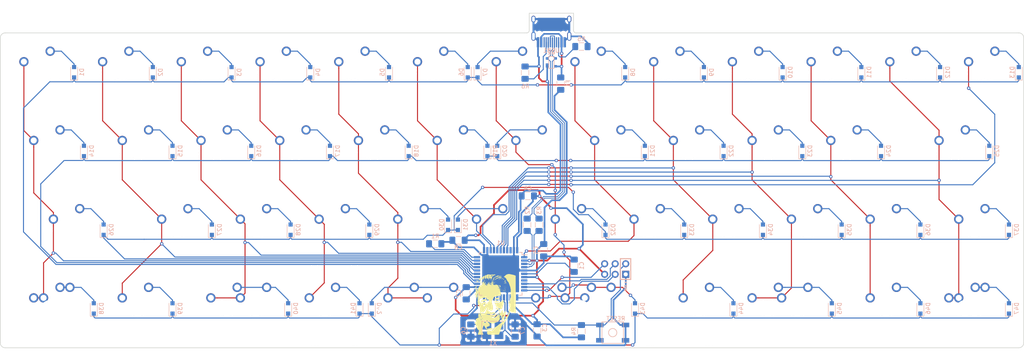
<source format=kicad_pcb>
(kicad_pcb (version 20171130) (host pcbnew "(5.1.6)-1")
  (layers (0 F.Cu signal) (31 B.Cu signal) (34 B.Paste user) (35 F.Paste user) (36 B.SilkS user) (37 F.SilkS user) (38 B.Mask user) (39 F.Mask user) (44 Edge.Cuts user))
  (net 0 "")
  (net 1 GND)
  (net 2 "Net-(C1-Pad1)")
  (net 3 +5V)
  (net 4 XTAL1)
  (net 5 XTAL2)
  (net 6 "Net-(D1-Pad2)")
  (net 7 row0)
  (net 8 "Net-(D2-Pad2)")
  (net 9 "Net-(D3-Pad2)")
  (net 10 "Net-(D4-Pad2)")
  (net 11 "Net-(D5-Pad2)")
  (net 12 "Net-(D6-Pad2)")
  (net 13 "Net-(D7-Pad2)")
  (net 14 "Net-(D8-Pad2)")
  (net 15 "Net-(D9-Pad2)")
  (net 16 "Net-(D10-Pad2)")
  (net 17 "Net-(D11-Pad2)")
  (net 18 "Net-(D12-Pad2)")
  (net 19 "Net-(D13-Pad2)")
  (net 20 "Net-(D14-Pad2)")
  (net 21 row1)
  (net 22 "Net-(D15-Pad2)")
  (net 23 "Net-(D16-Pad2)")
  (net 24 "Net-(D17-Pad2)")
  (net 25 "Net-(D18-Pad2)")
  (net 26 "Net-(D19-Pad2)")
  (net 27 "Net-(D20-Pad2)")
  (net 28 "Net-(D21-Pad2)")
  (net 29 "Net-(D22-Pad2)")
  (net 30 "Net-(D23-Pad2)")
  (net 31 "Net-(D24-Pad2)")
  (net 32 "Net-(D25-Pad2)")
  (net 33 "Net-(D26-Pad2)")
  (net 34 row2)
  (net 35 "Net-(D27-Pad2)")
  (net 36 "Net-(D28-Pad2)")
  (net 37 "Net-(D29-Pad2)")
  (net 38 "Net-(D30-Pad2)")
  (net 39 "Net-(D31-Pad2)")
  (net 40 "Net-(D32-Pad2)")
  (net 41 "Net-(D33-Pad2)")
  (net 42 "Net-(D34-Pad2)")
  (net 43 "Net-(D35-Pad2)")
  (net 44 "Net-(D36-Pad2)")
  (net 45 "Net-(D37-Pad2)")
  (net 46 "Net-(D38-Pad2)")
  (net 47 row3)
  (net 48 "Net-(D39-Pad2)")
  (net 49 "Net-(D40-Pad2)")
  (net 50 "Net-(D41-Pad2)")
  (net 51 "Net-(D42-Pad2)")
  (net 52 "Net-(D43-Pad2)")
  (net 53 "Net-(D44-Pad2)")
  (net 54 "Net-(D45-Pad2)")
  (net 55 "Net-(D46-Pad2)")
  (net 56 "Net-(D47-Pad2)")
  (net 57 VCC)
  (net 58 RESET)
  (net 59 MOSI)
  (net 60 SCK)
  (net 61 MISO)
  (net 62 "Net-(R1-Pad2)")
  (net 63 D-)
  (net 64 D+)
  (net 65 "Net-(R5-Pad2)")
  (net 66 "Net-(R6-Pad2)")
  (net 67 col0)
  (net 68 col1)
  (net 69 col2)
  (net 70 col3)
  (net 71 col4)
  (net 72 col5)
  (net 73 col6)
  (net 74 col7)
  (net 75 col8)
  (net 76 col9)
  (net 77 col10)
  (net 78 col11)
  (net 79 col12)
  (net 80 "Net-(U1-Pad42)")
  (net 81 "Net-(U1-Pad21)")
  (net 82 "Net-(U1-Pad20)")
  (net 83 "Net-(U1-Pad19)")
  (net 84 "Net-(U1-Pad18)")
  (net 85 "Net-(U1-Pad8)")
  (net 86 "Net-(USB1-Pad3)")
  (net 87 "Net-(USB1-Pad9)")
  (net 88 /USB_N)
  (net 89 /USB_P)
  (module random-keyboard-parts:Reset_Pretty-Mask (layer B.Cu) (at 172.15 80.75 270)
    (fp_text reference J1)
    (fp_text value AVR-ISP-6)
    (fp_text user GND (at 4.572 -2.54 270) (layer B.SilkS) (effects (font (size 0.5 0.5) (thickness 0.125)) (justify mirror)))
    (pad 6 thru_hole rect (at 1.27 -2.54 270) (size 1.7 1.7) (drill 1) (layers *.Cu *.Mask) (net 1 GND))
    (pad 5 thru_hole circle (at -1.27 -2.54 270) (size 1.7 1.7) (drill 1) (layers *.Cu *.Mask) (net 58 RESET))
    (pad 4 thru_hole circle (at 1.27 0 270) (size 1.7 1.7) (drill 1) (layers *.Cu *.Mask) (net 59 MOSI))
    (pad 3 thru_hole circle (at -1.27 0 270) (size 1.7 1.7) (drill 1) (layers *.Cu *.Mask) (net 60 SCK))
    (pad 2 thru_hole circle (at 1.27 2.54 270) (size 1.7 1.7) (drill 1) (layers *.Cu *.Mask) (net 3 +5V))
    (pad 1 thru_hole circle (at -1.27 2.54 270) (size 1.7 1.7) (drill 1) (layers *.Cu *.Mask) (net 61 MISO))
  )
  (module Capacitor_SMD:C_1206_3216Metric_Pad1.42x1.75mm_HandSolder (layer B.Cu) (at 134.3375 73.8 180)
    (fp_text reference C8 (at 0.0375 -1.75) (layer B.SilkS) (effects (justify mirror)))
    (fp_text value 0.1u)
    (pad 2 smd roundrect (at 1.4875 0 180) (size 1.425 1.75) (layers B.Cu B.Paste B.Mask) (roundrect_rratio 0.175439) (net 1 GND))
    (pad 1 smd roundrect (at -1.4875 0 180) (size 1.425 1.75) (layers B.Cu B.Paste B.Mask) (roundrect_rratio 0.175439) (net 3 +5V))
  )
  (module MX_19mm:MX_19mm-1.25U-NoLED (layer F.Cu) (at 258.875 90.25)
    (fp_text reference SW48)
    (fp_text value K3B)
    (pad 1 thru_hole circle (at 2.54 -5.08) (size 2.25 2.25) (drill 1.47) (layers *.Cu B.Mask) (net 56 "Net-(D47-Pad2)"))
    (pad "" np_thru_hole circle (at 0 0) (size 3.9878 3.9878) (drill 3.9878) (layers *.Cu *.Mask))
    (pad 2 thru_hole circle (at -3.81 -2.54) (size 2.25 2.25) (drill 1.47) (layers *.Cu B.Mask) (net 78 col11))
    (pad "" np_thru_hole circle (at -5.08 0 48.0996) (size 1.75 1.75) (drill 1.75) (layers *.Cu *.Mask))
    (pad "" np_thru_hole circle (at 5.08 0 48.0996) (size 1.75 1.75) (drill 1.75) (layers *.Cu *.Mask))
  )
  (module MX_19mm:MX_19mm-1.25U-NoLED (layer F.Cu) (at 216.125 90.25)
    (fp_text reference SW46)
    (fp_text value K39)
    (pad 1 thru_hole circle (at 2.54 -5.08) (size 2.25 2.25) (drill 1.47) (layers *.Cu B.Mask) (net 54 "Net-(D45-Pad2)"))
    (pad "" np_thru_hole circle (at 0 0) (size 3.9878 3.9878) (drill 3.9878) (layers *.Cu *.Mask))
    (pad 2 thru_hole circle (at -3.81 -2.54) (size 2.25 2.25) (drill 1.47) (layers *.Cu B.Mask) (net 76 col9))
    (pad "" np_thru_hole circle (at -5.08 0 48.0996) (size 1.75 1.75) (drill 1.75) (layers *.Cu *.Mask))
    (pad "" np_thru_hole circle (at 5.08 0 48.0996) (size 1.75 1.75) (drill 1.75) (layers *.Cu *.Mask))
  )
  (module MX_19mm:MX_19mm-1.25U-NoLED (layer F.Cu) (at 192.375 90.25)
    (fp_text reference SW45)
    (fp_text value K38)
    (pad 1 thru_hole circle (at 2.54 -5.08) (size 2.25 2.25) (drill 1.47) (layers *.Cu B.Mask) (net 53 "Net-(D44-Pad2)"))
    (pad "" np_thru_hole circle (at 0 0) (size 3.9878 3.9878) (drill 3.9878) (layers *.Cu *.Mask))
    (pad 2 thru_hole circle (at -3.81 -2.54) (size 2.25 2.25) (drill 1.47) (layers *.Cu B.Mask) (net 75 col8))
    (pad "" np_thru_hole circle (at -5.08 0 48.0996) (size 1.75 1.75) (drill 1.75) (layers *.Cu *.Mask))
    (pad "" np_thru_hole circle (at 5.08 0 48.0996) (size 1.75 1.75) (drill 1.75) (layers *.Cu *.Mask))
  )
  (module MX_19mm:MX_19mm-1.25U-NoLED (layer F.Cu) (at 102.125 90.25)
    (fp_text reference SW42)
    (fp_text value K33)
    (pad 1 thru_hole circle (at 2.54 -5.08) (size 2.25 2.25) (drill 1.47) (layers *.Cu B.Mask) (net 50 "Net-(D41-Pad2)"))
    (pad "" np_thru_hole circle (at 0 0) (size 3.9878 3.9878) (drill 3.9878) (layers *.Cu *.Mask))
    (pad 2 thru_hole circle (at -3.81 -2.54) (size 2.25 2.25) (drill 1.47) (layers *.Cu B.Mask) (net 70 col3))
    (pad "" np_thru_hole circle (at -5.08 0 48.0996) (size 1.75 1.75) (drill 1.75) (layers *.Cu *.Mask))
    (pad "" np_thru_hole circle (at 5.08 0 48.0996) (size 1.75 1.75) (drill 1.75) (layers *.Cu *.Mask))
  )
  (module MX_19mm:MX_19mm-1.25U-NoLED (layer F.Cu) (at 78.375 90.25)
    (fp_text reference SW41)
    (fp_text value K32)
    (pad 1 thru_hole circle (at 2.54 -5.08) (size 2.25 2.25) (drill 1.47) (layers *.Cu B.Mask) (net 49 "Net-(D40-Pad2)"))
    (pad "" np_thru_hole circle (at 0 0) (size 3.9878 3.9878) (drill 3.9878) (layers *.Cu *.Mask))
    (pad 2 thru_hole circle (at -3.81 -2.54) (size 2.25 2.25) (drill 1.47) (layers *.Cu B.Mask) (net 69 col2))
    (pad "" np_thru_hole circle (at -5.08 0 48.0996) (size 1.75 1.75) (drill 1.75) (layers *.Cu *.Mask))
    (pad "" np_thru_hole circle (at 5.08 0 48.0996) (size 1.75 1.75) (drill 1.75) (layers *.Cu *.Mask))
  )
  (module MX_19mm:MX_19mm-1.25U-NoLED (layer F.Cu) (at 35.625 90.25)
    (fp_text reference SW39)
    (fp_text value K30)
    (pad 1 thru_hole circle (at 2.54 -5.08) (size 2.25 2.25) (drill 1.47) (layers *.Cu B.Mask) (net 46 "Net-(D38-Pad2)"))
    (pad "" np_thru_hole circle (at 0 0) (size 3.9878 3.9878) (drill 3.9878) (layers *.Cu *.Mask))
    (pad 2 thru_hole circle (at -3.81 -2.54) (size 2.25 2.25) (drill 1.47) (layers *.Cu B.Mask) (net 67 col0))
    (pad "" np_thru_hole circle (at -5.08 0 48.0996) (size 1.75 1.75) (drill 1.75) (layers *.Cu *.Mask))
    (pad "" np_thru_hole circle (at 5.08 0 48.0996) (size 1.75 1.75) (drill 1.75) (layers *.Cu *.Mask))
  )
  (module MX_19mm:MX_19mm-1.25U-NoLED (layer F.Cu) (at 258.875 71.25)
    (fp_text reference SW38)
    (fp_text value K2B)
    (pad 1 thru_hole circle (at 2.54 -5.08) (size 2.25 2.25) (drill 1.47) (layers *.Cu B.Mask) (net 45 "Net-(D37-Pad2)"))
    (pad "" np_thru_hole circle (at 0 0) (size 3.9878 3.9878) (drill 3.9878) (layers *.Cu *.Mask))
    (pad 2 thru_hole circle (at -3.81 -2.54) (size 2.25 2.25) (drill 1.47) (layers *.Cu B.Mask) (net 78 col11))
    (pad "" np_thru_hole circle (at -5.08 0 48.0996) (size 1.75 1.75) (drill 1.75) (layers *.Cu *.Mask))
    (pad "" np_thru_hole circle (at 5.08 0 48.0996) (size 1.75 1.75) (drill 1.75) (layers *.Cu *.Mask))
  )
  (module MX_19mm:MX_19mm-1.25U-NoLED (layer F.Cu) (at 35.625 52.25)
    (fp_text reference SW15)
    (fp_text value K10)
    (pad 1 thru_hole circle (at 2.54 -5.08) (size 2.25 2.25) (drill 1.47) (layers *.Cu B.Mask) (net 20 "Net-(D14-Pad2)"))
    (pad "" np_thru_hole circle (at 0 0) (size 3.9878 3.9878) (drill 3.9878) (layers *.Cu *.Mask))
    (pad 2 thru_hole circle (at -3.81 -2.54) (size 2.25 2.25) (drill 1.47) (layers *.Cu B.Mask) (net 67 col0))
    (pad "" np_thru_hole circle (at -5.08 0 48.0996) (size 1.75 1.75) (drill 1.75) (layers *.Cu *.Mask))
    (pad "" np_thru_hole circle (at 5.08 0 48.0996) (size 1.75 1.75) (drill 1.75) (layers *.Cu *.Mask))
  )
  (module MX_19mm:MX_19mm-6U-ReversedStabilizers-NoLED (layer F.Cu) (at 147.25 90.25)
    (fp_text reference SW44)
    (fp_text value K36)
    (pad 1 thru_hole circle (at 12.065 -5.08) (size 2.25 2.25) (drill 1.47) (layers *.Cu B.Mask) (net 52 "Net-(D43-Pad2)"))
    (pad "" np_thru_hole circle (at 9.525 0) (size 3.9878 3.9878) (drill 3.9878) (layers *.Cu *.Mask))
    (pad 2 thru_hole circle (at 5.715 -2.54) (size 2.25 2.25) (drill 1.47) (layers *.Cu B.Mask) (net 73 col6))
    (pad "" np_thru_hole circle (at 4.445 0 48.0996) (size 1.75 1.75) (drill 1.75) (layers *.Cu *.Mask))
    (pad "" np_thru_hole circle (at 14.605 0 48.0996) (size 1.75 1.75) (drill 1.75) (layers *.Cu *.Mask))
    (pad "" np_thru_hole circle (at -47.625 6.985) (size 3.048 3.048) (drill 3.048) (layers *.Cu *.Mask))
    (pad "" np_thru_hole circle (at 47.625 6.985) (size 3.048 3.048) (drill 3.048) (layers *.Cu *.Mask))
    (pad "" np_thru_hole circle (at -47.625 -8.255) (size 3.9878 3.9878) (drill 3.9878) (layers *.Cu *.Mask))
    (pad "" np_thru_hole circle (at 47.625 -8.255) (size 3.9878 3.9878) (drill 3.9878) (layers *.Cu *.Mask))
  )
  (module MX_19mm:MX_19mm-2.75U-ReversedStabilizers-NoLED (layer F.Cu) (at 168.625 90.25)
    (fp_text reference SW44)
    (fp_text value K36)
    (pad 1 thru_hole circle (at 2.54 -5.08) (size 2.25 2.25) (drill 1.47) (layers *.Cu B.Mask) (net 52 "Net-(D43-Pad2)"))
    (pad "" np_thru_hole circle (at 0 0) (size 3.9878 3.9878) (drill 3.9878) (layers *.Cu *.Mask))
    (pad 2 thru_hole circle (at -3.81 -2.54) (size 2.25 2.25) (drill 1.47) (layers *.Cu B.Mask) (net 73 col6))
    (pad "" np_thru_hole circle (at -5.08 0 48.0996) (size 1.75 1.75) (drill 1.75) (layers *.Cu *.Mask))
    (pad "" np_thru_hole circle (at 5.08 0 48.0996) (size 1.75 1.75) (drill 1.75) (layers *.Cu *.Mask))
    (pad "" np_thru_hole circle (at -11.90625 6.985) (size 3.048 3.048) (drill 3.048) (layers *.Cu *.Mask))
    (pad "" np_thru_hole circle (at 11.90625 6.985) (size 3.048 3.048) (drill 3.048) (layers *.Cu *.Mask))
    (pad "" np_thru_hole circle (at -11.90625 -8.255) (size 3.9878 3.9878) (drill 3.9878) (layers *.Cu *.Mask))
    (pad "" np_thru_hole circle (at 11.90625 -8.255) (size 3.9878 3.9878) (drill 3.9878) (layers *.Cu *.Mask))
  )
  (module MX_19mm:MX_19mm-2.25U-ReversedStabilizers-NoLED (layer F.Cu) (at 121.125 90.25)
    (fp_text reference SW43)
    (fp_text value K34)
    (pad 1 thru_hole circle (at 2.54 -5.08) (size 2.25 2.25) (drill 1.47) (layers *.Cu B.Mask) (net 51 "Net-(D42-Pad2)"))
    (pad "" np_thru_hole circle (at 0 0) (size 3.9878 3.9878) (drill 3.9878) (layers *.Cu *.Mask))
    (pad 2 thru_hole circle (at -3.81 -2.54) (size 2.25 2.25) (drill 1.47) (layers *.Cu B.Mask) (net 71 col4))
    (pad "" np_thru_hole circle (at -5.08 0 48.0996) (size 1.75 1.75) (drill 1.75) (layers *.Cu *.Mask))
    (pad "" np_thru_hole circle (at 5.08 0 48.0996) (size 1.75 1.75) (drill 1.75) (layers *.Cu *.Mask))
    (pad "" np_thru_hole circle (at -11.90625 6.985) (size 3.048 3.048) (drill 3.048) (layers *.Cu *.Mask))
    (pad "" np_thru_hole circle (at 11.90625 6.985) (size 3.048 3.048) (drill 3.048) (layers *.Cu *.Mask))
    (pad "" np_thru_hole circle (at -11.90625 -8.255) (size 3.9878 3.9878) (drill 3.9878) (layers *.Cu *.Mask))
    (pad "" np_thru_hole circle (at 11.90625 -8.255) (size 3.9878 3.9878) (drill 3.9878) (layers *.Cu *.Mask))
  )
  (module MX_19mm:MX_19mm-1.5U-NoLED (layer F.Cu) (at 38 90.25)
    (fp_text reference SW39)
    (fp_text value K30)
    (pad 1 thru_hole circle (at 2.54 -5.08) (size 2.25 2.25) (drill 1.47) (layers *.Cu B.Mask) (net 46 "Net-(D38-Pad2)"))
    (pad "" np_thru_hole circle (at 0 0) (size 3.9878 3.9878) (drill 3.9878) (layers *.Cu *.Mask))
    (pad 2 thru_hole circle (at -3.81 -2.54) (size 2.25 2.25) (drill 1.47) (layers *.Cu B.Mask) (net 67 col0))
    (pad "" np_thru_hole circle (at -5.08 0 48.0996) (size 1.75 1.75) (drill 1.75) (layers *.Cu *.Mask))
    (pad "" np_thru_hole circle (at 5.08 0 48.0996) (size 1.75 1.75) (drill 1.75) (layers *.Cu *.Mask))
  )
  (module MX_19mm:MX_19mm-1.5U-NoLED (layer F.Cu) (at 85.5 90.25)
    (fp_text reference SW41)
    (fp_text value K32)
    (pad 1 thru_hole circle (at 2.54 -5.08) (size 2.25 2.25) (drill 1.47) (layers *.Cu B.Mask) (net 49 "Net-(D40-Pad2)"))
    (pad "" np_thru_hole circle (at 0 0) (size 3.9878 3.9878) (drill 3.9878) (layers *.Cu *.Mask))
    (pad 2 thru_hole circle (at -3.81 -2.54) (size 2.25 2.25) (drill 1.47) (layers *.Cu B.Mask) (net 69 col2))
    (pad "" np_thru_hole circle (at -5.08 0 48.0996) (size 1.75 1.75) (drill 1.75) (layers *.Cu *.Mask))
    (pad "" np_thru_hole circle (at 5.08 0 48.0996) (size 1.75 1.75) (drill 1.75) (layers *.Cu *.Mask))
  )
  (module MX_19mm:MX_19mm-1.5U-NoLED (layer F.Cu) (at 209 90.25)
    (fp_text reference SW46)
    (fp_text value K39)
    (pad 1 thru_hole circle (at 2.54 -5.08) (size 2.25 2.25) (drill 1.47) (layers *.Cu B.Mask) (net 54 "Net-(D45-Pad2)"))
    (pad "" np_thru_hole circle (at 0 0) (size 3.9878 3.9878) (drill 3.9878) (layers *.Cu *.Mask))
    (pad 2 thru_hole circle (at -3.81 -2.54) (size 2.25 2.25) (drill 1.47) (layers *.Cu B.Mask) (net 76 col9))
    (pad "" np_thru_hole circle (at -5.08 0 48.0996) (size 1.75 1.75) (drill 1.75) (layers *.Cu *.Mask))
    (pad "" np_thru_hole circle (at 5.08 0 48.0996) (size 1.75 1.75) (drill 1.75) (layers *.Cu *.Mask))
  )
  (module MX_19mm:MX_19mm-1.5U-NoLED (layer F.Cu) (at 256.5 90.25)
    (fp_text reference SW48)
    (fp_text value K3B)
    (pad 1 thru_hole circle (at 2.54 -5.08) (size 2.25 2.25) (drill 1.47) (layers *.Cu B.Mask) (net 56 "Net-(D47-Pad2)"))
    (pad "" np_thru_hole circle (at 0 0) (size 3.9878 3.9878) (drill 3.9878) (layers *.Cu *.Mask))
    (pad 2 thru_hole circle (at -3.81 -2.54) (size 2.25 2.25) (drill 1.47) (layers *.Cu B.Mask) (net 78 col11))
    (pad "" np_thru_hole circle (at -5.08 0 48.0996) (size 1.75 1.75) (drill 1.75) (layers *.Cu *.Mask))
    (pad "" np_thru_hole circle (at 5.08 0 48.0996) (size 1.75 1.75) (drill 1.75) (layers *.Cu *.Mask))
  )
  (module MX_19mm:MX_19mm-1U-NoLED (layer F.Cu) (at 237.5 90.25)
    (fp_text reference SW47)
    (fp_text value K3A)
    (pad 1 thru_hole circle (at 2.54 -5.08) (size 2.25 2.25) (drill 1.47) (layers *.Cu B.Mask) (net 55 "Net-(D46-Pad2)"))
    (pad "" np_thru_hole circle (at 0 0) (size 3.9878 3.9878) (drill 3.9878) (layers *.Cu *.Mask))
    (pad 2 thru_hole circle (at -3.81 -2.54) (size 2.25 2.25) (drill 1.47) (layers *.Cu B.Mask) (net 77 col10))
    (pad "" np_thru_hole circle (at -5.08 0 48.0996) (size 1.75 1.75) (drill 1.75) (layers *.Cu *.Mask))
    (pad "" np_thru_hole circle (at 5.08 0 48.0996) (size 1.75 1.75) (drill 1.75) (layers *.Cu *.Mask))
  )
  (module MX_19mm:MX_19mm-1.75U-NoLED (layer F.Cu) (at 163.875 90.25)
    (fp_text reference SW44)
    (fp_text value K36)
    (pad 1 thru_hole circle (at 2.54 -5.08) (size 2.25 2.25) (drill 1.47) (layers *.Cu B.Mask) (net 52 "Net-(D43-Pad2)"))
    (pad "" np_thru_hole circle (at 0 0) (size 3.9878 3.9878) (drill 3.9878) (layers *.Cu *.Mask))
    (pad 2 thru_hole circle (at -3.81 -2.54) (size 2.25 2.25) (drill 1.47) (layers *.Cu B.Mask) (net 73 col6))
    (pad "" np_thru_hole circle (at -5.08 0 48.0996) (size 1.75 1.75) (drill 1.75) (layers *.Cu *.Mask))
    (pad "" np_thru_hole circle (at 5.08 0 48.0996) (size 1.75 1.75) (drill 1.75) (layers *.Cu *.Mask))
  )
  (module MX_19mm:MX_19mm-1.75U-NoLED (layer F.Cu) (at 130.625 90.25)
    (fp_text reference SW43)
    (fp_text value K34)
    (pad 1 thru_hole circle (at 2.54 -5.08) (size 2.25 2.25) (drill 1.47) (layers *.Cu B.Mask) (net 51 "Net-(D42-Pad2)"))
    (pad "" np_thru_hole circle (at 0 0) (size 3.9878 3.9878) (drill 3.9878) (layers *.Cu *.Mask))
    (pad 2 thru_hole circle (at -3.81 -2.54) (size 2.25 2.25) (drill 1.47) (layers *.Cu B.Mask) (net 71 col4))
    (pad "" np_thru_hole circle (at -5.08 0 48.0996) (size 1.75 1.75) (drill 1.75) (layers *.Cu *.Mask))
    (pad "" np_thru_hole circle (at 5.08 0 48.0996) (size 1.75 1.75) (drill 1.75) (layers *.Cu *.Mask))
  )
  (module MX_19mm:MX_19mm-1U-NoLED (layer F.Cu) (at 57 90.25)
    (fp_text reference SW40)
    (fp_text value K31)
    (pad 1 thru_hole circle (at 2.54 -5.08) (size 2.25 2.25) (drill 1.47) (layers *.Cu B.Mask) (net 48 "Net-(D39-Pad2)"))
    (pad "" np_thru_hole circle (at 0 0) (size 3.9878 3.9878) (drill 3.9878) (layers *.Cu *.Mask))
    (pad 2 thru_hole circle (at -3.81 -2.54) (size 2.25 2.25) (drill 1.47) (layers *.Cu B.Mask) (net 68 col1))
    (pad "" np_thru_hole circle (at -5.08 0 48.0996) (size 1.75 1.75) (drill 1.75) (layers *.Cu *.Mask))
    (pad "" np_thru_hole circle (at 5.08 0 48.0996) (size 1.75 1.75) (drill 1.75) (layers *.Cu *.Mask))
  )
  (module MX_19mm:MX_19mm-1.75U-NoLED (layer F.Cu) (at 40.375 71.25)
    (fp_text reference SW27)
    (fp_text value K20)
    (pad 1 thru_hole circle (at 2.54 -5.08) (size 2.25 2.25) (drill 1.47) (layers *.Cu B.Mask) (net 33 "Net-(D26-Pad2)"))
    (pad "" np_thru_hole circle (at 0 0) (size 3.9878 3.9878) (drill 3.9878) (layers *.Cu *.Mask))
    (pad 2 thru_hole circle (at -3.81 -2.54) (size 2.25 2.25) (drill 1.47) (layers *.Cu B.Mask) (net 67 col0))
    (pad "" np_thru_hole circle (at -5.08 0 48.0996) (size 1.75 1.75) (drill 1.75) (layers *.Cu *.Mask))
    (pad "" np_thru_hole circle (at 5.08 0 48.0996) (size 1.75 1.75) (drill 1.75) (layers *.Cu *.Mask))
  )
  (module MX_19mm:MX_19mm-1.75U-NoLED (layer F.Cu) (at 254.125 52.25)
    (fp_text reference SW26)
    (fp_text value K1B)
    (pad 1 thru_hole circle (at 2.54 -5.08) (size 2.25 2.25) (drill 1.47) (layers *.Cu B.Mask) (net 32 "Net-(D25-Pad2)"))
    (pad "" np_thru_hole circle (at 0 0) (size 3.9878 3.9878) (drill 3.9878) (layers *.Cu *.Mask))
    (pad 2 thru_hole circle (at -3.81 -2.54) (size 2.25 2.25) (drill 1.47) (layers *.Cu B.Mask) (net 78 col11))
    (pad "" np_thru_hole circle (at -5.08 0 48.0996) (size 1.75 1.75) (drill 1.75) (layers *.Cu *.Mask))
    (pad "" np_thru_hole circle (at 5.08 0 48.0996) (size 1.75 1.75) (drill 1.75) (layers *.Cu *.Mask))
  )
  (module MX_19mm:MX_19mm-1U-NoLED (layer F.Cu) (at 237.5 71.25)
    (fp_text reference SW37)
    (fp_text value K2A)
    (pad 1 thru_hole circle (at 2.54 -5.08) (size 2.25 2.25) (drill 1.47) (layers *.Cu B.Mask) (net 44 "Net-(D36-Pad2)"))
    (pad "" np_thru_hole circle (at 0 0) (size 3.9878 3.9878) (drill 3.9878) (layers *.Cu *.Mask))
    (pad 2 thru_hole circle (at -3.81 -2.54) (size 2.25 2.25) (drill 1.47) (layers *.Cu B.Mask) (net 77 col10))
    (pad "" np_thru_hole circle (at -5.08 0 48.0996) (size 1.75 1.75) (drill 1.75) (layers *.Cu *.Mask))
    (pad "" np_thru_hole circle (at 5.08 0 48.0996) (size 1.75 1.75) (drill 1.75) (layers *.Cu *.Mask))
  )
  (module MX_19mm:MX_19mm-1U-NoLED (layer F.Cu) (at 218.5 71.25)
    (fp_text reference SW36)
    (fp_text value K29)
    (pad 1 thru_hole circle (at 2.54 -5.08) (size 2.25 2.25) (drill 1.47) (layers *.Cu B.Mask) (net 43 "Net-(D35-Pad2)"))
    (pad "" np_thru_hole circle (at 0 0) (size 3.9878 3.9878) (drill 3.9878) (layers *.Cu *.Mask))
    (pad 2 thru_hole circle (at -3.81 -2.54) (size 2.25 2.25) (drill 1.47) (layers *.Cu B.Mask) (net 76 col9))
    (pad "" np_thru_hole circle (at -5.08 0 48.0996) (size 1.75 1.75) (drill 1.75) (layers *.Cu *.Mask))
    (pad "" np_thru_hole circle (at 5.08 0 48.0996) (size 1.75 1.75) (drill 1.75) (layers *.Cu *.Mask))
  )
  (module MX_19mm:MX_19mm-1U-NoLED (layer F.Cu) (at 199.5 71.25)
    (fp_text reference SW35)
    (fp_text value K28)
    (pad 1 thru_hole circle (at 2.54 -5.08) (size 2.25 2.25) (drill 1.47) (layers *.Cu B.Mask) (net 42 "Net-(D34-Pad2)"))
    (pad "" np_thru_hole circle (at 0 0) (size 3.9878 3.9878) (drill 3.9878) (layers *.Cu *.Mask))
    (pad 2 thru_hole circle (at -3.81 -2.54) (size 2.25 2.25) (drill 1.47) (layers *.Cu B.Mask) (net 75 col8))
    (pad "" np_thru_hole circle (at -5.08 0 48.0996) (size 1.75 1.75) (drill 1.75) (layers *.Cu *.Mask))
    (pad "" np_thru_hole circle (at 5.08 0 48.0996) (size 1.75 1.75) (drill 1.75) (layers *.Cu *.Mask))
  )
  (module MX_19mm:MX_19mm-1U-NoLED (layer F.Cu) (at 180.5 71.25)
    (fp_text reference SW34)
    (fp_text value K27)
    (pad 1 thru_hole circle (at 2.54 -5.08) (size 2.25 2.25) (drill 1.47) (layers *.Cu B.Mask) (net 41 "Net-(D33-Pad2)"))
    (pad "" np_thru_hole circle (at 0 0) (size 3.9878 3.9878) (drill 3.9878) (layers *.Cu *.Mask))
    (pad 2 thru_hole circle (at -3.81 -2.54) (size 2.25 2.25) (drill 1.47) (layers *.Cu B.Mask) (net 74 col7))
    (pad "" np_thru_hole circle (at -5.08 0 48.0996) (size 1.75 1.75) (drill 1.75) (layers *.Cu *.Mask))
    (pad "" np_thru_hole circle (at 5.08 0 48.0996) (size 1.75 1.75) (drill 1.75) (layers *.Cu *.Mask))
  )
  (module MX_19mm:MX_19mm-1U-NoLED (layer F.Cu) (at 161.5 71.25)
    (fp_text reference SW33)
    (fp_text value K26)
    (pad 1 thru_hole circle (at 2.54 -5.08) (size 2.25 2.25) (drill 1.47) (layers *.Cu B.Mask) (net 40 "Net-(D32-Pad2)"))
    (pad "" np_thru_hole circle (at 0 0) (size 3.9878 3.9878) (drill 3.9878) (layers *.Cu *.Mask))
    (pad 2 thru_hole circle (at -3.81 -2.54) (size 2.25 2.25) (drill 1.47) (layers *.Cu B.Mask) (net 73 col6))
    (pad "" np_thru_hole circle (at -5.08 0 48.0996) (size 1.75 1.75) (drill 1.75) (layers *.Cu *.Mask))
    (pad "" np_thru_hole circle (at 5.08 0 48.0996) (size 1.75 1.75) (drill 1.75) (layers *.Cu *.Mask))
  )
  (module MX_19mm:MX_19mm-1U-NoLED (layer F.Cu) (at 142.5 71.25)
    (fp_text reference SW32)
    (fp_text value K25)
    (pad 1 thru_hole circle (at 2.54 -5.08) (size 2.25 2.25) (drill 1.47) (layers *.Cu B.Mask) (net 39 "Net-(D31-Pad2)"))
    (pad "" np_thru_hole circle (at 0 0) (size 3.9878 3.9878) (drill 3.9878) (layers *.Cu *.Mask))
    (pad 2 thru_hole circle (at -3.81 -2.54) (size 2.25 2.25) (drill 1.47) (layers *.Cu B.Mask) (net 72 col5))
    (pad "" np_thru_hole circle (at -5.08 0 48.0996) (size 1.75 1.75) (drill 1.75) (layers *.Cu *.Mask))
    (pad "" np_thru_hole circle (at 5.08 0 48.0996) (size 1.75 1.75) (drill 1.75) (layers *.Cu *.Mask))
  )
  (module MX_19mm:MX_19mm-1U-NoLED (layer F.Cu) (at 123.5 71.25)
    (fp_text reference SW31)
    (fp_text value K24)
    (pad 1 thru_hole circle (at 2.54 -5.08) (size 2.25 2.25) (drill 1.47) (layers *.Cu B.Mask) (net 38 "Net-(D30-Pad2)"))
    (pad "" np_thru_hole circle (at 0 0) (size 3.9878 3.9878) (drill 3.9878) (layers *.Cu *.Mask))
    (pad 2 thru_hole circle (at -3.81 -2.54) (size 2.25 2.25) (drill 1.47) (layers *.Cu B.Mask) (net 71 col4))
    (pad "" np_thru_hole circle (at -5.08 0 48.0996) (size 1.75 1.75) (drill 1.75) (layers *.Cu *.Mask))
    (pad "" np_thru_hole circle (at 5.08 0 48.0996) (size 1.75 1.75) (drill 1.75) (layers *.Cu *.Mask))
  )
  (module MX_19mm:MX_19mm-1U-NoLED (layer F.Cu) (at 104.5 71.25)
    (fp_text reference SW30)
    (fp_text value K23)
    (pad 1 thru_hole circle (at 2.54 -5.08) (size 2.25 2.25) (drill 1.47) (layers *.Cu B.Mask) (net 37 "Net-(D29-Pad2)"))
    (pad "" np_thru_hole circle (at 0 0) (size 3.9878 3.9878) (drill 3.9878) (layers *.Cu *.Mask))
    (pad 2 thru_hole circle (at -3.81 -2.54) (size 2.25 2.25) (drill 1.47) (layers *.Cu B.Mask) (net 70 col3))
    (pad "" np_thru_hole circle (at -5.08 0 48.0996) (size 1.75 1.75) (drill 1.75) (layers *.Cu *.Mask))
    (pad "" np_thru_hole circle (at 5.08 0 48.0996) (size 1.75 1.75) (drill 1.75) (layers *.Cu *.Mask))
  )
  (module MX_19mm:MX_19mm-1U-NoLED (layer F.Cu) (at 85.5 71.25)
    (fp_text reference SW29)
    (fp_text value K22)
    (pad 1 thru_hole circle (at 2.54 -5.08) (size 2.25 2.25) (drill 1.47) (layers *.Cu B.Mask) (net 36 "Net-(D28-Pad2)"))
    (pad "" np_thru_hole circle (at 0 0) (size 3.9878 3.9878) (drill 3.9878) (layers *.Cu *.Mask))
    (pad 2 thru_hole circle (at -3.81 -2.54) (size 2.25 2.25) (drill 1.47) (layers *.Cu B.Mask) (net 69 col2))
    (pad "" np_thru_hole circle (at -5.08 0 48.0996) (size 1.75 1.75) (drill 1.75) (layers *.Cu *.Mask))
    (pad "" np_thru_hole circle (at 5.08 0 48.0996) (size 1.75 1.75) (drill 1.75) (layers *.Cu *.Mask))
  )
  (module MX_19mm:MX_19mm-1U-NoLED (layer F.Cu) (at 66.5 71.25)
    (fp_text reference SW28)
    (fp_text value K21)
    (pad 1 thru_hole circle (at 2.54 -5.08) (size 2.25 2.25) (drill 1.47) (layers *.Cu B.Mask) (net 35 "Net-(D27-Pad2)"))
    (pad "" np_thru_hole circle (at 0 0) (size 3.9878 3.9878) (drill 3.9878) (layers *.Cu *.Mask))
    (pad 2 thru_hole circle (at -3.81 -2.54) (size 2.25 2.25) (drill 1.47) (layers *.Cu B.Mask) (net 68 col1))
    (pad "" np_thru_hole circle (at -5.08 0 48.0996) (size 1.75 1.75) (drill 1.75) (layers *.Cu *.Mask))
    (pad "" np_thru_hole circle (at 5.08 0 48.0996) (size 1.75 1.75) (drill 1.75) (layers *.Cu *.Mask))
  )
  (module MX_19mm:MX_19mm-1U-NoLED (layer F.Cu) (at 228 52.25)
    (fp_text reference SW25)
    (fp_text value K1A)
    (pad 1 thru_hole circle (at 2.54 -5.08) (size 2.25 2.25) (drill 1.47) (layers *.Cu B.Mask) (net 31 "Net-(D24-Pad2)"))
    (pad "" np_thru_hole circle (at 0 0) (size 3.9878 3.9878) (drill 3.9878) (layers *.Cu *.Mask))
    (pad 2 thru_hole circle (at -3.81 -2.54) (size 2.25 2.25) (drill 1.47) (layers *.Cu B.Mask) (net 77 col10))
    (pad "" np_thru_hole circle (at -5.08 0 48.0996) (size 1.75 1.75) (drill 1.75) (layers *.Cu *.Mask))
    (pad "" np_thru_hole circle (at 5.08 0 48.0996) (size 1.75 1.75) (drill 1.75) (layers *.Cu *.Mask))
  )
  (module MX_19mm:MX_19mm-1U-NoLED (layer F.Cu) (at 209 52.25)
    (fp_text reference SW24)
    (fp_text value K19)
    (pad 1 thru_hole circle (at 2.54 -5.08) (size 2.25 2.25) (drill 1.47) (layers *.Cu B.Mask) (net 30 "Net-(D23-Pad2)"))
    (pad "" np_thru_hole circle (at 0 0) (size 3.9878 3.9878) (drill 3.9878) (layers *.Cu *.Mask))
    (pad 2 thru_hole circle (at -3.81 -2.54) (size 2.25 2.25) (drill 1.47) (layers *.Cu B.Mask) (net 76 col9))
    (pad "" np_thru_hole circle (at -5.08 0 48.0996) (size 1.75 1.75) (drill 1.75) (layers *.Cu *.Mask))
    (pad "" np_thru_hole circle (at 5.08 0 48.0996) (size 1.75 1.75) (drill 1.75) (layers *.Cu *.Mask))
  )
  (module MX_19mm:MX_19mm-1U-NoLED (layer F.Cu) (at 190 52.25)
    (fp_text reference SW23)
    (fp_text value K18)
    (pad 1 thru_hole circle (at 2.54 -5.08) (size 2.25 2.25) (drill 1.47) (layers *.Cu B.Mask) (net 29 "Net-(D22-Pad2)"))
    (pad "" np_thru_hole circle (at 0 0) (size 3.9878 3.9878) (drill 3.9878) (layers *.Cu *.Mask))
    (pad 2 thru_hole circle (at -3.81 -2.54) (size 2.25 2.25) (drill 1.47) (layers *.Cu B.Mask) (net 75 col8))
    (pad "" np_thru_hole circle (at -5.08 0 48.0996) (size 1.75 1.75) (drill 1.75) (layers *.Cu *.Mask))
    (pad "" np_thru_hole circle (at 5.08 0 48.0996) (size 1.75 1.75) (drill 1.75) (layers *.Cu *.Mask))
  )
  (module MX_19mm:MX_19mm-1U-NoLED (layer F.Cu) (at 171 52.25)
    (fp_text reference SW22)
    (fp_text value K17)
    (pad 1 thru_hole circle (at 2.54 -5.08) (size 2.25 2.25) (drill 1.47) (layers *.Cu B.Mask) (net 28 "Net-(D21-Pad2)"))
    (pad "" np_thru_hole circle (at 0 0) (size 3.9878 3.9878) (drill 3.9878) (layers *.Cu *.Mask))
    (pad 2 thru_hole circle (at -3.81 -2.54) (size 2.25 2.25) (drill 1.47) (layers *.Cu B.Mask) (net 74 col7))
    (pad "" np_thru_hole circle (at -5.08 0 48.0996) (size 1.75 1.75) (drill 1.75) (layers *.Cu *.Mask))
    (pad "" np_thru_hole circle (at 5.08 0 48.0996) (size 1.75 1.75) (drill 1.75) (layers *.Cu *.Mask))
  )
  (module MX_19mm:MX_19mm-1U-NoLED (layer F.Cu) (at 152 52.25)
    (fp_text reference SW21)
    (fp_text value K16)
    (pad 1 thru_hole circle (at 2.54 -5.08) (size 2.25 2.25) (drill 1.47) (layers *.Cu B.Mask) (net 27 "Net-(D20-Pad2)"))
    (pad "" np_thru_hole circle (at 0 0) (size 3.9878 3.9878) (drill 3.9878) (layers *.Cu *.Mask))
    (pad 2 thru_hole circle (at -3.81 -2.54) (size 2.25 2.25) (drill 1.47) (layers *.Cu B.Mask) (net 73 col6))
    (pad "" np_thru_hole circle (at -5.08 0 48.0996) (size 1.75 1.75) (drill 1.75) (layers *.Cu *.Mask))
    (pad "" np_thru_hole circle (at 5.08 0 48.0996) (size 1.75 1.75) (drill 1.75) (layers *.Cu *.Mask))
  )
  (module MX_19mm:MX_19mm-1U-NoLED (layer F.Cu) (at 133 52.25)
    (fp_text reference SW20)
    (fp_text value K15)
    (pad 1 thru_hole circle (at 2.54 -5.08) (size 2.25 2.25) (drill 1.47) (layers *.Cu B.Mask) (net 26 "Net-(D19-Pad2)"))
    (pad "" np_thru_hole circle (at 0 0) (size 3.9878 3.9878) (drill 3.9878) (layers *.Cu *.Mask))
    (pad 2 thru_hole circle (at -3.81 -2.54) (size 2.25 2.25) (drill 1.47) (layers *.Cu B.Mask) (net 72 col5))
    (pad "" np_thru_hole circle (at -5.08 0 48.0996) (size 1.75 1.75) (drill 1.75) (layers *.Cu *.Mask))
    (pad "" np_thru_hole circle (at 5.08 0 48.0996) (size 1.75 1.75) (drill 1.75) (layers *.Cu *.Mask))
  )
  (module MX_19mm:MX_19mm-1U-NoLED (layer F.Cu) (at 114 52.25)
    (fp_text reference SW19)
    (fp_text value K14)
    (pad 1 thru_hole circle (at 2.54 -5.08) (size 2.25 2.25) (drill 1.47) (layers *.Cu B.Mask) (net 25 "Net-(D18-Pad2)"))
    (pad "" np_thru_hole circle (at 0 0) (size 3.9878 3.9878) (drill 3.9878) (layers *.Cu *.Mask))
    (pad 2 thru_hole circle (at -3.81 -2.54) (size 2.25 2.25) (drill 1.47) (layers *.Cu B.Mask) (net 71 col4))
    (pad "" np_thru_hole circle (at -5.08 0 48.0996) (size 1.75 1.75) (drill 1.75) (layers *.Cu *.Mask))
    (pad "" np_thru_hole circle (at 5.08 0 48.0996) (size 1.75 1.75) (drill 1.75) (layers *.Cu *.Mask))
  )
  (module MX_19mm:MX_19mm-1U-NoLED (layer F.Cu) (at 95 52.25)
    (fp_text reference SW18)
    (fp_text value K13)
    (pad 1 thru_hole circle (at 2.54 -5.08) (size 2.25 2.25) (drill 1.47) (layers *.Cu B.Mask) (net 24 "Net-(D17-Pad2)"))
    (pad "" np_thru_hole circle (at 0 0) (size 3.9878 3.9878) (drill 3.9878) (layers *.Cu *.Mask))
    (pad 2 thru_hole circle (at -3.81 -2.54) (size 2.25 2.25) (drill 1.47) (layers *.Cu B.Mask) (net 70 col3))
    (pad "" np_thru_hole circle (at -5.08 0 48.0996) (size 1.75 1.75) (drill 1.75) (layers *.Cu *.Mask))
    (pad "" np_thru_hole circle (at 5.08 0 48.0996) (size 1.75 1.75) (drill 1.75) (layers *.Cu *.Mask))
  )
  (module MX_19mm:MX_19mm-1U-NoLED (layer F.Cu) (at 76 52.25)
    (fp_text reference SW17)
    (fp_text value K12)
    (pad 1 thru_hole circle (at 2.54 -5.08) (size 2.25 2.25) (drill 1.47) (layers *.Cu B.Mask) (net 23 "Net-(D16-Pad2)"))
    (pad "" np_thru_hole circle (at 0 0) (size 3.9878 3.9878) (drill 3.9878) (layers *.Cu *.Mask))
    (pad 2 thru_hole circle (at -3.81 -2.54) (size 2.25 2.25) (drill 1.47) (layers *.Cu B.Mask) (net 69 col2))
    (pad "" np_thru_hole circle (at -5.08 0 48.0996) (size 1.75 1.75) (drill 1.75) (layers *.Cu *.Mask))
    (pad "" np_thru_hole circle (at 5.08 0 48.0996) (size 1.75 1.75) (drill 1.75) (layers *.Cu *.Mask))
  )
  (module MX_19mm:MX_19mm-1U-NoLED (layer F.Cu) (at 57 52.25)
    (fp_text reference SW16)
    (fp_text value K11)
    (pad 1 thru_hole circle (at 2.54 -5.08) (size 2.25 2.25) (drill 1.47) (layers *.Cu B.Mask) (net 22 "Net-(D15-Pad2)"))
    (pad "" np_thru_hole circle (at 0 0) (size 3.9878 3.9878) (drill 3.9878) (layers *.Cu *.Mask))
    (pad 2 thru_hole circle (at -3.81 -2.54) (size 2.25 2.25) (drill 1.47) (layers *.Cu B.Mask) (net 68 col1))
    (pad "" np_thru_hole circle (at -5.08 0 48.0996) (size 1.75 1.75) (drill 1.75) (layers *.Cu *.Mask))
    (pad "" np_thru_hole circle (at 5.08 0 48.0996) (size 1.75 1.75) (drill 1.75) (layers *.Cu *.Mask))
  )
  (module MX_19mm:MX_19mm-1U-NoLED (layer F.Cu) (at 261.25 33.25)
    (fp_text reference SW14)
    (fp_text value K0C)
    (pad 1 thru_hole circle (at 2.54 -5.08) (size 2.25 2.25) (drill 1.47) (layers *.Cu B.Mask) (net 19 "Net-(D13-Pad2)"))
    (pad "" np_thru_hole circle (at 0 0) (size 3.9878 3.9878) (drill 3.9878) (layers *.Cu *.Mask))
    (pad 2 thru_hole circle (at -3.81 -2.54) (size 2.25 2.25) (drill 1.47) (layers *.Cu B.Mask) (net 79 col12))
    (pad "" np_thru_hole circle (at -5.08 0 48.0996) (size 1.75 1.75) (drill 1.75) (layers *.Cu *.Mask))
    (pad "" np_thru_hole circle (at 5.08 0 48.0996) (size 1.75 1.75) (drill 1.75) (layers *.Cu *.Mask))
  )
  (module MX_19mm:MX_19mm-1U-NoLED (layer F.Cu) (at 242.25 33.25)
    (fp_text reference SW13)
    (fp_text value K0B)
    (pad 1 thru_hole circle (at 2.54 -5.08) (size 2.25 2.25) (drill 1.47) (layers *.Cu B.Mask) (net 18 "Net-(D12-Pad2)"))
    (pad "" np_thru_hole circle (at 0 0) (size 3.9878 3.9878) (drill 3.9878) (layers *.Cu *.Mask))
    (pad 2 thru_hole circle (at -3.81 -2.54) (size 2.25 2.25) (drill 1.47) (layers *.Cu B.Mask) (net 78 col11))
    (pad "" np_thru_hole circle (at -5.08 0 48.0996) (size 1.75 1.75) (drill 1.75) (layers *.Cu *.Mask))
    (pad "" np_thru_hole circle (at 5.08 0 48.0996) (size 1.75 1.75) (drill 1.75) (layers *.Cu *.Mask))
  )
  (module MX_19mm:MX_19mm-1U-NoLED (layer F.Cu) (at 223.25 33.25)
    (fp_text reference SW12)
    (fp_text value K0A)
    (pad 1 thru_hole circle (at 2.54 -5.08) (size 2.25 2.25) (drill 1.47) (layers *.Cu B.Mask) (net 17 "Net-(D11-Pad2)"))
    (pad "" np_thru_hole circle (at 0 0) (size 3.9878 3.9878) (drill 3.9878) (layers *.Cu *.Mask))
    (pad 2 thru_hole circle (at -3.81 -2.54) (size 2.25 2.25) (drill 1.47) (layers *.Cu B.Mask) (net 77 col10))
    (pad "" np_thru_hole circle (at -5.08 0 48.0996) (size 1.75 1.75) (drill 1.75) (layers *.Cu *.Mask))
    (pad "" np_thru_hole circle (at 5.08 0 48.0996) (size 1.75 1.75) (drill 1.75) (layers *.Cu *.Mask))
  )
  (module MX_19mm:MX_19mm-1U-NoLED (layer F.Cu) (at 204.25 33.25)
    (fp_text reference SW11)
    (fp_text value K09)
    (pad 1 thru_hole circle (at 2.54 -5.08) (size 2.25 2.25) (drill 1.47) (layers *.Cu B.Mask) (net 16 "Net-(D10-Pad2)"))
    (pad "" np_thru_hole circle (at 0 0) (size 3.9878 3.9878) (drill 3.9878) (layers *.Cu *.Mask))
    (pad 2 thru_hole circle (at -3.81 -2.54) (size 2.25 2.25) (drill 1.47) (layers *.Cu B.Mask) (net 76 col9))
    (pad "" np_thru_hole circle (at -5.08 0 48.0996) (size 1.75 1.75) (drill 1.75) (layers *.Cu *.Mask))
    (pad "" np_thru_hole circle (at 5.08 0 48.0996) (size 1.75 1.75) (drill 1.75) (layers *.Cu *.Mask))
  )
  (module MX_19mm:MX_19mm-1U-NoLED (layer F.Cu) (at 185.25 33.25)
    (fp_text reference SW10)
    (fp_text value K08)
    (pad 1 thru_hole circle (at 2.54 -5.08) (size 2.25 2.25) (drill 1.47) (layers *.Cu B.Mask) (net 15 "Net-(D9-Pad2)"))
    (pad "" np_thru_hole circle (at 0 0) (size 3.9878 3.9878) (drill 3.9878) (layers *.Cu *.Mask))
    (pad 2 thru_hole circle (at -3.81 -2.54) (size 2.25 2.25) (drill 1.47) (layers *.Cu B.Mask) (net 75 col8))
    (pad "" np_thru_hole circle (at -5.08 0 48.0996) (size 1.75 1.75) (drill 1.75) (layers *.Cu *.Mask))
    (pad "" np_thru_hole circle (at 5.08 0 48.0996) (size 1.75 1.75) (drill 1.75) (layers *.Cu *.Mask))
  )
  (module MX_19mm:MX_19mm-1U-NoLED (layer F.Cu) (at 166.25 33.25)
    (fp_text reference SW9)
    (fp_text value K07)
    (pad 1 thru_hole circle (at 2.54 -5.08) (size 2.25 2.25) (drill 1.47) (layers *.Cu B.Mask) (net 14 "Net-(D8-Pad2)"))
    (pad "" np_thru_hole circle (at 0 0) (size 3.9878 3.9878) (drill 3.9878) (layers *.Cu *.Mask))
    (pad 2 thru_hole circle (at -3.81 -2.54) (size 2.25 2.25) (drill 1.47) (layers *.Cu B.Mask) (net 74 col7))
    (pad "" np_thru_hole circle (at -5.08 0 48.0996) (size 1.75 1.75) (drill 1.75) (layers *.Cu *.Mask))
    (pad "" np_thru_hole circle (at 5.08 0 48.0996) (size 1.75 1.75) (drill 1.75) (layers *.Cu *.Mask))
  )
  (module MX_19mm:MX_19mm-1U-NoLED (layer F.Cu) (at 147.25 33.25)
    (fp_text reference SW8)
    (fp_text value K06)
    (pad 1 thru_hole circle (at 2.54 -5.08) (size 2.25 2.25) (drill 1.47) (layers *.Cu B.Mask) (net 13 "Net-(D7-Pad2)"))
    (pad "" np_thru_hole circle (at 0 0) (size 3.9878 3.9878) (drill 3.9878) (layers *.Cu *.Mask))
    (pad 2 thru_hole circle (at -3.81 -2.54) (size 2.25 2.25) (drill 1.47) (layers *.Cu B.Mask) (net 73 col6))
    (pad "" np_thru_hole circle (at -5.08 0 48.0996) (size 1.75 1.75) (drill 1.75) (layers *.Cu *.Mask))
    (pad "" np_thru_hole circle (at 5.08 0 48.0996) (size 1.75 1.75) (drill 1.75) (layers *.Cu *.Mask))
  )
  (module MX_19mm:MX_19mm-1U-NoLED (layer F.Cu) (at 128.25 33.25)
    (fp_text reference SW7)
    (fp_text value K05)
    (pad 1 thru_hole circle (at 2.54 -5.08) (size 2.25 2.25) (drill 1.47) (layers *.Cu B.Mask) (net 12 "Net-(D6-Pad2)"))
    (pad "" np_thru_hole circle (at 0 0) (size 3.9878 3.9878) (drill 3.9878) (layers *.Cu *.Mask))
    (pad 2 thru_hole circle (at -3.81 -2.54) (size 2.25 2.25) (drill 1.47) (layers *.Cu B.Mask) (net 72 col5))
    (pad "" np_thru_hole circle (at -5.08 0 48.0996) (size 1.75 1.75) (drill 1.75) (layers *.Cu *.Mask))
    (pad "" np_thru_hole circle (at 5.08 0 48.0996) (size 1.75 1.75) (drill 1.75) (layers *.Cu *.Mask))
  )
  (module MX_19mm:MX_19mm-1U-NoLED (layer F.Cu) (at 109.25 33.25)
    (fp_text reference SW6)
    (fp_text value K04)
    (pad 1 thru_hole circle (at 2.54 -5.08) (size 2.25 2.25) (drill 1.47) (layers *.Cu B.Mask) (net 11 "Net-(D5-Pad2)"))
    (pad "" np_thru_hole circle (at 0 0) (size 3.9878 3.9878) (drill 3.9878) (layers *.Cu *.Mask))
    (pad 2 thru_hole circle (at -3.81 -2.54) (size 2.25 2.25) (drill 1.47) (layers *.Cu B.Mask) (net 71 col4))
    (pad "" np_thru_hole circle (at -5.08 0 48.0996) (size 1.75 1.75) (drill 1.75) (layers *.Cu *.Mask))
    (pad "" np_thru_hole circle (at 5.08 0 48.0996) (size 1.75 1.75) (drill 1.75) (layers *.Cu *.Mask))
  )
  (module MX_19mm:MX_19mm-1U-NoLED (layer F.Cu) (at 90.25 33.25)
    (fp_text reference SW5)
    (fp_text value K03)
    (pad 1 thru_hole circle (at 2.54 -5.08) (size 2.25 2.25) (drill 1.47) (layers *.Cu B.Mask) (net 10 "Net-(D4-Pad2)"))
    (pad "" np_thru_hole circle (at 0 0) (size 3.9878 3.9878) (drill 3.9878) (layers *.Cu *.Mask))
    (pad 2 thru_hole circle (at -3.81 -2.54) (size 2.25 2.25) (drill 1.47) (layers *.Cu B.Mask) (net 70 col3))
    (pad "" np_thru_hole circle (at -5.08 0 48.0996) (size 1.75 1.75) (drill 1.75) (layers *.Cu *.Mask))
    (pad "" np_thru_hole circle (at 5.08 0 48.0996) (size 1.75 1.75) (drill 1.75) (layers *.Cu *.Mask))
  )
  (module MX_19mm:MX_19mm-1U-NoLED (layer F.Cu) (at 71.25 33.25)
    (fp_text reference SW4)
    (fp_text value K02)
    (pad 1 thru_hole circle (at 2.54 -5.08) (size 2.25 2.25) (drill 1.47) (layers *.Cu B.Mask) (net 9 "Net-(D3-Pad2)"))
    (pad "" np_thru_hole circle (at 0 0) (size 3.9878 3.9878) (drill 3.9878) (layers *.Cu *.Mask))
    (pad 2 thru_hole circle (at -3.81 -2.54) (size 2.25 2.25) (drill 1.47) (layers *.Cu B.Mask) (net 69 col2))
    (pad "" np_thru_hole circle (at -5.08 0 48.0996) (size 1.75 1.75) (drill 1.75) (layers *.Cu *.Mask))
    (pad "" np_thru_hole circle (at 5.08 0 48.0996) (size 1.75 1.75) (drill 1.75) (layers *.Cu *.Mask))
  )
  (module MX_19mm:MX_19mm-1U-NoLED (layer F.Cu) (at 52.25 33.25)
    (fp_text reference SW3)
    (fp_text value K01)
    (pad 1 thru_hole circle (at 2.54 -5.08) (size 2.25 2.25) (drill 1.47) (layers *.Cu B.Mask) (net 8 "Net-(D2-Pad2)"))
    (pad "" np_thru_hole circle (at 0 0) (size 3.9878 3.9878) (drill 3.9878) (layers *.Cu *.Mask))
    (pad 2 thru_hole circle (at -3.81 -2.54) (size 2.25 2.25) (drill 1.47) (layers *.Cu B.Mask) (net 68 col1))
    (pad "" np_thru_hole circle (at -5.08 0 48.0996) (size 1.75 1.75) (drill 1.75) (layers *.Cu *.Mask))
    (pad "" np_thru_hole circle (at 5.08 0 48.0996) (size 1.75 1.75) (drill 1.75) (layers *.Cu *.Mask))
  )
  (module MX_19mm:MX_19mm-1U-NoLED (layer F.Cu) (at 33.25 33.25)
    (fp_text reference SW2)
    (fp_text value K00)
    (pad 1 thru_hole circle (at 2.54 -5.08) (size 2.25 2.25) (drill 1.47) (layers *.Cu B.Mask) (net 6 "Net-(D1-Pad2)"))
    (pad "" np_thru_hole circle (at 0 0) (size 3.9878 3.9878) (drill 3.9878) (layers *.Cu *.Mask))
    (pad 2 thru_hole circle (at -3.81 -2.54) (size 2.25 2.25) (drill 1.47) (layers *.Cu B.Mask) (net 67 col0))
    (pad "" np_thru_hole circle (at -5.08 0 48.0996) (size 1.75 1.75) (drill 1.75) (layers *.Cu *.Mask))
    (pad "" np_thru_hole circle (at 5.08 0 48.0996) (size 1.75 1.75) (drill 1.75) (layers *.Cu *.Mask))
  )
  (module cc:cc (layer F.Cu) (at 142.5 89.0625)
    (fp_text reference G*** hide)
    (fp_text value LOGO hide)
  )
  (module random-keyboard-parts:SOT143B (layer B.Cu) (at 156.75 30.8625)
    (fp_text reference U2 (at 0 -2.45) (layer B.SilkS) (effects (justify mirror)))
    (fp_text value PRTR5V0U2X)
    (pad 1 smd rect (at -1 0.75 90) (size 1 0.7) (layers B.Cu B.Paste B.Mask) (net 1 GND))
    (pad 4 smd rect (at 1 0.95 90) (size 0.6 0.7) (layers B.Cu B.Paste B.Mask) (net 57 VCC))
    (pad 2 smd rect (at -1 -0.95 90) (size 0.6 0.7) (layers B.Cu B.Paste B.Mask) (net 88 /USB_N))
    (pad 3 smd rect (at 1 -0.95 90) (size 0.6 0.7) (layers B.Cu B.Paste B.Mask) (net 89 /USB_P))
  )
  (module Crystal:Crystal_SMD_3225-4Pin_3.2x2.5mm_HandSoldering (layer B.Cu) (at 142.65625 95.59375)
    (fp_text reference X1 (at 0 3.05) (layer B.SilkS) (effects (justify mirror)))
    (fp_text value XTAL)
    (pad 4 smd rect (at -1.45 1.15) (size 2.1 1.8) (layers B.Cu B.Paste B.Mask) (net 1 GND))
    (pad 3 smd rect (at 1.45 1.15) (size 2.1 1.8) (layers B.Cu B.Paste B.Mask) (net 5 XTAL2))
    (pad 2 smd rect (at 1.45 -1.15) (size 2.1 1.8) (layers B.Cu B.Paste B.Mask) (net 1 GND))
    (pad 1 smd rect (at -1.45 -1.15) (size 2.1 1.8) (layers B.Cu B.Paste B.Mask) (net 4 XTAL1))
  )
  (module Type-C:HRO-TYPE-C-31-M-12-HandSoldering (layer B.Cu) (at 156.75 17.8125)
    (fp_text reference USB1 (at 0 10.2) (layer B.SilkS) (effects (justify mirror)))
    (fp_text value HRO-TYPE-C-31-M-12)
    (pad 12 smd rect (at 3.225 8.195) (size 0.6 2.45) (layers B.Cu B.Paste B.Mask) (net 1 GND))
    (pad 1 smd rect (at -3.225 8.195) (size 0.6 2.45) (layers B.Cu B.Paste B.Mask) (net 1 GND))
    (pad 11 smd rect (at 2.45 8.195) (size 0.6 2.45) (layers B.Cu B.Paste B.Mask) (net 57 VCC))
    (pad 2 smd rect (at -2.45 8.195) (size 0.6 2.45) (layers B.Cu B.Paste B.Mask) (net 57 VCC))
    (pad 3 smd rect (at -1.75 8.195) (size 0.3 2.45) (layers B.Cu B.Paste B.Mask) (net 86 "Net-(USB1-Pad3)"))
    (pad 10 smd rect (at 1.75 8.195) (size 0.3 2.45) (layers B.Cu B.Paste B.Mask) (net 65 "Net-(R5-Pad2)"))
    (pad 4 smd rect (at -1.25 8.195) (size 0.3 2.45) (layers B.Cu B.Paste B.Mask) (net 66 "Net-(R6-Pad2)"))
    (pad 9 smd rect (at 1.25 8.195) (size 0.3 2.45) (layers B.Cu B.Paste B.Mask) (net 87 "Net-(USB1-Pad9)"))
    (pad 5 smd rect (at -0.75 8.195) (size 0.3 2.45) (layers B.Cu B.Paste B.Mask) (net 88 /USB_N))
    (pad 8 smd rect (at 0.75 8.195) (size 0.3 2.45) (layers B.Cu B.Paste B.Mask) (net 89 /USB_P))
    (pad 7 smd rect (at 0.25 8.195) (size 0.3 2.45) (layers B.Cu B.Paste B.Mask) (net 88 /USB_N))
    (pad 6 smd rect (at -0.25 8.195) (size 0.3 2.45) (layers B.Cu B.Paste B.Mask) (net 89 /USB_P))
    (pad "" np_thru_hole circle (at 2.89 6.25) (size 0.65 0.65) (drill 0.65) (layers *.Cu *.Mask))
    (pad "" np_thru_hole circle (at -2.89 6.25) (size 0.65 0.65) (drill 0.65) (layers *.Cu *.Mask))
    (pad 13 thru_hole oval (at -4.32 6.78) (size 1 2.1) (drill oval 0.6 1.7) (layers *.Cu F.Mask) (net 1 GND))
    (pad 13 thru_hole oval (at 4.32 6.78) (size 1 2.1) (drill oval 0.6 1.7) (layers *.Cu F.Mask) (net 1 GND))
    (pad 13 thru_hole oval (at -4.32 2.6) (size 1 1.6) (drill oval 0.6 1.2) (layers *.Cu F.Mask) (net 1 GND))
    (pad 13 thru_hole oval (at 4.32 2.6) (size 1 1.6) (drill oval 0.6 1.2) (layers *.Cu F.Mask) (net 1 GND))
  )
  (module Package_QFP:TQFP-44_10x10mm_P0.8mm (layer B.Cu) (at 144.5 81.9 180)
    (fp_text reference U1 (at 0 7.45) (layer B.SilkS) (effects (justify mirror)))
    (fp_text value ATmega32U4-AU)
    (pad 44 smd rect (at -4 5.7 90) (size 1.5 0.55) (layers B.Cu B.Paste B.Mask) (net 3 +5V))
    (pad 43 smd rect (at -3.2 5.7 90) (size 1.5 0.55) (layers B.Cu B.Paste B.Mask) (net 1 GND))
    (pad 42 smd rect (at -2.4 5.7 90) (size 1.5 0.55) (layers B.Cu B.Paste B.Mask) (net 80 "Net-(U1-Pad42)"))
    (pad 41 smd rect (at -1.6 5.7 90) (size 1.5 0.55) (layers B.Cu B.Paste B.Mask) (net 79 col12))
    (pad 40 smd rect (at -0.8 5.7 90) (size 1.5 0.55) (layers B.Cu B.Paste B.Mask) (net 78 col11))
    (pad 39 smd rect (at 0 5.7 90) (size 1.5 0.55) (layers B.Cu B.Paste B.Mask) (net 77 col10))
    (pad 38 smd rect (at 0.8 5.7 90) (size 1.5 0.55) (layers B.Cu B.Paste B.Mask) (net 76 col9))
    (pad 37 smd rect (at 1.6 5.7 90) (size 1.5 0.55) (layers B.Cu B.Paste B.Mask) (net 75 col8))
    (pad 36 smd rect (at 2.4 5.7 90) (size 1.5 0.55) (layers B.Cu B.Paste B.Mask) (net 72 col5))
    (pad 35 smd rect (at 3.2 5.7 90) (size 1.5 0.55) (layers B.Cu B.Paste B.Mask) (net 1 GND))
    (pad 34 smd rect (at 4 5.7 90) (size 1.5 0.55) (layers B.Cu B.Paste B.Mask) (net 3 +5V))
    (pad 33 smd rect (at 5.7 4 180) (size 1.5 0.55) (layers B.Cu B.Paste B.Mask) (net 62 "Net-(R1-Pad2)"))
    (pad 32 smd rect (at 5.7 3.2 180) (size 1.5 0.55) (layers B.Cu B.Paste B.Mask) (net 71 col4))
    (pad 31 smd rect (at 5.7 2.4 180) (size 1.5 0.55) (layers B.Cu B.Paste B.Mask) (net 70 col3))
    (pad 30 smd rect (at 5.7 1.6 180) (size 1.5 0.55) (layers B.Cu B.Paste B.Mask) (net 69 col2))
    (pad 29 smd rect (at 5.7 0.8 180) (size 1.5 0.55) (layers B.Cu B.Paste B.Mask) (net 68 col1))
    (pad 28 smd rect (at 5.7 0 180) (size 1.5 0.55) (layers B.Cu B.Paste B.Mask) (net 34 row2))
    (pad 27 smd rect (at 5.7 -0.8 180) (size 1.5 0.55) (layers B.Cu B.Paste B.Mask) (net 67 col0))
    (pad 26 smd rect (at 5.7 -1.6 180) (size 1.5 0.55) (layers B.Cu B.Paste B.Mask) (net 21 row1))
    (pad 25 smd rect (at 5.7 -2.4 180) (size 1.5 0.55) (layers B.Cu B.Paste B.Mask) (net 7 row0))
    (pad 24 smd rect (at 5.7 -3.2 180) (size 1.5 0.55) (layers B.Cu B.Paste B.Mask) (net 3 +5V))
    (pad 23 smd rect (at 5.7 -4 180) (size 1.5 0.55) (layers B.Cu B.Paste B.Mask) (net 1 GND))
    (pad 22 smd rect (at 4 -5.7 90) (size 1.5 0.55) (layers B.Cu B.Paste B.Mask) (net 47 row3))
    (pad 21 smd rect (at 3.2 -5.7 90) (size 1.5 0.55) (layers B.Cu B.Paste B.Mask) (net 81 "Net-(U1-Pad21)"))
    (pad 20 smd rect (at 2.4 -5.7 90) (size 1.5 0.55) (layers B.Cu B.Paste B.Mask) (net 82 "Net-(U1-Pad20)"))
    (pad 19 smd rect (at 1.6 -5.7 90) (size 1.5 0.55) (layers B.Cu B.Paste B.Mask) (net 83 "Net-(U1-Pad19)"))
    (pad 18 smd rect (at 0.8 -5.7 90) (size 1.5 0.55) (layers B.Cu B.Paste B.Mask) (net 84 "Net-(U1-Pad18)"))
    (pad 17 smd rect (at 0 -5.7 90) (size 1.5 0.55) (layers B.Cu B.Paste B.Mask) (net 4 XTAL1))
    (pad 16 smd rect (at -0.8 -5.7 90) (size 1.5 0.55) (layers B.Cu B.Paste B.Mask) (net 5 XTAL2))
    (pad 15 smd rect (at -1.6 -5.7 90) (size 1.5 0.55) (layers B.Cu B.Paste B.Mask) (net 1 GND))
    (pad 14 smd rect (at -2.4 -5.7 90) (size 1.5 0.55) (layers B.Cu B.Paste B.Mask) (net 3 +5V))
    (pad 13 smd rect (at -3.2 -5.7 90) (size 1.5 0.55) (layers B.Cu B.Paste B.Mask) (net 58 RESET))
    (pad 12 smd rect (at -4 -5.7 90) (size 1.5 0.55) (layers B.Cu B.Paste B.Mask) (net 73 col6))
    (pad 11 smd rect (at -5.7 -4 180) (size 1.5 0.55) (layers B.Cu B.Paste B.Mask) (net 61 MISO))
    (pad 10 smd rect (at -5.7 -3.2 180) (size 1.5 0.55) (layers B.Cu B.Paste B.Mask) (net 59 MOSI))
    (pad 9 smd rect (at -5.7 -2.4 180) (size 1.5 0.55) (layers B.Cu B.Paste B.Mask) (net 60 SCK))
    (pad 8 smd rect (at -5.7 -1.6 180) (size 1.5 0.55) (layers B.Cu B.Paste B.Mask) (net 85 "Net-(U1-Pad8)"))
    (pad 7 smd rect (at -5.7 -0.8 180) (size 1.5 0.55) (layers B.Cu B.Paste B.Mask) (net 3 +5V))
    (pad 6 smd rect (at -5.7 0 180) (size 1.5 0.55) (layers B.Cu B.Paste B.Mask) (net 2 "Net-(C1-Pad1)"))
    (pad 5 smd rect (at -5.7 0.8 180) (size 1.5 0.55) (layers B.Cu B.Paste B.Mask) (net 1 GND))
    (pad 4 smd rect (at -5.7 1.6 180) (size 1.5 0.55) (layers B.Cu B.Paste B.Mask) (net 64 D+))
    (pad 3 smd rect (at -5.7 2.4 180) (size 1.5 0.55) (layers B.Cu B.Paste B.Mask) (net 63 D-))
    (pad 2 smd rect (at -5.7 3.2 180) (size 1.5 0.55) (layers B.Cu B.Paste B.Mask) (net 3 +5V))
    (pad 1 smd rect (at -5.7 4 180) (size 1.5 0.55) (layers B.Cu B.Paste B.Mask) (net 74 col7))
  )
  (module random-keyboard-parts:SKQG-1155865 (layer B.Cu) (at 171.55 96.1)
    (fp_text reference SW1)
    (fp_text value RESET (at 0.75 -3.4) (layer B.SilkS) (effects (justify mirror)))
    (pad 4 smd rect (at -3.1 -1.85) (size 1.8 1.1) (layers B.Cu B.Paste B.Mask) (net 58 RESET))
    (pad 3 smd rect (at 3.1 1.85) (size 1.8 1.1) (layers B.Cu B.Paste B.Mask) (net 1 GND))
    (pad 2 smd rect (at -3.1 1.85) (size 1.8 1.1) (layers B.Cu B.Paste B.Mask) (net 58 RESET))
    (pad 1 smd rect (at 3.1 -1.85) (size 1.8 1.1) (layers B.Cu B.Paste B.Mask) (net 1 GND))
  )
  (module Resistor_SMD:R_1206_3216Metric_Pad1.42x1.75mm_HandSolder (layer B.Cu) (at 150.4 33.35 270)
    (fp_text reference R6 (at 3.3 -0.05 180) (layer B.SilkS) (effects (justify mirror)))
    (fp_text value 5.1k)
    (pad 2 smd roundrect (at 1.4875 0 270) (size 1.425 1.75) (layers B.Cu B.Paste B.Mask) (roundrect_rratio 0.175439) (net 66 "Net-(R6-Pad2)"))
    (pad 1 smd roundrect (at -1.4875 0 270) (size 1.425 1.75) (layers B.Cu B.Paste B.Mask) (roundrect_rratio 0.175439) (net 1 GND))
  )
  (module Resistor_SMD:R_1206_3216Metric_Pad1.42x1.75mm_HandSolder (layer B.Cu) (at 164 27.05 180)
    (fp_text reference R5 (at 0 1.82) (layer B.SilkS) (effects (justify mirror)))
    (fp_text value 5.1k)
    (pad 2 smd roundrect (at 1.4875 0 180) (size 1.425 1.75) (layers B.Cu B.Paste B.Mask) (roundrect_rratio 0.175439) (net 65 "Net-(R5-Pad2)"))
    (pad 1 smd roundrect (at -1.4875 0 180) (size 1.425 1.75) (layers B.Cu B.Paste B.Mask) (roundrect_rratio 0.175439) (net 1 GND))
  )
  (module Resistor_SMD:R_1206_3216Metric_Pad1.42x1.75mm_HandSolder (layer B.Cu) (at 164 95.75 270)
    (fp_text reference R4 (at 0 1.82 90) (layer B.SilkS) (effects (justify mirror)))
    (fp_text value 10k)
    (pad 2 smd roundrect (at 1.4875 0 270) (size 1.425 1.75) (layers B.Cu B.Paste B.Mask) (roundrect_rratio 0.175439) (net 3 +5V))
    (pad 1 smd roundrect (at -1.4875 0 270) (size 1.425 1.75) (layers B.Cu B.Paste B.Mask) (roundrect_rratio 0.175439) (net 58 RESET))
  )
  (module Resistor_SMD:R_1206_3216Metric_Pad1.42x1.75mm_HandSolder (layer B.Cu) (at 153.78125 70.0625 90)
    (fp_text reference R3 (at 3.5125 0.01875 270) (layer B.SilkS) (effects (justify mirror)))
    (fp_text value 22)
    (pad 2 smd roundrect (at 1.4875 0 90) (size 1.425 1.75) (layers B.Cu B.Paste B.Mask) (roundrect_rratio 0.175439) (net 89 /USB_P))
    (pad 1 smd roundrect (at -1.4875 0 90) (size 1.425 1.75) (layers B.Cu B.Paste B.Mask) (roundrect_rratio 0.175439) (net 64 D+))
  )
  (module Resistor_SMD:R_1206_3216Metric_Pad1.42x1.75mm_HandSolder (layer B.Cu) (at 150.89525 70.0625 90)
    (fp_text reference R2 (at 3.5125 0.05475 270) (layer B.SilkS) (effects (justify mirror)))
    (fp_text value 22)
    (pad 2 smd roundrect (at 1.4875 0 90) (size 1.425 1.75) (layers B.Cu B.Paste B.Mask) (roundrect_rratio 0.175439) (net 88 /USB_N))
    (pad 1 smd roundrect (at -1.4875 0 90) (size 1.425 1.75) (layers B.Cu B.Paste B.Mask) (roundrect_rratio 0.175439) (net 63 D-))
  )
  (module Resistor_SMD:R_1206_3216Metric_Pad1.42x1.75mm_HandSolder (layer B.Cu) (at 128.7125 74.65 180)
    (fp_text reference R1 (at 0 1.82) (layer B.SilkS) (effects (justify mirror)))
    (fp_text value 10k)
    (pad 2 smd roundrect (at 1.4875 0 180) (size 1.425 1.75) (layers B.Cu B.Paste B.Mask) (roundrect_rratio 0.175439) (net 62 "Net-(R1-Pad2)"))
    (pad 1 smd roundrect (at -1.4875 0 180) (size 1.425 1.75) (layers B.Cu B.Paste B.Mask) (roundrect_rratio 0.175439) (net 1 GND))
  )
  (module Fuse:Fuse_1206_3216Metric_Pad1.42x1.75mm_HandSolder (layer B.Cu) (at 159 36 90)
    (fp_text reference F1 (at 0 1.82 90) (layer B.SilkS) (effects (justify mirror)))
    (fp_text value 500m)
    (pad 2 smd roundrect (at 1.4875 0 90) (size 1.425 1.75) (layers B.Cu B.Paste B.Mask) (roundrect_rratio 0.175439) (net 57 VCC))
    (pad 1 smd roundrect (at -1.4875 0 90) (size 1.425 1.75) (layers B.Cu B.Paste B.Mask) (roundrect_rratio 0.175439) (net 3 +5V))
  )
  (module Diode_SMD:D_SOD-323_HandSoldering (layer B.Cu) (at 267.1875 90.25 90)
    (fp_text reference D47 (at 0 1.85 270) (layer B.SilkS) (effects (justify mirror)))
    (fp_text value D)
    (pad 2 smd rect (at 1.25 0 90) (size 1 1) (layers B.Cu B.Paste B.Mask) (net 56 "Net-(D47-Pad2)"))
    (pad 1 smd rect (at -1.25 0 90) (size 1 1) (layers B.Cu B.Paste B.Mask) (net 47 row3))
  )
  (module Diode_SMD:D_SOD-323_HandSoldering (layer B.Cu) (at 245.8125 90.25 90)
    (fp_text reference D46 (at 0 1.85 90) (layer B.SilkS) (effects (justify mirror)))
    (fp_text value D)
    (pad 2 smd rect (at 1.25 0 90) (size 1 1) (layers B.Cu B.Paste B.Mask) (net 55 "Net-(D46-Pad2)"))
    (pad 1 smd rect (at -1.25 0 90) (size 1 1) (layers B.Cu B.Paste B.Mask) (net 47 row3))
  )
  (module Diode_SMD:D_SOD-323_HandSoldering (layer B.Cu) (at 224.4375 90.25 90)
    (fp_text reference D45 (at 0 1.85 90) (layer B.SilkS) (effects (justify mirror)))
    (fp_text value D)
    (pad 2 smd rect (at 1.25 0 90) (size 1 1) (layers B.Cu B.Paste B.Mask) (net 54 "Net-(D45-Pad2)"))
    (pad 1 smd rect (at -1.25 0 90) (size 1 1) (layers B.Cu B.Paste B.Mask) (net 47 row3))
  )
  (module Diode_SMD:D_SOD-323_HandSoldering (layer B.Cu) (at 200.6875 90.25 90)
    (fp_text reference D44 (at 0 1.85 90) (layer B.SilkS) (effects (justify mirror)))
    (fp_text value D)
    (pad 2 smd rect (at 1.25 0 90) (size 1 1) (layers B.Cu B.Paste B.Mask) (net 53 "Net-(D44-Pad2)"))
    (pad 1 smd rect (at -1.25 0 90) (size 1 1) (layers B.Cu B.Paste B.Mask) (net 47 row3))
  )
  (module Diode_SMD:D_SOD-323_HandSoldering (layer B.Cu) (at 176.9375 90.25 90)
    (fp_text reference D43 (at 0 1.85 90) (layer B.SilkS) (effects (justify mirror)))
    (fp_text value D)
    (pad 2 smd rect (at 1.25 0 90) (size 1 1) (layers B.Cu B.Paste B.Mask) (net 52 "Net-(D43-Pad2)"))
    (pad 1 smd rect (at -1.25 0 90) (size 1 1) (layers B.Cu B.Paste B.Mask) (net 47 row3))
  )
  (module Diode_SMD:D_SOD-323_HandSoldering (layer B.Cu) (at 113.40625 90.25 90)
    (fp_text reference D42 (at 0 1.85 90) (layer B.SilkS) (effects (justify mirror)))
    (fp_text value D)
    (pad 2 smd rect (at 1.25 0 90) (size 1 1) (layers B.Cu B.Paste B.Mask) (net 51 "Net-(D42-Pad2)"))
    (pad 1 smd rect (at -1.25 0 90) (size 1 1) (layers B.Cu B.Paste B.Mask) (net 47 row3))
  )
  (module Diode_SMD:D_SOD-323_HandSoldering (layer B.Cu) (at 110.4375 90.25 90)
    (fp_text reference D41 (at 0 -1.5375 90) (layer B.SilkS) (effects (justify mirror)))
    (fp_text value D)
    (pad 2 smd rect (at 1.25 0 90) (size 1 1) (layers B.Cu B.Paste B.Mask) (net 50 "Net-(D41-Pad2)"))
    (pad 1 smd rect (at -1.25 0 90) (size 1 1) (layers B.Cu B.Paste B.Mask) (net 47 row3))
  )
  (module Diode_SMD:D_SOD-323_HandSoldering (layer B.Cu) (at 93.21875 90.25 90)
    (fp_text reference D40 (at 0 1.85 90) (layer B.SilkS) (effects (justify mirror)))
    (fp_text value D)
    (pad 2 smd rect (at 1.25 0 90) (size 1 1) (layers B.Cu B.Paste B.Mask) (net 49 "Net-(D40-Pad2)"))
    (pad 1 smd rect (at -1.25 0 90) (size 1 1) (layers B.Cu B.Paste B.Mask) (net 47 row3))
  )
  (module Diode_SMD:D_SOD-323_HandSoldering (layer B.Cu) (at 65.3125 90.25 90)
    (fp_text reference D39 (at 0 1.85 90) (layer B.SilkS) (effects (justify mirror)))
    (fp_text value D)
    (pad 2 smd rect (at 1.25 0 90) (size 1 1) (layers B.Cu B.Paste B.Mask) (net 48 "Net-(D39-Pad2)"))
    (pad 1 smd rect (at -1.25 0 90) (size 1 1) (layers B.Cu B.Paste B.Mask) (net 47 row3))
  )
  (module Diode_SMD:D_SOD-323_HandSoldering (layer B.Cu) (at 46.3125 90.25 90)
    (fp_text reference D38 (at 0 1.85 90) (layer B.SilkS) (effects (justify mirror)))
    (fp_text value D)
    (pad 2 smd rect (at 1.25 0 90) (size 1 1) (layers B.Cu B.Paste B.Mask) (net 46 "Net-(D38-Pad2)"))
    (pad 1 smd rect (at -1.25 0 90) (size 1 1) (layers B.Cu B.Paste B.Mask) (net 47 row3))
  )
  (module Diode_SMD:D_SOD-323_HandSoldering (layer B.Cu) (at 267.1875 71.25 90)
    (fp_text reference D37 (at 0 1.85 90) (layer B.SilkS) (effects (justify mirror)))
    (fp_text value D)
    (pad 2 smd rect (at 1.25 0 90) (size 1 1) (layers B.Cu B.Paste B.Mask) (net 45 "Net-(D37-Pad2)"))
    (pad 1 smd rect (at -1.25 0 90) (size 1 1) (layers B.Cu B.Paste B.Mask) (net 34 row2))
  )
  (module Diode_SMD:D_SOD-323_HandSoldering (layer B.Cu) (at 245.8125 71.25 90)
    (fp_text reference D36 (at 0 1.85 90) (layer B.SilkS) (effects (justify mirror)))
    (fp_text value D)
    (pad 2 smd rect (at 1.25 0 90) (size 1 1) (layers B.Cu B.Paste B.Mask) (net 44 "Net-(D36-Pad2)"))
    (pad 1 smd rect (at -1.25 0 90) (size 1 1) (layers B.Cu B.Paste B.Mask) (net 34 row2))
  )
  (module Diode_SMD:D_SOD-323_HandSoldering (layer B.Cu) (at 226.8125 71.25 90)
    (fp_text reference D35 (at 0 1.85 90) (layer B.SilkS) (effects (justify mirror)))
    (fp_text value D)
    (pad 2 smd rect (at 1.25 0 90) (size 1 1) (layers B.Cu B.Paste B.Mask) (net 43 "Net-(D35-Pad2)"))
    (pad 1 smd rect (at -1.25 0 90) (size 1 1) (layers B.Cu B.Paste B.Mask) (net 34 row2))
  )
  (module Diode_SMD:D_SOD-323_HandSoldering (layer B.Cu) (at 207.8125 71.25 90)
    (fp_text reference D34 (at 0 1.85 90) (layer B.SilkS) (effects (justify mirror)))
    (fp_text value D)
    (pad 2 smd rect (at 1.25 0 90) (size 1 1) (layers B.Cu B.Paste B.Mask) (net 42 "Net-(D34-Pad2)"))
    (pad 1 smd rect (at -1.25 0 90) (size 1 1) (layers B.Cu B.Paste B.Mask) (net 34 row2))
  )
  (module Diode_SMD:D_SOD-323_HandSoldering (layer B.Cu) (at 188.8125 71.25 90)
    (fp_text reference D33 (at 0 1.85 90) (layer B.SilkS) (effects (justify mirror)))
    (fp_text value D)
    (pad 2 smd rect (at 1.25 0 90) (size 1 1) (layers B.Cu B.Paste B.Mask) (net 41 "Net-(D33-Pad2)"))
    (pad 1 smd rect (at -1.25 0 90) (size 1 1) (layers B.Cu B.Paste B.Mask) (net 34 row2))
  )
  (module Diode_SMD:D_SOD-323_HandSoldering (layer B.Cu) (at 169.8125 71.25 90)
    (fp_text reference D32 (at 0 1.85 90) (layer B.SilkS) (effects (justify mirror)))
    (fp_text value D)
    (pad 2 smd rect (at 1.25 0 90) (size 1 1) (layers B.Cu B.Paste B.Mask) (net 40 "Net-(D32-Pad2)"))
    (pad 1 smd rect (at -1.25 0 90) (size 1 1) (layers B.Cu B.Paste B.Mask) (net 34 row2))
  )
  (module Diode_SMD:D_SOD-323_HandSoldering (layer B.Cu) (at 134.1875 70.0625 90)
    (fp_text reference D31 (at 0 1.85 90) (layer B.SilkS) (effects (justify mirror)))
    (fp_text value D)
    (pad 2 smd rect (at 1.25 0 90) (size 1 1) (layers B.Cu B.Paste B.Mask) (net 39 "Net-(D31-Pad2)"))
    (pad 1 smd rect (at -1.25 0 90) (size 1 1) (layers B.Cu B.Paste B.Mask) (net 34 row2))
  )
  (module Diode_SMD:D_SOD-323_HandSoldering (layer B.Cu) (at 131.8125 70.0625 90)
    (fp_text reference D30 (at 0.0125 -1.5625 90) (layer B.SilkS) (effects (justify mirror)))
    (fp_text value D)
    (pad 2 smd rect (at 1.25 0 90) (size 1 1) (layers B.Cu B.Paste B.Mask) (net 38 "Net-(D30-Pad2)"))
    (pad 1 smd rect (at -1.25 0 90) (size 1 1) (layers B.Cu B.Paste B.Mask) (net 34 row2))
  )
  (module Diode_SMD:D_SOD-323_HandSoldering (layer B.Cu) (at 112.8125 71.25 90)
    (fp_text reference D29 (at 0 1.85 90) (layer B.SilkS) (effects (justify mirror)))
    (fp_text value D)
    (pad 2 smd rect (at 1.25 0 90) (size 1 1) (layers B.Cu B.Paste B.Mask) (net 37 "Net-(D29-Pad2)"))
    (pad 1 smd rect (at -1.25 0 90) (size 1 1) (layers B.Cu B.Paste B.Mask) (net 34 row2))
  )
  (module Diode_SMD:D_SOD-323_HandSoldering (layer B.Cu) (at 93.8125 71.25 90)
    (fp_text reference D28 (at 0 1.85 90) (layer B.SilkS) (effects (justify mirror)))
    (fp_text value D)
    (pad 2 smd rect (at 1.25 0 90) (size 1 1) (layers B.Cu B.Paste B.Mask) (net 36 "Net-(D28-Pad2)"))
    (pad 1 smd rect (at -1.25 0 90) (size 1 1) (layers B.Cu B.Paste B.Mask) (net 34 row2))
  )
  (module Diode_SMD:D_SOD-323_HandSoldering (layer B.Cu) (at 74.8125 71.25 90)
    (fp_text reference D27 (at 0 1.85 90) (layer B.SilkS) (effects (justify mirror)))
    (fp_text value D)
    (pad 2 smd rect (at 1.25 0 90) (size 1 1) (layers B.Cu B.Paste B.Mask) (net 35 "Net-(D27-Pad2)"))
    (pad 1 smd rect (at -1.25 0 90) (size 1 1) (layers B.Cu B.Paste B.Mask) (net 34 row2))
  )
  (module Diode_SMD:D_SOD-323_HandSoldering (layer B.Cu) (at 48.6875 71.25 90)
    (fp_text reference D26 (at 0 1.85 90) (layer B.SilkS) (effects (justify mirror)))
    (fp_text value D)
    (pad 2 smd rect (at 1.25 0 90) (size 1 1) (layers B.Cu B.Paste B.Mask) (net 33 "Net-(D26-Pad2)"))
    (pad 1 smd rect (at -1.25 0 90) (size 1 1) (layers B.Cu B.Paste B.Mask) (net 34 row2))
  )
  (module Diode_SMD:D_SOD-323_HandSoldering (layer B.Cu) (at 262.4375 52.25 90)
    (fp_text reference D25 (at 0 1.85 90) (layer B.SilkS) (effects (justify mirror)))
    (fp_text value D)
    (pad 2 smd rect (at 1.25 0 90) (size 1 1) (layers B.Cu B.Paste B.Mask) (net 32 "Net-(D25-Pad2)"))
    (pad 1 smd rect (at -1.25 0 90) (size 1 1) (layers B.Cu B.Paste B.Mask) (net 21 row1))
  )
  (module Diode_SMD:D_SOD-323_HandSoldering (layer B.Cu) (at 236.3125 52.25 90)
    (fp_text reference D24 (at 0 1.85 90) (layer B.SilkS) (effects (justify mirror)))
    (fp_text value D)
    (pad 2 smd rect (at 1.25 0 90) (size 1 1) (layers B.Cu B.Paste B.Mask) (net 31 "Net-(D24-Pad2)"))
    (pad 1 smd rect (at -1.25 0 90) (size 1 1) (layers B.Cu B.Paste B.Mask) (net 21 row1))
  )
  (module Diode_SMD:D_SOD-323_HandSoldering (layer B.Cu) (at 217.3125 52.25 90)
    (fp_text reference D23 (at 0 1.85 90) (layer B.SilkS) (effects (justify mirror)))
    (fp_text value D)
    (pad 2 smd rect (at 1.25 0 90) (size 1 1) (layers B.Cu B.Paste B.Mask) (net 30 "Net-(D23-Pad2)"))
    (pad 1 smd rect (at -1.25 0 90) (size 1 1) (layers B.Cu B.Paste B.Mask) (net 21 row1))
  )
  (module Diode_SMD:D_SOD-323_HandSoldering (layer B.Cu) (at 198.3125 52.25 90)
    (fp_text reference D22 (at 0 1.85 90) (layer B.SilkS) (effects (justify mirror)))
    (fp_text value D)
    (pad 2 smd rect (at 1.25 0 90) (size 1 1) (layers B.Cu B.Paste B.Mask) (net 29 "Net-(D22-Pad2)"))
    (pad 1 smd rect (at -1.25 0 90) (size 1 1) (layers B.Cu B.Paste B.Mask) (net 21 row1))
  )
  (module Diode_SMD:D_SOD-323_HandSoldering (layer B.Cu) (at 179.3125 52.25 90)
    (fp_text reference D21 (at 0 1.85 90) (layer B.SilkS) (effects (justify mirror)))
    (fp_text value D)
    (pad 2 smd rect (at 1.25 0 90) (size 1 1) (layers B.Cu B.Paste B.Mask) (net 28 "Net-(D21-Pad2)"))
    (pad 1 smd rect (at -1.25 0 90) (size 1 1) (layers B.Cu B.Paste B.Mask) (net 21 row1))
  )
  (module Diode_SMD:D_SOD-323_HandSoldering (layer B.Cu) (at 143.6875 52.25 90)
    (fp_text reference D20 (at 0 1.85 90) (layer B.SilkS) (effects (justify mirror)))
    (fp_text value D)
    (pad 2 smd rect (at 1.25 0 90) (size 1 1) (layers B.Cu B.Paste B.Mask) (net 27 "Net-(D20-Pad2)"))
    (pad 1 smd rect (at -1.25 0 90) (size 1 1) (layers B.Cu B.Paste B.Mask) (net 21 row1))
  )
  (module Diode_SMD:D_SOD-323_HandSoldering (layer B.Cu) (at 141.3125 52.25 90)
    (fp_text reference D19 (at 0 1.85 90) (layer B.SilkS) (effects (justify mirror)))
    (fp_text value D)
    (pad 2 smd rect (at 1.25 0 90) (size 1 1) (layers B.Cu B.Paste B.Mask) (net 26 "Net-(D19-Pad2)"))
    (pad 1 smd rect (at -1.25 0 90) (size 1 1) (layers B.Cu B.Paste B.Mask) (net 21 row1))
  )
  (module Diode_SMD:D_SOD-323_HandSoldering (layer B.Cu) (at 122.3125 52.25 90)
    (fp_text reference D18 (at 0 1.85 90) (layer B.SilkS) (effects (justify mirror)))
    (fp_text value D)
    (pad 2 smd rect (at 1.25 0 90) (size 1 1) (layers B.Cu B.Paste B.Mask) (net 25 "Net-(D18-Pad2)"))
    (pad 1 smd rect (at -1.25 0 90) (size 1 1) (layers B.Cu B.Paste B.Mask) (net 21 row1))
  )
  (module Diode_SMD:D_SOD-323_HandSoldering (layer B.Cu) (at 103.3125 52.25 90)
    (fp_text reference D17 (at 0 1.85 90) (layer B.SilkS) (effects (justify mirror)))
    (fp_text value D)
    (pad 2 smd rect (at 1.25 0 90) (size 1 1) (layers B.Cu B.Paste B.Mask) (net 24 "Net-(D17-Pad2)"))
    (pad 1 smd rect (at -1.25 0 90) (size 1 1) (layers B.Cu B.Paste B.Mask) (net 21 row1))
  )
  (module Diode_SMD:D_SOD-323_HandSoldering (layer B.Cu) (at 84.3125 52.25 90)
    (fp_text reference D16 (at 0 1.85 90) (layer B.SilkS) (effects (justify mirror)))
    (fp_text value D)
    (pad 2 smd rect (at 1.25 0 90) (size 1 1) (layers B.Cu B.Paste B.Mask) (net 23 "Net-(D16-Pad2)"))
    (pad 1 smd rect (at -1.25 0 90) (size 1 1) (layers B.Cu B.Paste B.Mask) (net 21 row1))
  )
  (module Diode_SMD:D_SOD-323_HandSoldering (layer B.Cu) (at 65.3125 52.25 90)
    (fp_text reference D15 (at 0 1.85 90) (layer B.SilkS) (effects (justify mirror)))
    (fp_text value D)
    (pad 2 smd rect (at 1.25 0 90) (size 1 1) (layers B.Cu B.Paste B.Mask) (net 22 "Net-(D15-Pad2)"))
    (pad 1 smd rect (at -1.25 0 90) (size 1 1) (layers B.Cu B.Paste B.Mask) (net 21 row1))
  )
  (module Diode_SMD:D_SOD-323_HandSoldering (layer B.Cu) (at 43.9375 52.25 90)
    (fp_text reference D14 (at 0 1.85 270) (layer B.SilkS) (effects (justify mirror)))
    (fp_text value D)
    (pad 2 smd rect (at 1.25 0 90) (size 1 1) (layers B.Cu B.Paste B.Mask) (net 20 "Net-(D14-Pad2)"))
    (pad 1 smd rect (at -1.25 0 90) (size 1 1) (layers B.Cu B.Paste B.Mask) (net 21 row1))
  )
  (module Diode_SMD:D_SOD-323_HandSoldering (layer B.Cu) (at 269.5625 33.25 90)
    (fp_text reference D13 (at 0 -1.5925 90) (layer B.SilkS) (effects (justify mirror)))
    (fp_text value D)
    (pad 2 smd rect (at 1.25 0 90) (size 1 1) (layers B.Cu B.Paste B.Mask) (net 19 "Net-(D13-Pad2)"))
    (pad 1 smd rect (at -1.25 0 90) (size 1 1) (layers B.Cu B.Paste B.Mask) (net 7 row0))
  )
  (module Diode_SMD:D_SOD-323_HandSoldering (layer B.Cu) (at 250.5625 33.25 90)
    (fp_text reference D12 (at 0 1.85 90) (layer B.SilkS) (effects (justify mirror)))
    (fp_text value D)
    (pad 2 smd rect (at 1.25 0 90) (size 1 1) (layers B.Cu B.Paste B.Mask) (net 18 "Net-(D12-Pad2)"))
    (pad 1 smd rect (at -1.25 0 90) (size 1 1) (layers B.Cu B.Paste B.Mask) (net 7 row0))
  )
  (module Diode_SMD:D_SOD-323_HandSoldering (layer B.Cu) (at 231.5625 33.25 90)
    (fp_text reference D11 (at 0 1.85 90) (layer B.SilkS) (effects (justify mirror)))
    (fp_text value D)
    (pad 2 smd rect (at 1.25 0 90) (size 1 1) (layers B.Cu B.Paste B.Mask) (net 17 "Net-(D11-Pad2)"))
    (pad 1 smd rect (at -1.25 0 90) (size 1 1) (layers B.Cu B.Paste B.Mask) (net 7 row0))
  )
  (module Diode_SMD:D_SOD-323_HandSoldering (layer B.Cu) (at 212.5625 33.25 90)
    (fp_text reference D10 (at 0 1.85 90) (layer B.SilkS) (effects (justify mirror)))
    (fp_text value D)
    (pad 2 smd rect (at 1.25 0 90) (size 1 1) (layers B.Cu B.Paste B.Mask) (net 16 "Net-(D10-Pad2)"))
    (pad 1 smd rect (at -1.25 0 90) (size 1 1) (layers B.Cu B.Paste B.Mask) (net 7 row0))
  )
  (module Diode_SMD:D_SOD-323_HandSoldering (layer B.Cu) (at 193.5625 33.25 90)
    (fp_text reference D9 (at 0 1.85 90) (layer B.SilkS) (effects (justify mirror)))
    (fp_text value D)
    (pad 2 smd rect (at 1.25 0 90) (size 1 1) (layers B.Cu B.Paste B.Mask) (net 15 "Net-(D9-Pad2)"))
    (pad 1 smd rect (at -1.25 0 90) (size 1 1) (layers B.Cu B.Paste B.Mask) (net 7 row0))
  )
  (module Diode_SMD:D_SOD-323_HandSoldering (layer B.Cu) (at 174.5625 33.25 90)
    (fp_text reference D8 (at 0 1.85 90) (layer B.SilkS) (effects (justify mirror)))
    (fp_text value D)
    (pad 2 smd rect (at 1.25 0 90) (size 1 1) (layers B.Cu B.Paste B.Mask) (net 14 "Net-(D8-Pad2)"))
    (pad 1 smd rect (at -1.25 0 90) (size 1 1) (layers B.Cu B.Paste B.Mask) (net 7 row0))
  )
  (module Diode_SMD:D_SOD-323_HandSoldering (layer B.Cu) (at 138.9375 33.25 90)
    (fp_text reference D7 (at 0 1.85 270) (layer B.SilkS) (effects (justify mirror)))
    (fp_text value D)
    (pad 2 smd rect (at 1.25 0 90) (size 1 1) (layers B.Cu B.Paste B.Mask) (net 13 "Net-(D7-Pad2)"))
    (pad 1 smd rect (at -1.25 0 90) (size 1 1) (layers B.Cu B.Paste B.Mask) (net 7 row0))
  )
  (module Diode_SMD:D_SOD-323_HandSoldering (layer B.Cu) (at 136.5625 33.25 90)
    (fp_text reference D6 (at 0.05 -1.5625 270) (layer B.SilkS) (effects (justify mirror)))
    (fp_text value D)
    (pad 2 smd rect (at 1.25 0 90) (size 1 1) (layers B.Cu B.Paste B.Mask) (net 12 "Net-(D6-Pad2)"))
    (pad 1 smd rect (at -1.25 0 90) (size 1 1) (layers B.Cu B.Paste B.Mask) (net 7 row0))
  )
  (module Diode_SMD:D_SOD-323_HandSoldering (layer B.Cu) (at 117.5625 33.25 90)
    (fp_text reference D5 (at 0 -1.6115 270) (layer B.SilkS) (effects (justify mirror)))
    (fp_text value D)
    (pad 2 smd rect (at 1.25 0 90) (size 1 1) (layers B.Cu B.Paste B.Mask) (net 11 "Net-(D5-Pad2)"))
    (pad 1 smd rect (at -1.25 0 90) (size 1 1) (layers B.Cu B.Paste B.Mask) (net 7 row0))
  )
  (module Diode_SMD:D_SOD-323_HandSoldering (layer B.Cu) (at 98.5625 33.25 90)
    (fp_text reference D4 (at 0 1.85 270) (layer B.SilkS) (effects (justify mirror)))
    (fp_text value D)
    (pad 2 smd rect (at 1.25 0 90) (size 1 1) (layers B.Cu B.Paste B.Mask) (net 10 "Net-(D4-Pad2)"))
    (pad 1 smd rect (at -1.25 0 90) (size 1 1) (layers B.Cu B.Paste B.Mask) (net 7 row0))
  )
  (module Diode_SMD:D_SOD-323_HandSoldering (layer B.Cu) (at 79.5625 33.25 90)
    (fp_text reference D3 (at 0 1.85 270) (layer B.SilkS) (effects (justify mirror)))
    (fp_text value D)
    (pad 2 smd rect (at 1.25 0 90) (size 1 1) (layers B.Cu B.Paste B.Mask) (net 9 "Net-(D3-Pad2)"))
    (pad 1 smd rect (at -1.25 0 90) (size 1 1) (layers B.Cu B.Paste B.Mask) (net 7 row0))
  )
  (module Diode_SMD:D_SOD-323_HandSoldering (layer B.Cu) (at 60.5625 33.25 90)
    (fp_text reference D2 (at 0 1.85 270) (layer B.SilkS) (effects (justify mirror)))
    (fp_text value D)
    (pad 2 smd rect (at 1.25 0 90) (size 1 1) (layers B.Cu B.Paste B.Mask) (net 8 "Net-(D2-Pad2)"))
    (pad 1 smd rect (at -1.25 0 90) (size 1 1) (layers B.Cu B.Paste B.Mask) (net 7 row0))
  )
  (module Diode_SMD:D_SOD-323_HandSoldering (layer B.Cu) (at 41.5625 33.25 90)
    (fp_text reference D1 (at 0 1.85 270) (layer B.SilkS) (effects (justify mirror)))
    (fp_text value D)
    (pad 2 smd rect (at 1.25 0 90) (size 1 1) (layers B.Cu B.Paste B.Mask) (net 6 "Net-(D1-Pad2)"))
    (pad 1 smd rect (at -1.25 0 90) (size 1 1) (layers B.Cu B.Paste B.Mask) (net 7 row0))
  )
  (module Capacitor_SMD:C_1206_3216Metric_Pad1.42x1.75mm_HandSolder (layer B.Cu) (at 148 95.59375 90)
    (fp_text reference C7 (at 0 1.82 90) (layer B.SilkS) (effects (justify mirror)))
    (fp_text value 22p)
    (pad 2 smd roundrect (at 1.4875 0 90) (size 1.425 1.75) (layers B.Cu B.Paste B.Mask) (roundrect_rratio 0.175439) (net 1 GND))
    (pad 1 smd roundrect (at -1.4875 0 90) (size 1.425 1.75) (layers B.Cu B.Paste B.Mask) (roundrect_rratio 0.175439) (net 5 XTAL2))
  )
  (module Capacitor_SMD:C_1206_3216Metric_Pad1.42x1.75mm_HandSolder (layer B.Cu) (at 137.3125 95.59375 270)
    (fp_text reference C6 (at 0 1.82 90) (layer B.SilkS) (effects (justify mirror)))
    (fp_text value 22p)
    (pad 2 smd roundrect (at 1.4875 0 270) (size 1.425 1.75) (layers B.Cu B.Paste B.Mask) (roundrect_rratio 0.175439) (net 1 GND))
    (pad 1 smd roundrect (at -1.4875 0 270) (size 1.425 1.75) (layers B.Cu B.Paste B.Mask) (roundrect_rratio 0.175439) (net 4 XTAL1))
  )
  (module Capacitor_SMD:C_1206_3216Metric_Pad1.42x1.75mm_HandSolder (layer B.Cu) (at 154.9 76.2 270)
    (fp_text reference C5 (at 0 1.82 90) (layer B.SilkS) (effects (justify mirror)))
    (fp_text value 10u)
    (pad 2 smd roundrect (at 1.4875 0 270) (size 1.425 1.75) (layers B.Cu B.Paste B.Mask) (roundrect_rratio 0.175439) (net 1 GND))
    (pad 1 smd roundrect (at -1.4875 0 270) (size 1.425 1.75) (layers B.Cu B.Paste B.Mask) (roundrect_rratio 0.175439) (net 3 +5V))
  )
  (module Capacitor_SMD:C_1206_3216Metric_Pad1.42x1.75mm_HandSolder (layer B.Cu) (at 151.0625 63.1 180)
    (fp_text reference C4 (at 0 1.82) (layer B.SilkS) (effects (justify mirror)))
    (fp_text value 0.1u)
    (pad 2 smd roundrect (at 1.4875 0 180) (size 1.425 1.75) (layers B.Cu B.Paste B.Mask) (roundrect_rratio 0.175439) (net 1 GND))
    (pad 1 smd roundrect (at -1.4875 0 180) (size 1.425 1.75) (layers B.Cu B.Paste B.Mask) (roundrect_rratio 0.175439) (net 3 +5V))
  )
  (module Capacitor_SMD:C_1206_3216Metric_Pad1.42x1.75mm_HandSolder (layer B.Cu) (at 153.3 95.55 270)
    (fp_text reference C3 (at -0.65 -1.85 90) (layer B.SilkS) (effects (justify mirror)))
    (fp_text value 0.1u)
    (pad 1 smd roundrect (at -1.4875 0 270) (size 1.425 1.75) (layers B.Cu B.Paste B.Mask) (roundrect_rratio 0.175439) (net 3 +5V))
    (pad 2 smd roundrect (at 1.4875 0 270) (size 1.425 1.75) (layers B.Cu B.Paste B.Mask) (roundrect_rratio 0.175439) (net 1 GND))
  )
  (module Capacitor_SMD:C_1206_3216Metric_Pad1.42x1.75mm_HandSolder (layer B.Cu) (at 136.2 86.6 270)
    (fp_text reference C2 (at 0 1.82 90) (layer B.SilkS) (effects (justify mirror)))
    (fp_text value 0.1u)
    (pad 2 smd roundrect (at 1.4875 0 270) (size 1.425 1.75) (layers B.Cu B.Paste B.Mask) (roundrect_rratio 0.175439) (net 1 GND))
    (pad 1 smd roundrect (at -1.4875 0 270) (size 1.425 1.75) (layers B.Cu B.Paste B.Mask) (roundrect_rratio 0.175439) (net 3 +5V))
  )
  (module Capacitor_SMD:C_1206_3216Metric_Pad1.42x1.75mm_HandSolder (layer B.Cu) (at 162.25 79.95 90)
    (fp_text reference C1 (at 0 1.82 90) (layer B.SilkS) (effects (justify mirror)))
    (fp_text value 1u)
    (pad 2 smd roundrect (at 1.4875 0 90) (size 1.425 1.75) (layers B.Cu B.Paste B.Mask) (roundrect_rratio 0.175439) (net 1 GND))
    (pad 1 smd roundrect (at -1.4875 0 90) (size 1.425 1.75) (layers B.Cu B.Paste B.Mask) (roundrect_rratio 0.175439) (net 2 "Net-(C1-Pad1)"))
  )
  (gr_line (start 162.09375 19) (end 162.09375 23.15625) (layer Edge.Cuts) (width 0.15))
  (gr_line (start 151.40625 19) (end 162.09375 19) (layer Edge.Cuts) (width 0.15))
  (gr_line (start 151.40625 23.15625) (end 151.40625 19) (layer Edge.Cuts) (width 0.15))
  (gr_arc (start 150.8125 23.15625) (end 150.8125 23.75) (angle -90) (layer Edge.Cuts) (width 0.15))
  (gr_arc (start 162.6875 23.15625) (end 162.09375 23.15625) (angle -90) (layer Edge.Cuts) (width 0.15))
  (gr_line (start 150.8125 23.75) (end 24.9375 23.75) (layer Edge.Cuts) (width 0.15))
  (gr_line (start 23.75 24.9375) (end 23.75 98.5625) (layer Edge.Cuts) (width 0.15))
  (gr_line (start 269.5625 23.75) (end 162.6875 23.75) (layer Edge.Cuts) (width 0.15))
  (gr_line (start 269.5625 99.75) (end 24.9375 99.75) (layer Edge.Cuts) (width 0.15))
  (gr_line (start 270.75 24.9375) (end 270.75 98.5625) (layer Edge.Cuts) (width 0.15))
  (gr_arc (start 269.5625 24.9375) (end 270.75 24.9375) (angle -90) (layer Edge.Cuts) (width 0.15))
  (gr_arc (start 269.5625 98.5625) (end 269.5625 99.75) (angle -90) (layer Edge.Cuts) (width 0.15))
  (gr_arc (start 24.9375 98.5625) (end 23.75 98.5625) (angle -90) (layer Edge.Cuts) (width 0.15))
  (gr_arc (start 24.9375 24.9375) (end 24.9375 23.75) (angle -90) (layer Edge.Cuts) (width 0.15))
  (segment (start 153.6875 31.8625) (end 153.75 31.8) (width 0.4) (layer B.Cu) (net 1))
  (segment (start 150.4 31.8625) (end 153.6875 31.8625) (width 0.4) (layer B.Cu) (net 1))
  (segment (start 153.75 34.65) (end 153.75 31.8) (width 0.4) (layer F.Cu) (net 1))
  (segment (start 154.55 35.45) (end 153.75 34.65) (width 0.4) (layer F.Cu) (net 1))
  (segment (start 155.75 35.45) (end 154.55 35.45) (width 0.4) (layer F.Cu) (net 1))
  (via (at 153.75 31.8) (size 0.8) (drill 0.4) (layers F.Cu B.Cu) (net 1))
  (via (at 155.75 35.45) (size 0.8) (drill 0.4) (layers F.Cu B.Cu) (net 1))
  (segment (start 153.525 27.6325) (end 153.525 26.0075) (width 0.4) (layer B.Cu) (net 1))
  (segment (start 153.75 29.6) (end 153.525 29.375) (width 0.4) (layer B.Cu) (net 1))
  (segment (start 153.75 31.8) (end 153.75 29.6) (width 0.4) (layer B.Cu) (net 1))
  (segment (start 153.525 29.375) (end 153.525 27.6325) (width 0.4) (layer B.Cu) (net 1))
  (segment (start 141.3 77.35) (end 141.3 76.2) (width 0.4) (layer B.Cu) (net 1))
  (segment (start 143.495002 79.545002) (end 141.3 77.35) (width 0.4) (layer B.Cu) (net 1))
  (segment (start 147.7 79.545002) (end 143.495002 79.545002) (width 0.4) (layer B.Cu) (net 1))
  (segment (start 161.2375 77.6875) (end 162.0125 78.4625) (width 0.4) (layer B.Cu) (net 1))
  (segment (start 162.0125 78.4625) (end 162.25 78.4625) (width 0.4) (layer B.Cu) (net 1))
  (segment (start 154.9 77.6875) (end 161.2375 77.6875) (width 0.4) (layer B.Cu) (net 1))
  (segment (start 138.8 90.2) (end 135.85 93.15) (width 0.4) (layer B.Cu) (net 1))
  (segment (start 138.8 85.9) (end 138.8 90.2) (width 0.4) (layer B.Cu) (net 1))
  (segment (start 135.85 93.15) (end 135.85 96.49375) (width 0.4) (layer B.Cu) (net 1))
  (segment (start 135.85 96.49375) (end 136.4375 97.08125) (width 0.4) (layer B.Cu) (net 1))
  (segment (start 136.4375 97.08125) (end 137.3125 97.08125) (width 0.4) (layer B.Cu) (net 1))
  (segment (start 153.525 26.0075) (end 153.525 25.6875) (width 0.4) (layer B.Cu) (net 1))
  (segment (start 153.525 25.6875) (end 152.43 24.5925) (width 0.4) (layer B.Cu) (net 1))
  (segment (start 174.65 94.25) (end 173.35 94.25) (width 0.4) (layer B.Cu) (net 1))
  (segment (start 174.7 82.03) (end 174.69 82.02) (width 0.4) (layer B.Cu) (net 1))
  (segment (start 174.7 85.25) (end 174.7 82.03) (width 0.4) (layer B.Cu) (net 1))
  (segment (start 171.75 88.2) (end 174.7 85.25) (width 0.4) (layer B.Cu) (net 1))
  (segment (start 171.75 92.65) (end 171.75 88.2) (width 0.4) (layer B.Cu) (net 1))
  (segment (start 173.35 94.25) (end 171.75 92.65) (width 0.4) (layer B.Cu) (net 1))
  (segment (start 174.65 97.95) (end 174.65 94.25) (width 0.4) (layer B.Cu) (net 1))
  (segment (start 161.07 24.5925) (end 161.07 23.1425) (width 0.4) (layer B.Cu) (net 1))
  (segment (start 161.07 23.1425) (end 161.07 20.4125) (width 0.4) (layer B.Cu) (net 1))
  (segment (start 152.43 20.4125) (end 152.43 21.6125) (width 0.4) (layer B.Cu) (net 1))
  (segment (start 152.43 21.6125) (end 152.43 24.5925) (width 0.4) (layer B.Cu) (net 1))
  (segment (start 152.43 20.4125) (end 161.07 20.4125) (width 0.4) (layer B.Cu) (net 1))
  (segment (start 159.975 26.0075) (end 159.975 25.6875) (width 0.4) (layer B.Cu) (net 1))
  (segment (start 159.975 25.6875) (end 161.07 24.5925) (width 0.4) (layer B.Cu) (net 1))
  (segment (start 150.2 81.1) (end 149.254998 81.1) (width 0.4) (layer B.Cu) (net 1))
  (segment (start 149.254998 81.1) (end 147.7 79.545002) (width 0.4) (layer B.Cu) (net 1))
  (segment (start 147.7 79.545002) (end 147.7 77.35) (width 0.4) (layer B.Cu) (net 1))
  (segment (start 147.7 77.35) (end 147.7 76.2) (width 0.4) (layer B.Cu) (net 1))
  (segment (start 145.55 85.9) (end 145.55 84.6) (width 0.4) (layer B.Cu) (net 1))
  (segment (start 149.05 81.1) (end 150.2 81.1) (width 0.4) (layer B.Cu) (net 1))
  (segment (start 145.55 84.6) (end 149.05 81.1) (width 0.4) (layer B.Cu) (net 1))
  (segment (start 146.1 87.6) (end 146.1 86.45) (width 0.4) (layer B.Cu) (net 1))
  (segment (start 146.1 86.45) (end 145.55 85.9) (width 0.4) (layer B.Cu) (net 1))
  (segment (start 145.55 85.9) (end 139.95 85.9) (width 0.4) (layer B.Cu) (net 1))
  (segment (start 139.95 85.9) (end 138.8 85.9) (width 0.4) (layer B.Cu) (net 1))
  (segment (start 141.20625 96.74375) (end 141.576252 96.74375) (width 0.4) (layer B.Cu) (net 1))
  (segment (start 143.876252 94.44375) (end 144.10625 94.44375) (width 0.4) (layer B.Cu) (net 1))
  (segment (start 141.576252 96.74375) (end 143.876252 94.44375) (width 0.4) (layer B.Cu) (net 1))
  (segment (start 137.3125 97.08125) (end 140.86875 97.08125) (width 0.4) (layer B.Cu) (net 1))
  (segment (start 140.86875 97.08125) (end 141.20625 96.74375) (width 0.4) (layer B.Cu) (net 1))
  (segment (start 138.8 85.9) (end 138.3875 85.9) (width 0.4) (layer B.Cu) (net 1))
  (segment (start 138.3875 85.9) (end 136.2 88.0875) (width 0.4) (layer B.Cu) (net 1))
  (segment (start 165.4875 26.175) (end 165.4875 27.05) (width 0.4) (layer B.Cu) (net 1))
  (segment (start 163.905 24.5925) (end 165.4875 26.175) (width 0.4) (layer B.Cu) (net 1))
  (segment (start 161.07 24.5925) (end 163.905 24.5925) (width 0.4) (layer B.Cu) (net 1))
  (segment (start 154.9 79.3) (end 154.9 77.6875) (width 0.4) (layer B.Cu) (net 1))
  (segment (start 153.1 81.1) (end 154.9 79.3) (width 0.4) (layer B.Cu) (net 1))
  (segment (start 150.2 81.1) (end 153.1 81.1) (width 0.4) (layer B.Cu) (net 1))
  (segment (start 156 35.7) (end 155.75 35.45) (width 0.4) (layer B.Cu) (net 1))
  (segment (start 158.95 61.75) (end 158.95 45.87532) (width 0.4) (layer B.Cu) (net 1))
  (segment (start 158.100001 62.599999) (end 158.95 61.75) (width 0.4) (layer B.Cu) (net 1))
  (segment (start 155.499999 62.599999) (end 158.100001 62.599999) (width 0.4) (layer B.Cu) (net 1))
  (segment (start 154.72499 61.82499) (end 155.499999 62.599999) (width 0.4) (layer B.Cu) (net 1))
  (segment (start 150.42501 61.82499) (end 154.72499 61.82499) (width 0.4) (layer B.Cu) (net 1))
  (segment (start 149.325 62.925) (end 150.42501 61.82499) (width 0.4) (layer B.Cu) (net 1))
  (segment (start 156 42.92532) (end 156 35.7) (width 0.4) (layer B.Cu) (net 1))
  (segment (start 158.95 45.87532) (end 156 42.92532) (width 0.4) (layer B.Cu) (net 1))
  (segment (start 149.325 66.525) (end 149.325 62.925) (width 0.4) (layer B.Cu) (net 1))
  (segment (start 147.7 73.017002) (end 148.9 71.817002) (width 0.4) (layer B.Cu) (net 1))
  (segment (start 148.9 71.817002) (end 148.9 66.95) (width 0.4) (layer B.Cu) (net 1))
  (segment (start 148.9 66.95) (end 149.325 66.525) (width 0.4) (layer B.Cu) (net 1))
  (segment (start 147.7 76.2) (end 147.7 73.017002) (width 0.4) (layer B.Cu) (net 1))
  (segment (start 155.75 35.45) (end 155.75 31.6125) (width 0.4) (layer B.Cu) (net 1))
  (segment (start 141.3 77.145002) (end 141.3 76.2) (width 0.4) (layer B.Cu) (net 1))
  (segment (start 141.095001 77.350001) (end 141.3 77.145002) (width 0.4) (layer B.Cu) (net 1))
  (segment (start 132.85 74) (end 134.35 75.5) (width 0.4) (layer B.Cu) (net 1))
  (segment (start 132.85 73.8) (end 132.85 74) (width 0.4) (layer B.Cu) (net 1))
  (segment (start 134.35 75.5) (end 138.05 75.5) (width 0.4) (layer B.Cu) (net 1))
  (segment (start 138.05 75.5) (end 139.900001 77.350001) (width 0.4) (layer B.Cu) (net 1))
  (segment (start 139.900001 77.350001) (end 141.095001 77.350001) (width 0.4) (layer B.Cu) (net 1))
  (segment (start 132.45 74.2) (end 132.85 73.8) (width 0.4) (layer B.Cu) (net 1))
  (segment (start 130.65 74.2) (end 132.45 74.2) (width 0.4) (layer B.Cu) (net 1))
  (segment (start 130.2 74.65) (end 130.65 74.2) (width 0.4) (layer B.Cu) (net 1))
  (segment (start 148 92.75) (end 148 94.10625) (width 0.4) (layer B.Cu) (net 1))
  (segment (start 149.25 92.75) (end 148 92.75) (width 0.4) (layer B.Cu) (net 1))
  (segment (start 153.3 97.0375) (end 153.3 96.8) (width 0.4) (layer B.Cu) (net 1))
  (segment (start 153.3 96.8) (end 149.25 92.75) (width 0.4) (layer B.Cu) (net 1))
  (segment (start 146.1 87.6) (end 146.1 90.85) (width 0.4) (layer B.Cu) (net 1))
  (segment (start 146.1 90.85) (end 148 92.75) (width 0.4) (layer B.Cu) (net 1))
  (segment (start 155.509001 99.159001) (end 153.3875 97.0375) (width 0.4) (layer B.Cu) (net 1))
  (segment (start 174.390999 99.159001) (end 155.509001 99.159001) (width 0.4) (layer B.Cu) (net 1))
  (segment (start 153.3875 97.0375) (end 153.3 97.0375) (width 0.4) (layer B.Cu) (net 1))
  (segment (start 174.65 97.95) (end 174.65 98.9) (width 0.4) (layer B.Cu) (net 1))
  (segment (start 174.65 98.9) (end 174.390999 99.159001) (width 0.4) (layer B.Cu) (net 1))
  (segment (start 153.2 81.9) (end 155.75 79.35) (width 0.25) (layer B.Cu) (net 2))
  (segment (start 150.2 81.9) (end 153.2 81.9) (width 0.25) (layer B.Cu) (net 2))
  (segment (start 155.75 79.35) (end 160.05 79.35) (width 0.25) (layer B.Cu) (net 2))
  (segment (start 160.05 79.35) (end 162.1375 81.4375) (width 0.25) (layer B.Cu) (net 2))
  (segment (start 162.1375 81.4375) (end 162.25 81.4375) (width 0.25) (layer B.Cu) (net 2))
  (segment (start 159.5875 97.2375) (end 164 97.2375) (width 0.4) (layer B.Cu) (net 3))
  (segment (start 153.9 63.15) (end 152.6 63.15) (width 0.4) (layer B.Cu) (net 3))
  (segment (start 160.45 66.05) (end 164.35 69.95) (width 0.4) (layer B.Cu) (net 3))
  (segment (start 164.35 69.95) (end 164.35 74.9) (width 0.4) (layer B.Cu) (net 3))
  (segment (start 156.65 66.05) (end 160.45 66.05) (width 0.4) (layer B.Cu) (net 3))
  (segment (start 164.35 74.9) (end 163.425 75.825) (width 0.4) (layer B.Cu) (net 3))
  (via (at 163.425 75.825) (size 0.8) (drill 0.4) (layers F.Cu B.Cu) (net 3))
  (segment (start 153.9 63.15) (end 156.65 65.9) (width 0.4) (layer F.Cu) (net 3))
  (segment (start 156.65 65.9) (end 156.65 66.05) (width 0.4) (layer F.Cu) (net 3))
  (via (at 156.65 66.05) (size 0.8) (drill 0.4) (layers F.Cu B.Cu) (net 3))
  (via (at 153.9 63.15) (size 0.8) (drill 0.4) (layers F.Cu B.Cu) (net 3))
  (segment (start 152.6 63.15) (end 152.55 63.1) (width 0.4) (layer B.Cu) (net 3))
  (segment (start 152.6 63.4) (end 152.3 63.1) (width 0.4) (layer B.Cu) (net 3))
  (segment (start 148.5 73.1) (end 149.5 72.1) (width 0.4) (layer B.Cu) (net 3))
  (segment (start 148.5 76.2) (end 148.5 73.1) (width 0.4) (layer B.Cu) (net 3))
  (segment (start 149.5 72.1) (end 149.5 67.25) (width 0.4) (layer B.Cu) (net 3))
  (segment (start 149.5 67.25) (end 152.3 64.45) (width 0.4) (layer B.Cu) (net 3))
  (segment (start 152.3 64.45) (end 152.3 63.1) (width 0.4) (layer B.Cu) (net 3))
  (via (at 152.3 92) (size 0.8) (drill 0.4) (layers F.Cu B.Cu) (net 3))
  (segment (start 153.3 82.7) (end 150.2 82.7) (width 0.4) (layer B.Cu) (net 3))
  (segment (start 153.26325 82.66325) (end 153.3 82.7) (width 0.4) (layer F.Cu) (net 3))
  (segment (start 153.26325 78.7) (end 153.26325 82.66325) (width 0.4) (layer F.Cu) (net 3))
  (via (at 153.3 82.7) (size 0.8) (drill 0.4) (layers F.Cu B.Cu) (net 3))
  (segment (start 151.41325 78.7) (end 153.26325 78.7) (width 0.4) (layer F.Cu) (net 3))
  (via (at 153.26325 78.7) (size 0.8) (drill 0.4) (layers F.Cu B.Cu) (net 3))
  (segment (start 153.26325 76.13675) (end 154.6875 74.7125) (width 0.4) (layer B.Cu) (net 3))
  (segment (start 154.6875 74.7125) (end 154.9 74.7125) (width 0.4) (layer B.Cu) (net 3))
  (segment (start 153.26325 78.7) (end 153.26325 76.13675) (width 0.4) (layer B.Cu) (net 3))
  (segment (start 150.2 78.7) (end 151.41325 78.7) (width 0.4) (layer B.Cu) (net 3))
  (via (at 151.41325 78.7) (size 0.8) (drill 0.4) (layers F.Cu B.Cu) (net 3))
  (segment (start 136.2 85.1125) (end 138.7875 85.1125) (width 0.4) (layer B.Cu) (net 3))
  (segment (start 138.7875 85.1125) (end 138.8 85.1) (width 0.4) (layer B.Cu) (net 3))
  (segment (start 154.75 84.15) (end 153.3 82.7) (width 0.4) (layer F.Cu) (net 3))
  (segment (start 154.75 88.55) (end 154.75 84.15) (width 0.4) (layer F.Cu) (net 3))
  (segment (start 153.65 89.65) (end 154.75 88.55) (width 0.4) (layer F.Cu) (net 3))
  (segment (start 152.3 92) (end 153.65 90.65) (width 0.4) (layer F.Cu) (net 3))
  (segment (start 153.65 90.65) (end 153.65 89.65) (width 0.4) (layer F.Cu) (net 3))
  (segment (start 169.61 82.01) (end 169.61 82.02) (width 0.4) (layer F.Cu) (net 3))
  (segment (start 163.425 75.825) (end 169.61 82.01) (width 0.4) (layer F.Cu) (net 3))
  (segment (start 158.625 75.825) (end 163.425 75.825) (width 0.4) (layer F.Cu) (net 3))
  (segment (start 155.75 78.7) (end 158.625 75.825) (width 0.4) (layer F.Cu) (net 3))
  (segment (start 153.26325 78.7) (end 155.75 78.7) (width 0.4) (layer F.Cu) (net 3))
  (segment (start 155.1 74.5125) (end 154.9 74.7125) (width 0.4) (layer B.Cu) (net 3))
  (segment (start 157.5 42.35) (end 160.45 45.3) (width 0.4) (layer B.Cu) (net 3))
  (segment (start 160.45 62.4) (end 158.7 64.15) (width 0.4) (layer B.Cu) (net 3))
  (segment (start 160.45 45.3) (end 160.45 62.4) (width 0.4) (layer B.Cu) (net 3))
  (segment (start 159 37.4875) (end 157.5 38.9875) (width 0.4) (layer B.Cu) (net 3))
  (segment (start 158.7 64.15) (end 156.85 64.15) (width 0.4) (layer B.Cu) (net 3))
  (segment (start 157.5 38.9875) (end 157.5 42.35) (width 0.4) (layer B.Cu) (net 3))
  (segment (start 156.85 64.15) (end 155.1 65.9) (width 0.4) (layer B.Cu) (net 3))
  (segment (start 155.1 65.9) (end 155.1 74.5125) (width 0.4) (layer B.Cu) (net 3))
  (segment (start 135.825 73.8) (end 139.4 73.8) (width 0.4) (layer B.Cu) (net 3))
  (segment (start 140.5 74.9) (end 140.5 76.2) (width 0.4) (layer B.Cu) (net 3))
  (segment (start 139.4 73.8) (end 140.5 74.9) (width 0.4) (layer B.Cu) (net 3))
  (via (at 138.5 72.6) (size 0.8) (drill 0.4) (layers F.Cu B.Cu) (net 3))
  (segment (start 136.75 72.6) (end 138.5 72.6) (width 0.4) (layer B.Cu) (net 3))
  (segment (start 135.825 73.8) (end 135.825 73.525) (width 0.4) (layer B.Cu) (net 3))
  (segment (start 135.825 73.525) (end 136.75 72.6) (width 0.4) (layer B.Cu) (net 3))
  (segment (start 139.15 72.6) (end 138.5 72.6) (width 0.4) (layer F.Cu) (net 3))
  (segment (start 139.65 70.557026) (end 139.65 72.1) (width 0.4) (layer F.Cu) (net 3))
  (segment (start 142.9 67.307026) (end 139.65 70.557026) (width 0.4) (layer F.Cu) (net 3))
  (segment (start 153.9 62.15) (end 153.45 61.7) (width 0.4) (layer F.Cu) (net 3))
  (segment (start 153.45 61.7) (end 146.493 61.7) (width 0.4) (layer F.Cu) (net 3))
  (segment (start 139.65 72.1) (end 139.15 72.6) (width 0.4) (layer F.Cu) (net 3))
  (segment (start 146.493 61.7) (end 142.9 65.293) (width 0.4) (layer F.Cu) (net 3))
  (segment (start 153.9 63.15) (end 153.9 62.15) (width 0.4) (layer F.Cu) (net 3))
  (segment (start 142.9 65.293) (end 142.9 67.307026) (width 0.4) (layer F.Cu) (net 3))
  (via (at 133.65 87.6) (size 0.8) (drill 0.4) (layers F.Cu B.Cu) (net 3))
  (segment (start 152.3 92) (end 135.1 92) (width 0.4) (layer F.Cu) (net 3))
  (segment (start 135.1 92) (end 133.65 90.55) (width 0.4) (layer F.Cu) (net 3))
  (segment (start 133.65 90.55) (end 133.65 87.6) (width 0.4) (layer F.Cu) (net 3))
  (segment (start 136.1375 85.1125) (end 133.65 87.6) (width 0.4) (layer B.Cu) (net 3))
  (segment (start 136.2 85.1125) (end 136.1375 85.1125) (width 0.4) (layer B.Cu) (net 3))
  (segment (start 153.3 94.0625) (end 156.4125 94.0625) (width 0.4) (layer B.Cu) (net 3))
  (segment (start 156.4125 94.0625) (end 159.5875 97.2375) (width 0.4) (layer B.Cu) (net 3))
  (segment (start 153.3 93) (end 152.3 92) (width 0.4) (layer B.Cu) (net 3))
  (segment (start 153.3 94.0625) (end 153.3 93) (width 0.4) (layer B.Cu) (net 3))
  (segment (start 152.1625 94.0625) (end 153.3 94.0625) (width 0.4) (layer B.Cu) (net 3))
  (segment (start 146.9 87.6) (end 146.9 88.8) (width 0.4) (layer B.Cu) (net 3))
  (segment (start 146.9 88.8) (end 152.1625 94.0625) (width 0.4) (layer B.Cu) (net 3))
  (segment (start 141.20625 94.44375) (end 141.20625 93.29375) (width 0.25) (layer B.Cu) (net 4))
  (segment (start 141.20625 93.29375) (end 144.5 90) (width 0.25) (layer B.Cu) (net 4))
  (segment (start 144.5 90) (end 144.5 88.6) (width 0.25) (layer B.Cu) (net 4))
  (segment (start 144.5 88.6) (end 144.5 87.6) (width 0.25) (layer B.Cu) (net 4))
  (segment (start 137.3125 94.10625) (end 140.86875 94.10625) (width 0.25) (layer B.Cu) (net 4))
  (segment (start 140.86875 94.10625) (end 141.20625 94.44375) (width 0.25) (layer B.Cu) (net 4))
  (segment (start 145.55 95.45) (end 147.18125 97.08125) (width 0.25) (layer B.Cu) (net 5))
  (segment (start 147.18125 97.08125) (end 148 97.08125) (width 0.25) (layer B.Cu) (net 5))
  (segment (start 145.3 88.6) (end 145.55 88.85) (width 0.25) (layer B.Cu) (net 5))
  (segment (start 145.3 87.6) (end 145.3 88.6) (width 0.25) (layer B.Cu) (net 5))
  (segment (start 145.55 88.85) (end 145.55 95.45) (width 0.25) (layer B.Cu) (net 5))
  (segment (start 145.55 95.45) (end 144.25625 96.74375) (width 0.25) (layer B.Cu) (net 5))
  (segment (start 144.25625 96.74375) (end 144.10625 96.74375) (width 0.25) (layer B.Cu) (net 5))
  (segment (start 144.237501 96.74375) (end 144.10625 96.74375) (width 0.25) (layer B.Cu) (net 5))
  (segment (start 35.79 28.17) (end 38.4825 28.17) (width 0.25) (layer B.Cu) (net 6))
  (segment (start 38.4825 28.17) (end 41.5625 31.25) (width 0.25) (layer B.Cu) (net 6))
  (segment (start 41.5625 31.25) (end 41.5625 32) (width 0.25) (layer B.Cu) (net 6))
  (segment (start 173.6 36.3) (end 174.5625 35.3375) (width 0.25) (layer B.Cu) (net 7))
  (segment (start 161.55 36.3) (end 173.6 36.3) (width 0.25) (layer B.Cu) (net 7))
  (segment (start 174.5625 35.3375) (end 174.5625 35.25) (width 0.25) (layer B.Cu) (net 7))
  (segment (start 174.5625 34.5) (end 174.55 34.5125) (width 0.25) (layer B.Cu) (net 7))
  (segment (start 60.5625 34.5) (end 60.5625 35.25) (width 0.25) (layer B.Cu) (net 7))
  (segment (start 60.5625 35.25) (end 60.243599 35.568901) (width 0.25) (layer B.Cu) (net 7))
  (segment (start 60.243599 35.568901) (end 41.881401 35.568901) (width 0.25) (layer B.Cu) (net 7))
  (segment (start 41.881401 35.568901) (end 41.5625 35.25) (width 0.25) (layer B.Cu) (net 7))
  (segment (start 41.5625 35.25) (end 41.5625 34.5) (width 0.25) (layer B.Cu) (net 7))
  (segment (start 79.5625 34.5) (end 78.8125 34.5) (width 0.25) (layer B.Cu) (net 7))
  (segment (start 78.8125 34.5) (end 77.743599 35.568901) (width 0.25) (layer B.Cu) (net 7))
  (segment (start 77.743599 35.568901) (end 60.881401 35.568901) (width 0.25) (layer B.Cu) (net 7))
  (segment (start 60.881401 35.568901) (end 60.5625 35.25) (width 0.25) (layer B.Cu) (net 7))
  (segment (start 98.5625 34.5) (end 97.8125 34.5) (width 0.25) (layer B.Cu) (net 7))
  (segment (start 97.8125 34.5) (end 96.743599 35.568901) (width 0.25) (layer B.Cu) (net 7))
  (segment (start 96.743599 35.568901) (end 79.881401 35.568901) (width 0.25) (layer B.Cu) (net 7))
  (segment (start 79.881401 35.568901) (end 79.5625 35.25) (width 0.25) (layer B.Cu) (net 7))
  (segment (start 79.5625 35.25) (end 79.5625 34.5) (width 0.25) (layer B.Cu) (net 7))
  (segment (start 117.5625 34.5) (end 117.5625 35.25) (width 0.25) (layer B.Cu) (net 7))
  (segment (start 117.5625 35.25) (end 117.243599 35.568901) (width 0.25) (layer B.Cu) (net 7))
  (segment (start 117.243599 35.568901) (end 98.881401 35.568901) (width 0.25) (layer B.Cu) (net 7))
  (segment (start 98.881401 35.568901) (end 98.5625 35.25) (width 0.25) (layer B.Cu) (net 7))
  (segment (start 98.5625 35.25) (end 98.5625 34.5) (width 0.25) (layer B.Cu) (net 7))
  (segment (start 136.5625 34.5) (end 136.5625 35.25) (width 0.25) (layer B.Cu) (net 7))
  (segment (start 136.5625 35.25) (end 136.243599 35.568901) (width 0.25) (layer B.Cu) (net 7))
  (segment (start 136.243599 35.568901) (end 117.881401 35.568901) (width 0.25) (layer B.Cu) (net 7))
  (segment (start 117.881401 35.568901) (end 117.5625 35.25) (width 0.25) (layer B.Cu) (net 7))
  (segment (start 138.9375 34.5) (end 136.5625 34.5) (width 0.25) (layer B.Cu) (net 7))
  (segment (start 153.4 36.3) (end 139.9875 36.3) (width 0.25) (layer B.Cu) (net 7))
  (segment (start 139.9875 36.3) (end 138.9375 35.25) (width 0.25) (layer B.Cu) (net 7))
  (segment (start 138.9375 35.25) (end 138.9375 34.5) (width 0.25) (layer B.Cu) (net 7))
  (segment (start 161.55 36.3) (end 153.4 36.3) (width 0.25) (layer F.Cu) (net 7))
  (via (at 153.4 36.3) (size 0.8) (drill 0.4) (layers F.Cu B.Cu) (net 7))
  (via (at 161.55 36.3) (size 0.8) (drill 0.4) (layers F.Cu B.Cu) (net 7))
  (segment (start 193.5625 34.5) (end 193.5625 35.25) (width 0.25) (layer B.Cu) (net 7))
  (segment (start 193.5625 35.25) (end 193.243599 35.568901) (width 0.25) (layer B.Cu) (net 7))
  (segment (start 193.243599 35.568901) (end 174.881401 35.568901) (width 0.25) (layer B.Cu) (net 7))
  (segment (start 174.881401 35.568901) (end 174.5625 35.25) (width 0.25) (layer B.Cu) (net 7))
  (segment (start 174.5625 35.25) (end 174.5625 34.5) (width 0.25) (layer B.Cu) (net 7))
  (segment (start 212.5625 34.5) (end 212.5625 35.25) (width 0.25) (layer B.Cu) (net 7))
  (segment (start 212.5625 35.25) (end 212.243599 35.568901) (width 0.25) (layer B.Cu) (net 7))
  (segment (start 212.243599 35.568901) (end 193.881401 35.568901) (width 0.25) (layer B.Cu) (net 7))
  (segment (start 193.881401 35.568901) (end 193.5625 35.25) (width 0.25) (layer B.Cu) (net 7))
  (segment (start 231.5625 35.2375) (end 231.231099 35.568901) (width 0.25) (layer B.Cu) (net 7))
  (segment (start 231.5625 34.5) (end 231.5625 35.2375) (width 0.25) (layer B.Cu) (net 7))
  (segment (start 231.231099 35.568901) (end 212.881401 35.568901) (width 0.25) (layer B.Cu) (net 7))
  (segment (start 212.881401 35.568901) (end 212.5625 35.25) (width 0.25) (layer B.Cu) (net 7))
  (segment (start 250.5625 35.1875) (end 250.181099 35.568901) (width 0.25) (layer B.Cu) (net 7))
  (segment (start 250.5625 34.5) (end 250.5625 35.1875) (width 0.25) (layer B.Cu) (net 7))
  (segment (start 250.181099 35.568901) (end 231.881401 35.568901) (width 0.25) (layer B.Cu) (net 7))
  (segment (start 231.881401 35.568901) (end 231.5625 35.25) (width 0.25) (layer B.Cu) (net 7))
  (segment (start 231.5625 35.25) (end 231.5625 34.5) (width 0.25) (layer B.Cu) (net 7))
  (segment (start 269.5625 34.5) (end 269.5625 35.25) (width 0.25) (layer B.Cu) (net 7))
  (segment (start 269.5625 35.25) (end 269.243599 35.568901) (width 0.25) (layer B.Cu) (net 7))
  (segment (start 269.243599 35.568901) (end 250.881401 35.568901) (width 0.25) (layer B.Cu) (net 7))
  (segment (start 250.881401 35.568901) (end 250.5625 35.25) (width 0.25) (layer B.Cu) (net 7))
  (segment (start 250.5625 35.25) (end 250.5625 34.5) (width 0.25) (layer B.Cu) (net 7))
  (segment (start 41.5625 35.2375) (end 41.5625 34.5) (width 0.25) (layer B.Cu) (net 7))
  (segment (start 41.25 35.55) (end 41.5625 35.2375) (width 0.25) (layer B.Cu) (net 7))
  (segment (start 35.7 35.55) (end 41.25 35.55) (width 0.25) (layer B.Cu) (net 7))
  (segment (start 29.344999 41.905001) (end 35.7 35.55) (width 0.25) (layer B.Cu) (net 7))
  (segment (start 29.344999 71.781409) (end 29.344999 41.905001) (width 0.25) (layer B.Cu) (net 7))
  (segment (start 37.21359 79.65) (end 29.344999 71.781409) (width 0.25) (layer B.Cu) (net 7))
  (segment (start 138.1 84.3) (end 135.6 81.8) (width 0.25) (layer B.Cu) (net 7))
  (segment (start 138.8 84.3) (end 138.1 84.3) (width 0.25) (layer B.Cu) (net 7))
  (segment (start 135.6 81.8) (end 135.6 81.2) (width 0.25) (layer B.Cu) (net 7))
  (segment (start 135.6 81.2) (end 134.05 79.65) (width 0.25) (layer B.Cu) (net 7))
  (segment (start 134.05 79.65) (end 37.21359 79.65) (width 0.25) (layer B.Cu) (net 7))
  (segment (start 54.79 28.17) (end 57.4825 28.17) (width 0.25) (layer B.Cu) (net 8))
  (segment (start 57.4825 28.17) (end 60.5625 31.25) (width 0.25) (layer B.Cu) (net 8))
  (segment (start 60.5625 31.25) (end 60.5625 32) (width 0.25) (layer B.Cu) (net 8))
  (segment (start 73.79 28.17) (end 76.4825 28.17) (width 0.25) (layer B.Cu) (net 9))
  (segment (start 76.4825 28.17) (end 79.5625 31.25) (width 0.25) (layer B.Cu) (net 9))
  (segment (start 79.5625 31.25) (end 79.5625 32) (width 0.25) (layer B.Cu) (net 9))
  (segment (start 92.79 28.17) (end 95.4825 28.17) (width 0.25) (layer B.Cu) (net 10))
  (segment (start 95.4825 28.17) (end 98.5625 31.25) (width 0.25) (layer B.Cu) (net 10))
  (segment (start 98.5625 31.25) (end 98.5625 32) (width 0.25) (layer B.Cu) (net 10))
  (segment (start 111.79 28.17) (end 114.4825 28.17) (width 0.25) (layer B.Cu) (net 11))
  (segment (start 114.4825 28.17) (end 117.5625 31.25) (width 0.25) (layer B.Cu) (net 11))
  (segment (start 117.5625 31.25) (end 117.5625 32) (width 0.25) (layer B.Cu) (net 11))
  (segment (start 130.79 28.17) (end 133.4825 28.17) (width 0.25) (layer B.Cu) (net 12))
  (segment (start 133.4825 28.17) (end 136.5625 31.25) (width 0.25) (layer B.Cu) (net 12))
  (segment (start 136.5625 31.25) (end 136.5625 32) (width 0.25) (layer B.Cu) (net 12))
  (segment (start 149.79 28.17) (end 142.0175 28.17) (width 0.25) (layer B.Cu) (net 13))
  (segment (start 142.0175 28.17) (end 138.9375 31.25) (width 0.25) (layer B.Cu) (net 13))
  (segment (start 138.9375 31.25) (end 138.9375 32) (width 0.25) (layer B.Cu) (net 13))
  (segment (start 168.79 28.17) (end 171.4825 28.17) (width 0.25) (layer B.Cu) (net 14))
  (segment (start 171.4825 28.17) (end 174.5625 31.25) (width 0.25) (layer B.Cu) (net 14))
  (segment (start 174.5625 31.25) (end 174.5625 32) (width 0.25) (layer B.Cu) (net 14))
  (segment (start 187.79 28.17) (end 190.4825 28.17) (width 0.25) (layer B.Cu) (net 15))
  (segment (start 190.4825 28.17) (end 193.5625 31.25) (width 0.25) (layer B.Cu) (net 15))
  (segment (start 193.5625 31.25) (end 193.5625 32) (width 0.25) (layer B.Cu) (net 15))
  (segment (start 206.79 28.17) (end 209.4825 28.17) (width 0.25) (layer B.Cu) (net 16))
  (segment (start 209.4825 28.17) (end 212.5625 31.25) (width 0.25) (layer B.Cu) (net 16))
  (segment (start 212.5625 31.25) (end 212.5625 32) (width 0.25) (layer B.Cu) (net 16))
  (segment (start 225.79 28.17) (end 228.4825 28.17) (width 0.25) (layer B.Cu) (net 17))
  (segment (start 228.4825 28.17) (end 231.5625 31.25) (width 0.25) (layer B.Cu) (net 17))
  (segment (start 231.5625 31.25) (end 231.5625 32) (width 0.25) (layer B.Cu) (net 17))
  (segment (start 244.79 28.17) (end 247.4825 28.17) (width 0.25) (layer B.Cu) (net 18))
  (segment (start 247.4825 28.17) (end 250.5625 31.25) (width 0.25) (layer B.Cu) (net 18))
  (segment (start 250.5625 31.25) (end 250.5625 32) (width 0.25) (layer B.Cu) (net 18))
  (segment (start 263.79 28.17) (end 266.4825 28.17) (width 0.25) (layer B.Cu) (net 19))
  (segment (start 266.4825 28.17) (end 269.5625 31.25) (width 0.25) (layer B.Cu) (net 19))
  (segment (start 269.5625 31.25) (end 269.5625 32) (width 0.25) (layer B.Cu) (net 19))
  (segment (start 38.165 47.17) (end 40.8575 47.17) (width 0.25) (layer B.Cu) (net 20))
  (segment (start 40.8575 47.17) (end 43.9375 50.25) (width 0.25) (layer B.Cu) (net 20))
  (segment (start 43.9375 50.25) (end 43.9375 51) (width 0.25) (layer B.Cu) (net 20))
  (segment (start 43.9375 54.25) (end 43.9375 53.5) (width 0.25) (layer B.Cu) (net 21))
  (segment (start 236.3125 54.2125) (end 236.668901 54.568901) (width 0.25) (layer B.Cu) (net 21))
  (segment (start 236.3125 53.5) (end 236.3125 54.2125) (width 0.25) (layer B.Cu) (net 21))
  (segment (start 236.668901 54.568901) (end 262.118599 54.568901) (width 0.25) (layer B.Cu) (net 21))
  (segment (start 262.118599 54.568901) (end 262.4375 54.25) (width 0.25) (layer B.Cu) (net 21))
  (segment (start 262.4375 54.25) (end 262.4375 53.5) (width 0.25) (layer B.Cu) (net 21))
  (segment (start 217.3125 54.2125) (end 217.668901 54.568901) (width 0.25) (layer B.Cu) (net 21))
  (segment (start 217.3125 53.5) (end 217.3125 54.2125) (width 0.25) (layer B.Cu) (net 21))
  (segment (start 217.668901 54.568901) (end 235.993599 54.568901) (width 0.25) (layer B.Cu) (net 21))
  (segment (start 235.993599 54.568901) (end 236.3125 54.25) (width 0.25) (layer B.Cu) (net 21))
  (segment (start 236.3125 54.25) (end 236.3125 53.5) (width 0.25) (layer B.Cu) (net 21))
  (segment (start 198.3125 54.2125) (end 198.668901 54.568901) (width 0.25) (layer B.Cu) (net 21))
  (segment (start 198.3125 53.5) (end 198.3125 54.2125) (width 0.25) (layer B.Cu) (net 21))
  (segment (start 198.668901 54.568901) (end 216.993599 54.568901) (width 0.25) (layer B.Cu) (net 21))
  (segment (start 216.993599 54.568901) (end 217.3125 54.25) (width 0.25) (layer B.Cu) (net 21))
  (segment (start 217.3125 54.25) (end 217.3125 53.5) (width 0.25) (layer B.Cu) (net 21))
  (segment (start 179.3125 54.2125) (end 179.668901 54.568901) (width 0.25) (layer B.Cu) (net 21))
  (segment (start 179.3125 53.5) (end 179.3125 54.2125) (width 0.25) (layer B.Cu) (net 21))
  (segment (start 179.668901 54.568901) (end 197.993599 54.568901) (width 0.25) (layer B.Cu) (net 21))
  (segment (start 197.993599 54.568901) (end 198.3125 54.25) (width 0.25) (layer B.Cu) (net 21))
  (segment (start 198.3125 54.25) (end 198.3125 53.5) (width 0.25) (layer B.Cu) (net 21))
  (segment (start 161.45 54.6) (end 178.9625 54.6) (width 0.25) (layer B.Cu) (net 21))
  (segment (start 161.4 54.55) (end 161.45 54.6) (width 0.25) (layer B.Cu) (net 21))
  (segment (start 178.9625 54.6) (end 179.3125 54.25) (width 0.25) (layer B.Cu) (net 21))
  (segment (start 179.3125 54.25) (end 179.3125 53.5) (width 0.25) (layer B.Cu) (net 21))
  (segment (start 157.95 54.55) (end 161.4 54.55) (width 0.25) (layer F.Cu) (net 21))
  (via (at 161.4 54.55) (size 0.8) (drill 0.4) (layers F.Cu B.Cu) (net 21))
  (segment (start 143.6875 54.25) (end 144.006401 54.568901) (width 0.25) (layer B.Cu) (net 21))
  (segment (start 143.6875 53.5) (end 143.6875 54.25) (width 0.25) (layer B.Cu) (net 21))
  (segment (start 144.006401 54.568901) (end 157.931099 54.568901) (width 0.25) (layer B.Cu) (net 21))
  (segment (start 157.931099 54.568901) (end 157.95 54.55) (width 0.25) (layer B.Cu) (net 21))
  (via (at 157.95 54.55) (size 0.8) (drill 0.4) (layers F.Cu B.Cu) (net 21))
  (segment (start 141.3125 53.5) (end 143.6875 53.5) (width 0.25) (layer B.Cu) (net 21))
  (segment (start 122.3125 53.5) (end 123.0625 53.5) (width 0.25) (layer B.Cu) (net 21))
  (segment (start 123.0625 53.5) (end 124.131401 54.568901) (width 0.25) (layer B.Cu) (net 21))
  (segment (start 124.131401 54.568901) (end 140.993599 54.568901) (width 0.25) (layer B.Cu) (net 21))
  (segment (start 140.993599 54.568901) (end 141.3125 54.25) (width 0.25) (layer B.Cu) (net 21))
  (segment (start 141.3125 54.25) (end 141.3125 53.5) (width 0.25) (layer B.Cu) (net 21))
  (segment (start 103.3125 53.5) (end 104.0625 53.5) (width 0.25) (layer B.Cu) (net 21))
  (segment (start 104.0625 53.5) (end 105.131401 54.568901) (width 0.25) (layer B.Cu) (net 21))
  (segment (start 105.131401 54.568901) (end 121.993599 54.568901) (width 0.25) (layer B.Cu) (net 21))
  (segment (start 121.993599 54.568901) (end 122.3125 54.25) (width 0.25) (layer B.Cu) (net 21))
  (segment (start 122.3125 54.25) (end 122.3125 53.5) (width 0.25) (layer B.Cu) (net 21))
  (segment (start 84.3125 53.5) (end 84.3125 54.25) (width 0.25) (layer B.Cu) (net 21))
  (segment (start 84.3125 54.25) (end 84.631401 54.568901) (width 0.25) (layer B.Cu) (net 21))
  (segment (start 84.631401 54.568901) (end 102.993599 54.568901) (width 0.25) (layer B.Cu) (net 21))
  (segment (start 102.993599 54.568901) (end 103.3125 54.25) (width 0.25) (layer B.Cu) (net 21))
  (segment (start 103.3125 54.25) (end 103.3125 53.5) (width 0.25) (layer B.Cu) (net 21))
  (segment (start 65.3125 53.5) (end 65.3125 54.25) (width 0.25) (layer B.Cu) (net 21))
  (segment (start 65.3125 54.25) (end 65.631401 54.568901) (width 0.25) (layer B.Cu) (net 21))
  (segment (start 65.631401 54.568901) (end 83.993599 54.568901) (width 0.25) (layer B.Cu) (net 21))
  (segment (start 83.993599 54.568901) (end 84.3125 54.25) (width 0.25) (layer B.Cu) (net 21))
  (segment (start 43.9375 54.25) (end 44.256401 54.568901) (width 0.25) (layer B.Cu) (net 21))
  (segment (start 44.256401 54.568901) (end 64.993599 54.568901) (width 0.25) (layer B.Cu) (net 21))
  (segment (start 64.993599 54.568901) (end 65.3125 54.25) (width 0.25) (layer B.Cu) (net 21))
  (segment (start 43.65 54.55) (end 43.9375 54.2625) (width 0.25) (layer B.Cu) (net 21))
  (segment (start 39.15 54.55) (end 43.65 54.55) (width 0.25) (layer B.Cu) (net 21))
  (segment (start 33.5 75.3) (end 33.5 60.2) (width 0.25) (layer B.Cu) (net 21))
  (segment (start 37.4 79.2) (end 33.5 75.3) (width 0.25) (layer B.Cu) (net 21))
  (segment (start 138.8 83.5) (end 137.968224 83.5) (width 0.25) (layer B.Cu) (net 21))
  (segment (start 43.9375 54.2625) (end 43.9375 53.5) (width 0.25) (layer B.Cu) (net 21))
  (segment (start 136.05 81) (end 134.25 79.2) (width 0.25) (layer B.Cu) (net 21))
  (segment (start 33.5 60.2) (end 39.15 54.55) (width 0.25) (layer B.Cu) (net 21))
  (segment (start 137.968224 83.5) (end 136.05 81.581776) (width 0.25) (layer B.Cu) (net 21))
  (segment (start 136.05 81.581776) (end 136.05 81) (width 0.25) (layer B.Cu) (net 21))
  (segment (start 134.25 79.2) (end 37.4 79.2) (width 0.25) (layer B.Cu) (net 21))
  (segment (start 59.54 47.17) (end 62.2325 47.17) (width 0.25) (layer B.Cu) (net 22))
  (segment (start 62.2325 47.17) (end 65.3125 50.25) (width 0.25) (layer B.Cu) (net 22))
  (segment (start 65.3125 50.25) (end 65.3125 51) (width 0.25) (layer B.Cu) (net 22))
  (segment (start 78.54 47.17) (end 81.2325 47.17) (width 0.25) (layer B.Cu) (net 23))
  (segment (start 81.2325 47.17) (end 84.3125 50.25) (width 0.25) (layer B.Cu) (net 23))
  (segment (start 84.3125 50.25) (end 84.3125 51) (width 0.25) (layer B.Cu) (net 23))
  (segment (start 97.54 47.17) (end 100.2325 47.17) (width 0.25) (layer B.Cu) (net 24))
  (segment (start 100.2325 47.17) (end 103.3125 50.25) (width 0.25) (layer B.Cu) (net 24))
  (segment (start 103.3125 50.25) (end 103.3125 51) (width 0.25) (layer B.Cu) (net 24))
  (segment (start 116.54 47.17) (end 119.2325 47.17) (width 0.25) (layer B.Cu) (net 25))
  (segment (start 119.2325 47.17) (end 122.3125 50.25) (width 0.25) (layer B.Cu) (net 25))
  (segment (start 122.3125 50.25) (end 122.3125 51) (width 0.25) (layer B.Cu) (net 25))
  (segment (start 135.54 47.17) (end 138.2325 47.17) (width 0.25) (layer B.Cu) (net 26))
  (segment (start 138.2325 47.17) (end 141.3125 50.25) (width 0.25) (layer B.Cu) (net 26))
  (segment (start 141.3125 50.25) (end 141.3125 51) (width 0.25) (layer B.Cu) (net 26))
  (segment (start 154.52 47.15) (end 146.7875 47.15) (width 0.25) (layer B.Cu) (net 27))
  (segment (start 154.54 47.17) (end 154.52 47.15) (width 0.25) (layer B.Cu) (net 27))
  (segment (start 146.7875 47.15) (end 143.6875 50.25) (width 0.25) (layer B.Cu) (net 27))
  (segment (start 143.6875 50.25) (end 143.6875 51) (width 0.25) (layer B.Cu) (net 27))
  (segment (start 173.54 47.17) (end 176.2325 47.17) (width 0.25) (layer B.Cu) (net 28))
  (segment (start 176.2325 47.17) (end 179.3125 50.25) (width 0.25) (layer B.Cu) (net 28))
  (segment (start 179.3125 50.25) (end 179.3125 51) (width 0.25) (layer B.Cu) (net 28))
  (segment (start 192.54 47.17) (end 195.2325 47.17) (width 0.25) (layer B.Cu) (net 29))
  (segment (start 195.2325 47.17) (end 198.3125 50.25) (width 0.25) (layer B.Cu) (net 29))
  (segment (start 198.3125 50.25) (end 198.3125 51) (width 0.25) (layer B.Cu) (net 29))
  (segment (start 211.54 47.17) (end 214.2325 47.17) (width 0.25) (layer B.Cu) (net 30))
  (segment (start 214.2325 47.17) (end 217.3125 50.25) (width 0.25) (layer B.Cu) (net 30))
  (segment (start 217.3125 50.25) (end 217.3125 51) (width 0.25) (layer B.Cu) (net 30))
  (segment (start 230.54 47.17) (end 233.2325 47.17) (width 0.25) (layer B.Cu) (net 31))
  (segment (start 233.2325 47.17) (end 236.3125 50.25) (width 0.25) (layer B.Cu) (net 31))
  (segment (start 236.3125 50.25) (end 236.3125 51) (width 0.25) (layer B.Cu) (net 31))
  (segment (start 256.665 47.17) (end 259.3575 47.17) (width 0.25) (layer B.Cu) (net 32))
  (segment (start 259.3575 47.17) (end 262.4375 50.25) (width 0.25) (layer B.Cu) (net 32))
  (segment (start 262.4375 50.25) (end 262.4375 51) (width 0.25) (layer B.Cu) (net 32))
  (segment (start 42.915 66.17) (end 45.6075 66.17) (width 0.25) (layer B.Cu) (net 33))
  (segment (start 45.6075 66.17) (end 48.6875 69.25) (width 0.25) (layer B.Cu) (net 33))
  (segment (start 48.6875 69.25) (end 48.6875 70) (width 0.25) (layer B.Cu) (net 33))
  (segment (start 160.9 61.05) (end 140.15 61.05) (width 0.25) (layer F.Cu) (net 34))
  (segment (start 134.1875 71.3125) (end 133.4375 71.3125) (width 0.25) (layer B.Cu) (net 34))
  (segment (start 133.4375 71.3125) (end 133.3 71.175) (width 0.25) (layer B.Cu) (net 34))
  (segment (start 133.3 71.175) (end 133.3 67.9) (width 0.25) (layer B.Cu) (net 34))
  (segment (start 133.3 67.9) (end 139.750001 61.449999) (width 0.25) (layer B.Cu) (net 34))
  (segment (start 162.05 62.2) (end 160.9 61.05) (width 0.25) (layer F.Cu) (net 34))
  (segment (start 139.750001 61.449999) (end 140.15 61.05) (width 0.25) (layer B.Cu) (net 34))
  (via (at 140.15 61.05) (size 0.8) (drill 0.4) (layers F.Cu B.Cu) (net 34))
  (segment (start 162.05 66.326002) (end 162.05 62.765685) (width 0.25) (layer B.Cu) (net 34))
  (segment (start 163.343999 67.620001) (end 162.05 66.326002) (width 0.25) (layer B.Cu) (net 34))
  (segment (start 165.682501 67.620001) (end 163.343999 67.620001) (width 0.25) (layer B.Cu) (net 34))
  (segment (start 169.8125 71.75) (end 165.682501 67.620001) (width 0.25) (layer B.Cu) (net 34))
  (segment (start 169.8125 72.5) (end 169.8125 71.75) (width 0.25) (layer B.Cu) (net 34))
  (segment (start 162.05 62.765685) (end 162.05 62.2) (width 0.25) (layer B.Cu) (net 34))
  (via (at 162.05 62.2) (size 0.8) (drill 0.4) (layers F.Cu B.Cu) (net 34))
  (segment (start 134.15 71.35) (end 131.85 71.35) (width 0.25) (layer B.Cu) (net 34))
  (segment (start 134.1875 71.3125) (end 134.15 71.35) (width 0.25) (layer B.Cu) (net 34))
  (segment (start 131.85 71.35) (end 131.8125 71.3125) (width 0.25) (layer B.Cu) (net 34))
  (segment (start 93.8125 73.1875) (end 93.431099 73.568901) (width 0.25) (layer B.Cu) (net 34))
  (segment (start 93.8125 72.5) (end 93.8125 73.1875) (width 0.25) (layer B.Cu) (net 34))
  (segment (start 93.431099 73.568901) (end 75.131401 73.568901) (width 0.25) (layer B.Cu) (net 34))
  (segment (start 75.131401 73.568901) (end 74.8125 73.25) (width 0.25) (layer B.Cu) (net 34))
  (segment (start 74.8125 73.25) (end 74.8125 72.5) (width 0.25) (layer B.Cu) (net 34))
  (segment (start 112.8125 73.2375) (end 112.481099 73.568901) (width 0.25) (layer B.Cu) (net 34))
  (segment (start 112.8125 72.5) (end 112.8125 73.2375) (width 0.25) (layer B.Cu) (net 34))
  (segment (start 112.481099 73.568901) (end 94.131401 73.568901) (width 0.25) (layer B.Cu) (net 34))
  (segment (start 94.131401 73.568901) (end 93.8125 73.25) (width 0.25) (layer B.Cu) (net 34))
  (segment (start 93.8125 73.25) (end 93.8125 72.5) (width 0.25) (layer B.Cu) (net 34))
  (segment (start 188.8125 73.1875) (end 188.431099 73.568901) (width 0.25) (layer B.Cu) (net 34))
  (segment (start 188.8125 72.5) (end 188.8125 73.1875) (width 0.25) (layer B.Cu) (net 34))
  (segment (start 188.431099 73.568901) (end 170.131401 73.568901) (width 0.25) (layer B.Cu) (net 34))
  (segment (start 170.131401 73.568901) (end 169.8125 73.25) (width 0.25) (layer B.Cu) (net 34))
  (segment (start 169.8125 73.25) (end 169.8125 72.5) (width 0.25) (layer B.Cu) (net 34))
  (segment (start 207.8125 73.2375) (end 207.481099 73.568901) (width 0.25) (layer B.Cu) (net 34))
  (segment (start 207.8125 72.5) (end 207.8125 73.2375) (width 0.25) (layer B.Cu) (net 34))
  (segment (start 207.481099 73.568901) (end 189.131401 73.568901) (width 0.25) (layer B.Cu) (net 34))
  (segment (start 189.131401 73.568901) (end 188.8125 73.25) (width 0.25) (layer B.Cu) (net 34))
  (segment (start 188.8125 73.25) (end 188.8125 72.5) (width 0.25) (layer B.Cu) (net 34))
  (segment (start 226.8125 73.2375) (end 226.481099 73.568901) (width 0.25) (layer B.Cu) (net 34))
  (segment (start 226.8125 72.5) (end 226.8125 73.2375) (width 0.25) (layer B.Cu) (net 34))
  (segment (start 226.481099 73.568901) (end 208.131401 73.568901) (width 0.25) (layer B.Cu) (net 34))
  (segment (start 208.131401 73.568901) (end 207.8125 73.25) (width 0.25) (layer B.Cu) (net 34))
  (segment (start 207.8125 73.25) (end 207.8125 72.5) (width 0.25) (layer B.Cu) (net 34))
  (segment (start 245.8125 73.2875) (end 245.531099 73.568901) (width 0.25) (layer B.Cu) (net 34))
  (segment (start 245.8125 72.5) (end 245.8125 73.2875) (width 0.25) (layer B.Cu) (net 34))
  (segment (start 245.531099 73.568901) (end 227.131401 73.568901) (width 0.25) (layer B.Cu) (net 34))
  (segment (start 227.131401 73.568901) (end 226.8125 73.25) (width 0.25) (layer B.Cu) (net 34))
  (segment (start 226.8125 73.25) (end 226.8125 72.5) (width 0.25) (layer B.Cu) (net 34))
  (segment (start 267.1875 73.2125) (end 266.831099 73.568901) (width 0.25) (layer B.Cu) (net 34))
  (segment (start 267.1875 72.5) (end 267.1875 73.2125) (width 0.25) (layer B.Cu) (net 34))
  (segment (start 266.831099 73.568901) (end 246.131401 73.568901) (width 0.25) (layer B.Cu) (net 34))
  (segment (start 246.131401 73.568901) (end 245.8125 73.25) (width 0.25) (layer B.Cu) (net 34))
  (segment (start 245.8125 73.25) (end 245.8125 72.5) (width 0.25) (layer B.Cu) (net 34))
  (segment (start 48.6875 73.25) (end 48.6875 72.5) (width 0.25) (layer B.Cu) (net 34))
  (segment (start 53.7375 78.3) (end 48.6875 73.25) (width 0.25) (layer B.Cu) (net 34))
  (segment (start 137.7 81.9) (end 137 81.2) (width 0.25) (layer B.Cu) (net 34))
  (segment (start 134.65 78.3) (end 53.7375 78.3) (width 0.25) (layer B.Cu) (net 34))
  (segment (start 137 81.2) (end 137 80.65) (width 0.25) (layer B.Cu) (net 34))
  (segment (start 138.8 81.9) (end 137.7 81.9) (width 0.25) (layer B.Cu) (net 34))
  (segment (start 137 80.65) (end 134.65 78.3) (width 0.25) (layer B.Cu) (net 34))
  (segment (start 130.525 72.6) (end 126.8 72.6) (width 0.25) (layer B.Cu) (net 34))
  (segment (start 112.8125 73.25) (end 112.8125 72.5) (width 0.25) (layer B.Cu) (net 34))
  (segment (start 113.131401 73.568901) (end 112.8125 73.25) (width 0.25) (layer B.Cu) (net 34))
  (segment (start 131.8125 71.3125) (end 130.525 72.6) (width 0.25) (layer B.Cu) (net 34))
  (segment (start 126.8 72.6) (end 125.831099 73.568901) (width 0.25) (layer B.Cu) (net 34))
  (segment (start 125.831099 73.568901) (end 113.131401 73.568901) (width 0.25) (layer B.Cu) (net 34))
  (segment (start 58.468901 73.568901) (end 49.768901 73.568901) (width 0.25) (layer B.Cu) (net 34))
  (segment (start 49.768901 73.568901) (end 48.7 72.5) (width 0.25) (layer B.Cu) (net 34))
  (segment (start 74.8125 72.5) (end 74.8125 73.2375) (width 0.25) (layer B.Cu) (net 34))
  (segment (start 74.481099 73.568901) (end 58.468901 73.568901) (width 0.25) (layer B.Cu) (net 34))
  (segment (start 74.8125 73.2375) (end 74.481099 73.568901) (width 0.25) (layer B.Cu) (net 34))
  (segment (start 48.7 72.5) (end 48.6875 72.5) (width 0.25) (layer B.Cu) (net 34))
  (segment (start 69.04 66.17) (end 71.7325 66.17) (width 0.25) (layer B.Cu) (net 35))
  (segment (start 71.7325 66.17) (end 74.8125 69.25) (width 0.25) (layer B.Cu) (net 35))
  (segment (start 74.8125 69.25) (end 74.8125 70) (width 0.25) (layer B.Cu) (net 35))
  (segment (start 88.04 66.17) (end 90.7325 66.17) (width 0.25) (layer B.Cu) (net 36))
  (segment (start 90.7325 66.17) (end 93.8125 69.25) (width 0.25) (layer B.Cu) (net 36))
  (segment (start 93.8125 69.25) (end 93.8125 70) (width 0.25) (layer B.Cu) (net 36))
  (segment (start 107.04 66.17) (end 109.7325 66.17) (width 0.25) (layer B.Cu) (net 37))
  (segment (start 109.7325 66.17) (end 112.8125 69.25) (width 0.25) (layer B.Cu) (net 37))
  (segment (start 112.8125 69.25) (end 112.8125 70) (width 0.25) (layer B.Cu) (net 37))
  (segment (start 126.04 66.17) (end 129.92 66.17) (width 0.25) (layer B.Cu) (net 38))
  (segment (start 129.92 66.17) (end 131.8125 68.0625) (width 0.25) (layer B.Cu) (net 38))
  (segment (start 131.8125 68.0625) (end 131.8125 68.8125) (width 0.25) (layer B.Cu) (net 38))
  (segment (start 136.08 66.17) (end 134.1875 68.0625) (width 0.25) (layer B.Cu) (net 39))
  (segment (start 145.04 66.17) (end 136.08 66.17) (width 0.25) (layer B.Cu) (net 39))
  (segment (start 134.1875 68.0625) (end 134.1875 68.8125) (width 0.25) (layer B.Cu) (net 39))
  (segment (start 164.04 66.17) (end 166.7325 66.17) (width 0.25) (layer B.Cu) (net 40))
  (segment (start 166.7325 66.17) (end 169.8125 69.25) (width 0.25) (layer B.Cu) (net 40))
  (segment (start 169.8125 69.25) (end 169.8125 70) (width 0.25) (layer B.Cu) (net 40))
  (segment (start 183.04 66.17) (end 185.7325 66.17) (width 0.25) (layer B.Cu) (net 41))
  (segment (start 185.7325 66.17) (end 188.8125 69.25) (width 0.25) (layer B.Cu) (net 41))
  (segment (start 188.8125 69.25) (end 188.8125 70) (width 0.25) (layer B.Cu) (net 41))
  (segment (start 202.04 66.17) (end 204.7325 66.17) (width 0.25) (layer B.Cu) (net 42))
  (segment (start 204.7325 66.17) (end 207.8125 69.25) (width 0.25) (layer B.Cu) (net 42))
  (segment (start 207.8125 69.25) (end 207.8125 70) (width 0.25) (layer B.Cu) (net 42))
  (segment (start 221.04 66.17) (end 223.7325 66.17) (width 0.25) (layer B.Cu) (net 43))
  (segment (start 223.7325 66.17) (end 226.8125 69.25) (width 0.25) (layer B.Cu) (net 43))
  (segment (start 226.8125 69.25) (end 226.8125 70) (width 0.25) (layer B.Cu) (net 43))
  (segment (start 240.04 66.17) (end 242.7325 66.17) (width 0.25) (layer B.Cu) (net 44))
  (segment (start 242.7325 66.17) (end 245.8125 69.25) (width 0.25) (layer B.Cu) (net 44))
  (segment (start 245.8125 69.25) (end 245.8125 70) (width 0.25) (layer B.Cu) (net 44))
  (segment (start 261.415 66.17) (end 264.1075 66.17) (width 0.25) (layer B.Cu) (net 45))
  (segment (start 264.1075 66.17) (end 267.1875 69.25) (width 0.25) (layer B.Cu) (net 45))
  (segment (start 267.1875 69.25) (end 267.1875 70) (width 0.25) (layer B.Cu) (net 45))
  (segment (start 40.54 85.17) (end 43.2325 85.17) (width 0.25) (layer B.Cu) (net 46))
  (segment (start 43.2325 85.17) (end 46.3125 88.25) (width 0.25) (layer B.Cu) (net 46))
  (segment (start 46.3125 88.25) (end 46.3125 89) (width 0.25) (layer B.Cu) (net 46))
  (segment (start 38.165 85.17) (end 40.54 85.17) (width 0.25) (layer B.Cu) (net 46))
  (segment (start 113.40625 91.5) (end 113.40625 92.25) (width 0.25) (layer B.Cu) (net 47))
  (segment (start 120.23124 99.07499) (end 129.134309 99.07499) (width 0.25) (layer B.Cu) (net 47))
  (segment (start 113.40625 92.25) (end 120.23124 99.07499) (width 0.25) (layer B.Cu) (net 47))
  (segment (start 129.134309 99.07499) (end 129.134315 99.074984) (width 0.25) (layer B.Cu) (net 47))
  (segment (start 129.134315 99.074984) (end 129.7 99.074984) (width 0.25) (layer B.Cu) (net 47))
  (segment (start 130.265685 99.074984) (end 129.7 99.074984) (width 0.25) (layer F.Cu) (net 47))
  (segment (start 175.775314 99.084001) (end 130.274702 99.084001) (width 0.25) (layer F.Cu) (net 47))
  (segment (start 130.274702 99.084001) (end 130.265685 99.074984) (width 0.25) (layer F.Cu) (net 47))
  (segment (start 175.784315 99.075) (end 175.775314 99.084001) (width 0.25) (layer F.Cu) (net 47))
  (segment (start 176.35 99.075) (end 175.784315 99.075) (width 0.25) (layer F.Cu) (net 47))
  (via (at 129.7 99.074984) (size 0.8) (drill 0.4) (layers F.Cu B.Cu) (net 47))
  (segment (start 140.5 89.55) (end 140.5 87.6) (width 0.25) (layer B.Cu) (net 47))
  (segment (start 138 89.55) (end 140.5 89.55) (width 0.25) (layer F.Cu) (net 47))
  (via (at 140.5 89.55) (size 0.8) (drill 0.4) (layers F.Cu B.Cu) (net 47))
  (via (at 138 89.55) (size 0.8) (drill 0.4) (layers F.Cu B.Cu) (net 47))
  (segment (start 245.8125 92.2125) (end 246.168901 92.568901) (width 0.25) (layer B.Cu) (net 47))
  (segment (start 245.8125 91.5) (end 245.8125 92.2125) (width 0.25) (layer B.Cu) (net 47))
  (segment (start 246.168901 92.568901) (end 266.868599 92.568901) (width 0.25) (layer B.Cu) (net 47))
  (segment (start 266.868599 92.568901) (end 267.1875 92.25) (width 0.25) (layer B.Cu) (net 47))
  (segment (start 267.1875 92.25) (end 267.1875 91.5) (width 0.25) (layer B.Cu) (net 47))
  (segment (start 224.4375 92.2375) (end 224.768901 92.568901) (width 0.25) (layer B.Cu) (net 47))
  (segment (start 224.4375 91.5) (end 224.4375 92.2375) (width 0.25) (layer B.Cu) (net 47))
  (segment (start 224.768901 92.568901) (end 245.493599 92.568901) (width 0.25) (layer B.Cu) (net 47))
  (segment (start 245.493599 92.568901) (end 245.8125 92.25) (width 0.25) (layer B.Cu) (net 47))
  (segment (start 245.8125 92.25) (end 245.8125 91.5) (width 0.25) (layer B.Cu) (net 47))
  (segment (start 200.6875 92.2375) (end 201.018901 92.568901) (width 0.25) (layer B.Cu) (net 47))
  (segment (start 200.6875 91.5) (end 200.6875 92.2375) (width 0.25) (layer B.Cu) (net 47))
  (segment (start 201.018901 92.568901) (end 224.118599 92.568901) (width 0.25) (layer B.Cu) (net 47))
  (segment (start 224.118599 92.568901) (end 224.4375 92.25) (width 0.25) (layer B.Cu) (net 47))
  (segment (start 224.4375 92.25) (end 224.4375 91.5) (width 0.25) (layer B.Cu) (net 47))
  (segment (start 178.85 91.5) (end 179.918901 92.568901) (width 0.25) (layer B.Cu) (net 47))
  (segment (start 176.9375 91.5) (end 178.85 91.5) (width 0.25) (layer B.Cu) (net 47))
  (segment (start 179.918901 92.568901) (end 200.368599 92.568901) (width 0.25) (layer B.Cu) (net 47))
  (segment (start 200.368599 92.568901) (end 200.6875 92.25) (width 0.25) (layer B.Cu) (net 47))
  (segment (start 200.6875 92.25) (end 200.6875 91.5) (width 0.25) (layer B.Cu) (net 47))
  (segment (start 176.35 99.075) (end 176.9375 98.4875) (width 0.25) (layer B.Cu) (net 47))
  (segment (start 176.9375 98.4875) (end 176.9375 91.5) (width 0.25) (layer B.Cu) (net 47))
  (via (at 176.35 99.075) (size 0.8) (drill 0.4) (layers F.Cu B.Cu) (net 47))
  (segment (start 110.4375 91.5) (end 113.40625 91.5) (width 0.25) (layer B.Cu) (net 47))
  (segment (start 93.21875 91.5) (end 93.21875 92.25) (width 0.25) (layer B.Cu) (net 47))
  (segment (start 93.21875 92.25) (end 93.537651 92.568901) (width 0.25) (layer B.Cu) (net 47))
  (segment (start 93.537651 92.568901) (end 110.118599 92.568901) (width 0.25) (layer B.Cu) (net 47))
  (segment (start 110.118599 92.568901) (end 110.4375 92.25) (width 0.25) (layer B.Cu) (net 47))
  (segment (start 110.4375 92.25) (end 110.4375 91.5) (width 0.25) (layer B.Cu) (net 47))
  (segment (start 65.3125 92.2125) (end 65.668901 92.568901) (width 0.25) (layer B.Cu) (net 47))
  (segment (start 65.3125 91.5) (end 65.3125 92.2125) (width 0.25) (layer B.Cu) (net 47))
  (segment (start 65.668901 92.568901) (end 92.899849 92.568901) (width 0.25) (layer B.Cu) (net 47))
  (segment (start 92.899849 92.568901) (end 93.21875 92.25) (width 0.25) (layer B.Cu) (net 47))
  (segment (start 46.3125 91.5) (end 46.3125 92.25) (width 0.25) (layer B.Cu) (net 47))
  (segment (start 46.3125 92.25) (end 46.631401 92.568901) (width 0.25) (layer B.Cu) (net 47))
  (segment (start 46.631401 92.568901) (end 64.993599 92.568901) (width 0.25) (layer B.Cu) (net 47))
  (segment (start 64.993599 92.568901) (end 65.3125 92.25) (width 0.25) (layer B.Cu) (net 47))
  (segment (start 65.3125 92.25) (end 65.3125 91.5) (width 0.25) (layer B.Cu) (net 47))
  (segment (start 129.7 98.509299) (end 129.7 99.074984) (width 0.25) (layer B.Cu) (net 47))
  (segment (start 138 90.115685) (end 136.515685 91.6) (width 0.25) (layer B.Cu) (net 47))
  (segment (start 138 89.55) (end 138 90.115685) (width 0.25) (layer B.Cu) (net 47))
  (segment (start 136.515685 91.6) (end 133.15 91.6) (width 0.25) (layer B.Cu) (net 47))
  (segment (start 133.15 91.6) (end 129.7 95.05) (width 0.25) (layer B.Cu) (net 47))
  (segment (start 129.7 95.05) (end 129.7 98.509299) (width 0.25) (layer B.Cu) (net 47))
  (segment (start 59.54 85.17) (end 62.2325 85.17) (width 0.25) (layer B.Cu) (net 48))
  (segment (start 62.2325 85.17) (end 65.3125 88.25) (width 0.25) (layer B.Cu) (net 48))
  (segment (start 65.3125 88.25) (end 65.3125 89) (width 0.25) (layer B.Cu) (net 48))
  (segment (start 90.17 85.17) (end 93.21875 88.21875) (width 0.25) (layer B.Cu) (net 49))
  (segment (start 88.04 85.17) (end 90.17 85.17) (width 0.25) (layer B.Cu) (net 49))
  (segment (start 93.21875 88.21875) (end 93.21875 89) (width 0.25) (layer B.Cu) (net 49))
  (segment (start 80.915 85.17) (end 82.50599 85.17) (width 0.25) (layer B.Cu) (net 49))
  (segment (start 82.50599 85.17) (end 88.04 85.17) (width 0.25) (layer B.Cu) (net 49))
  (segment (start 104.665 85.17) (end 107.3575 85.17) (width 0.25) (layer B.Cu) (net 50))
  (segment (start 107.3575 85.17) (end 110.4375 88.25) (width 0.25) (layer B.Cu) (net 50))
  (segment (start 110.4375 88.25) (end 110.4375 89) (width 0.25) (layer B.Cu) (net 50))
  (segment (start 123.665 85.17) (end 125.25599 85.17) (width 0.25) (layer B.Cu) (net 51))
  (segment (start 125.25599 85.17) (end 133.165 85.17) (width 0.25) (layer B.Cu) (net 51))
  (segment (start 123.665 85.17) (end 116.48625 85.17) (width 0.25) (layer B.Cu) (net 51))
  (segment (start 116.48625 85.17) (end 113.40625 88.25) (width 0.25) (layer B.Cu) (net 51))
  (segment (start 113.40625 88.25) (end 113.40625 89) (width 0.25) (layer B.Cu) (net 51))
  (segment (start 171.165 85.17) (end 173.92 85.17) (width 0.25) (layer F.Cu) (net 52))
  (segment (start 173.92 85.17) (end 175.85 87.1) (width 0.25) (layer F.Cu) (net 52))
  (segment (start 176.9375 88.1875) (end 175.85 87.1) (width 0.25) (layer B.Cu) (net 52))
  (segment (start 176.9375 89) (end 176.9375 88.1875) (width 0.25) (layer B.Cu) (net 52))
  (via (at 175.85 87.1) (size 0.8) (drill 0.4) (layers F.Cu B.Cu) (net 52))
  (segment (start 162.05 84.6) (end 165.845 84.6) (width 0.25) (layer F.Cu) (net 52))
  (segment (start 165.845 84.6) (end 166.415 85.17) (width 0.25) (layer F.Cu) (net 52))
  (segment (start 161.48 85.17) (end 162.05 84.6) (width 0.25) (layer B.Cu) (net 52))
  (segment (start 159.315 85.17) (end 161.48 85.17) (width 0.25) (layer B.Cu) (net 52))
  (via (at 162.05 84.6) (size 0.8) (drill 0.4) (layers F.Cu B.Cu) (net 52))
  (segment (start 166.415 85.17) (end 171.165 85.17) (width 0.25) (layer F.Cu) (net 52))
  (segment (start 194.915 85.17) (end 197.6075 85.17) (width 0.25) (layer B.Cu) (net 53))
  (segment (start 197.6075 85.17) (end 200.6875 88.25) (width 0.25) (layer B.Cu) (net 53))
  (segment (start 200.6875 88.25) (end 200.6875 89) (width 0.25) (layer B.Cu) (net 53))
  (segment (start 218.665 85.17) (end 221.3575 85.17) (width 0.25) (layer B.Cu) (net 54))
  (segment (start 221.3575 85.17) (end 224.4375 88.25) (width 0.25) (layer B.Cu) (net 54))
  (segment (start 224.4375 88.25) (end 224.4375 89) (width 0.25) (layer B.Cu) (net 54))
  (segment (start 211.54 85.17) (end 213.13099 85.17) (width 0.25) (layer B.Cu) (net 54))
  (segment (start 213.13099 85.17) (end 218.665 85.17) (width 0.25) (layer B.Cu) (net 54))
  (segment (start 240.04 85.17) (end 242.7325 85.17) (width 0.25) (layer B.Cu) (net 55))
  (segment (start 242.7325 85.17) (end 245.8125 88.25) (width 0.25) (layer B.Cu) (net 55))
  (segment (start 245.8125 88.25) (end 245.8125 89) (width 0.25) (layer B.Cu) (net 55))
  (segment (start 261.415 85.17) (end 264.1075 85.17) (width 0.25) (layer B.Cu) (net 56))
  (segment (start 264.1075 85.17) (end 267.1875 88.25) (width 0.25) (layer B.Cu) (net 56))
  (segment (start 267.1875 88.25) (end 267.1875 89) (width 0.25) (layer B.Cu) (net 56))
  (segment (start 259.04 85.17) (end 261.415 85.17) (width 0.25) (layer B.Cu) (net 56))
  (segment (start 154.3 24.680702) (end 154.988213 23.992489) (width 0.38) (layer B.Cu) (net 57))
  (segment (start 154.3 26.0075) (end 154.3 24.680702) (width 0.38) (layer B.Cu) (net 57))
  (segment (start 154.988213 23.992489) (end 158.542489 23.992489) (width 0.38) (layer B.Cu) (net 57))
  (segment (start 158.542489 23.992489) (end 159.2 24.65) (width 0.38) (layer B.Cu) (net 57))
  (segment (start 159.2 24.65) (end 159.2 26.0075) (width 0.38) (layer B.Cu) (net 57))
  (via (at 159.225 28.7) (size 0.8) (drill 0.4) (layers F.Cu B.Cu) (net 57))
  (segment (start 159.2 26.0075) (end 159.2 28.675) (width 0.4) (layer B.Cu) (net 57))
  (segment (start 159.2 28.675) (end 159.225 28.7) (width 0.4) (layer B.Cu) (net 57))
  (segment (start 154.325 26.0325) (end 154.3 26.0075) (width 0.4) (layer B.Cu) (net 57))
  (via (at 159.2 31.85) (size 0.8) (drill 0.4) (layers F.Cu B.Cu) (net 57))
  (segment (start 159.225 28.7) (end 159.225 31.825) (width 0.4) (layer F.Cu) (net 57))
  (segment (start 159.225 31.825) (end 159.2 31.85) (width 0.4) (layer F.Cu) (net 57))
  (segment (start 157.7875 31.85) (end 157.75 31.8125) (width 0.4) (layer B.Cu) (net 57))
  (segment (start 159.2 31.85) (end 157.7875 31.85) (width 0.4) (layer B.Cu) (net 57))
  (segment (start 159.2 34.3125) (end 159.2 31.85) (width 0.4) (layer B.Cu) (net 57))
  (segment (start 159 34.5125) (end 159.2 34.3125) (width 0.4) (layer B.Cu) (net 57))
  (segment (start 173.4 80.77) (end 173.840001 80.329999) (width 0.25) (layer B.Cu) (net 58))
  (segment (start 171.2 92.65) (end 171.2 87.95) (width 0.25) (layer B.Cu) (net 58))
  (segment (start 173.4 85.75) (end 173.4 80.77) (width 0.25) (layer B.Cu) (net 58))
  (segment (start 171.2 87.95) (end 173.4 85.75) (width 0.25) (layer B.Cu) (net 58))
  (segment (start 169.6 94.25) (end 171.2 92.65) (width 0.25) (layer B.Cu) (net 58))
  (segment (start 168.45 94.25) (end 169.6 94.25) (width 0.25) (layer B.Cu) (net 58))
  (segment (start 173.840001 80.329999) (end 174.69 79.48) (width 0.25) (layer B.Cu) (net 58))
  (segment (start 168.45 94.25) (end 168.45 97.95) (width 0.25) (layer B.Cu) (net 58))
  (segment (start 164 94.2625) (end 168.4375 94.2625) (width 0.25) (layer B.Cu) (net 58))
  (segment (start 168.4375 94.2625) (end 168.45 94.25) (width 0.25) (layer B.Cu) (net 58))
  (segment (start 147.7 88.6) (end 148.05 88.95) (width 0.25) (layer B.Cu) (net 58))
  (segment (start 147.7 87.6) (end 147.7 88.6) (width 0.25) (layer B.Cu) (net 58))
  (segment (start 148.05 88.95) (end 152.171002 88.95) (width 0.25) (layer B.Cu) (net 58))
  (segment (start 152.171002 88.95) (end 157.483502 94.2625) (width 0.25) (layer B.Cu) (net 58))
  (segment (start 157.483502 94.2625) (end 164 94.2625) (width 0.25) (layer B.Cu) (net 58))
  (segment (start 161.168997 89.160001) (end 162.3 88.028998) (width 0.25) (layer B.Cu) (net 59))
  (segment (start 159.368999 89.160001) (end 161.168997 89.160001) (width 0.25) (layer B.Cu) (net 59))
  (segment (start 170.47 83.7) (end 172.15 82.02) (width 0.25) (layer B.Cu) (net 59))
  (segment (start 158.2 87.991002) (end 159.368999 89.160001) (width 0.25) (layer B.Cu) (net 59))
  (segment (start 162.3 88.028998) (end 162.3 85.55) (width 0.25) (layer B.Cu) (net 59))
  (segment (start 158.2 87.376998) (end 158.2 87.991002) (width 0.25) (layer B.Cu) (net 59))
  (segment (start 150.2 85.1) (end 155.923002 85.1) (width 0.25) (layer B.Cu) (net 59))
  (segment (start 155.923002 85.1) (end 158.2 87.376998) (width 0.25) (layer B.Cu) (net 59))
  (segment (start 162.3 85.55) (end 164.15 83.7) (width 0.25) (layer B.Cu) (net 59))
  (segment (start 164.15 83.7) (end 170.47 83.7) (width 0.25) (layer B.Cu) (net 59))
  (segment (start 151.2 84.3) (end 150.2 84.3) (width 0.25) (layer B.Cu) (net 60))
  (segment (start 151.213901 84.313901) (end 151.2 84.3) (width 0.25) (layer B.Cu) (net 60))
  (segment (start 158.544499 83.6) (end 157.830598 84.313901) (width 0.25) (layer B.Cu) (net 60))
  (segment (start 172.15 79.48) (end 170.974999 80.655001) (width 0.25) (layer B.Cu) (net 60))
  (segment (start 170.974999 82.394003) (end 170.119013 83.249989) (width 0.25) (layer B.Cu) (net 60))
  (segment (start 170.119013 83.249989) (end 163.9636 83.249989) (width 0.25) (layer B.Cu) (net 60))
  (segment (start 163.9636 83.249989) (end 163.613589 83.6) (width 0.25) (layer B.Cu) (net 60))
  (segment (start 157.830598 84.313901) (end 151.213901 84.313901) (width 0.25) (layer B.Cu) (net 60))
  (segment (start 170.974999 80.655001) (end 170.974999 82.394003) (width 0.25) (layer B.Cu) (net 60))
  (segment (start 163.613589 83.6) (end 158.544499 83.6) (width 0.25) (layer B.Cu) (net 60))
  (segment (start 159.915685 82.75) (end 159.35 82.75) (width 0.25) (layer B.Cu) (net 61))
  (via (at 159.35 82.75) (size 0.8) (drill 0.4) (layers F.Cu B.Cu) (net 61))
  (segment (start 155.65 85.9) (end 156.215685 85.9) (width 0.25) (layer F.Cu) (net 61))
  (segment (start 156.215685 85.9) (end 159.35 82.765685) (width 0.25) (layer F.Cu) (net 61))
  (segment (start 159.35 82.765685) (end 159.35 82.75) (width 0.25) (layer F.Cu) (net 61))
  (segment (start 166.34 82.75) (end 159.915685 82.75) (width 0.25) (layer B.Cu) (net 61))
  (segment (start 169.61 79.48) (end 166.34 82.75) (width 0.25) (layer B.Cu) (net 61))
  (segment (start 150.2 85.9) (end 155.65 85.9) (width 0.25) (layer B.Cu) (net 61))
  (via (at 155.65 85.9) (size 0.8) (drill 0.4) (layers F.Cu B.Cu) (net 61))
  (segment (start 137.55 77.9) (end 138.8 77.9) (width 0.25) (layer B.Cu) (net 62))
  (segment (start 135.69999 76.04999) (end 137.55 77.9) (width 0.25) (layer B.Cu) (net 62))
  (segment (start 128.62499 76.04999) (end 135.69999 76.04999) (width 0.25) (layer B.Cu) (net 62))
  (segment (start 127.225 74.65) (end 128.62499 76.04999) (width 0.25) (layer B.Cu) (net 62))
  (segment (start 151.500001 79.675) (end 151.325001 79.5) (width 0.2) (layer B.Cu) (net 63))
  (segment (start 151.7568 79.675) (end 151.500001 79.675) (width 0.2) (layer B.Cu) (net 63))
  (segment (start 151.1 71.55) (end 152.11325 72.56325) (width 0.2) (layer B.Cu) (net 63))
  (segment (start 152.11325 79.31855) (end 151.7568 79.675) (width 0.2) (layer B.Cu) (net 63))
  (segment (start 152.11325 72.56325) (end 152.11325 79.31855) (width 0.2) (layer B.Cu) (net 63))
  (segment (start 150.89525 71.55) (end 151.1 71.55) (width 0.2) (layer B.Cu) (net 63))
  (segment (start 151.325001 79.5) (end 150.2 79.5) (width 0.2) (layer B.Cu) (net 63))
  (segment (start 151.500001 80.125) (end 151.325001 80.3) (width 0.2) (layer B.Cu) (net 64))
  (segment (start 151.9432 80.125) (end 151.500001 80.125) (width 0.2) (layer B.Cu) (net 64))
  (segment (start 152.56325 79.50495) (end 151.9432 80.125) (width 0.2) (layer B.Cu) (net 64))
  (segment (start 152.56325 72.53675) (end 152.56325 79.50495) (width 0.2) (layer B.Cu) (net 64))
  (segment (start 153.78125 71.55) (end 153.55 71.55) (width 0.2) (layer B.Cu) (net 64))
  (segment (start 153.55 71.55) (end 152.56325 72.53675) (width 0.2) (layer B.Cu) (net 64))
  (segment (start 151.325001 80.3) (end 150.2 80.3) (width 0.2) (layer B.Cu) (net 64))
  (segment (start 162.5125 27.1875) (end 162.5125 27.05) (width 0.25) (layer B.Cu) (net 65))
  (segment (start 160.15 29.55) (end 162.5125 27.1875) (width 0.25) (layer B.Cu) (net 65))
  (segment (start 158.8 29.55) (end 160.15 29.55) (width 0.25) (layer B.Cu) (net 65))
  (segment (start 158.5 26.0075) (end 158.5 29.25) (width 0.25) (layer B.Cu) (net 65))
  (segment (start 158.5 29.25) (end 158.8 29.55) (width 0.25) (layer B.Cu) (net 65))
  (segment (start 155.5 28.75) (end 155.5 26.0075) (width 0.25) (layer B.Cu) (net 66))
  (segment (start 154.8 29.45) (end 155.5 28.75) (width 0.25) (layer B.Cu) (net 66))
  (segment (start 154.8 32.556002) (end 154.8 29.45) (width 0.25) (layer B.Cu) (net 66))
  (segment (start 150.4 34.8375) (end 152.518502 34.8375) (width 0.25) (layer B.Cu) (net 66))
  (segment (start 152.518502 34.8375) (end 154.8 32.556002) (width 0.25) (layer B.Cu) (net 66))
  (segment (start 34.19 79.26) (end 36.165001 77.284999) (width 0.25) (layer F.Cu) (net 67))
  (segment (start 36.565 68.71) (end 36.565 70.30099) (width 0.25) (layer F.Cu) (net 67))
  (segment (start 34.19 87.71) (end 34.19 79.26) (width 0.25) (layer F.Cu) (net 67))
  (segment (start 36.165001 77.284999) (end 36.565 76.885) (width 0.25) (layer F.Cu) (net 67))
  (segment (start 36.565 70.30099) (end 36.565 76.885) (width 0.25) (layer F.Cu) (net 67))
  (via (at 36.565 76.885) (size 0.8) (drill 0.4) (layers F.Cu B.Cu) (net 67))
  (segment (start 31.815 49.71) (end 29.44 47.335) (width 0.25) (layer F.Cu) (net 67))
  (segment (start 29.44 47.335) (end 29.44 30.71) (width 0.25) (layer F.Cu) (net 67))
  (segment (start 36.565 68.71) (end 36.565 67.11901) (width 0.25) (layer F.Cu) (net 67))
  (segment (start 36.565 67.11901) (end 31.815 62.36901) (width 0.25) (layer F.Cu) (net 67))
  (segment (start 31.815 62.36901) (end 31.815 51.30099) (width 0.25) (layer F.Cu) (net 67))
  (segment (start 31.815 51.30099) (end 31.815 49.71) (width 0.25) (layer F.Cu) (net 67))
  (segment (start 31.815 87.71) (end 34.19 87.71) (width 0.25) (layer F.Cu) (net 67))
  (segment (start 37.130685 76.885) (end 36.565 76.885) (width 0.25) (layer B.Cu) (net 67))
  (segment (start 137.85 82.7) (end 136.55 81.4) (width 0.25) (layer B.Cu) (net 67))
  (segment (start 138.8 82.7) (end 137.85 82.7) (width 0.25) (layer B.Cu) (net 67))
  (segment (start 38.995685 78.75) (end 37.130685 76.885) (width 0.25) (layer B.Cu) (net 67))
  (segment (start 136.55 81.4) (end 136.55 80.85) (width 0.25) (layer B.Cu) (net 67))
  (segment (start 136.55 80.85) (end 134.45 78.75) (width 0.25) (layer B.Cu) (net 67))
  (segment (start 134.45 78.75) (end 38.995685 78.75) (width 0.25) (layer B.Cu) (net 67))
  (segment (start 53.19 87.71) (end 53.19 84.16) (width 0.25) (layer F.Cu) (net 68))
  (segment (start 62.300001 75.049999) (end 62.7 74.65) (width 0.25) (layer F.Cu) (net 68))
  (segment (start 53.19 84.16) (end 62.300001 75.049999) (width 0.25) (layer F.Cu) (net 68))
  (segment (start 62.69 68.71) (end 62.69 74.64) (width 0.25) (layer F.Cu) (net 68))
  (segment (start 62.69 74.64) (end 62.7 74.65) (width 0.25) (layer F.Cu) (net 68))
  (via (at 62.7 74.65) (size 0.8) (drill 0.4) (layers F.Cu B.Cu) (net 68))
  (segment (start 53.19 49.71) (end 53.19 59.21) (width 0.25) (layer F.Cu) (net 68))
  (segment (start 53.19 59.21) (end 62.69 68.71) (width 0.25) (layer F.Cu) (net 68))
  (segment (start 48.44 30.71) (end 48.44 44.96) (width 0.25) (layer F.Cu) (net 68))
  (segment (start 48.44 44.96) (end 53.19 49.71) (width 0.25) (layer F.Cu) (net 68))
  (segment (start 63.099999 75.049999) (end 62.7 74.65) (width 0.25) (layer B.Cu) (net 68))
  (segment (start 65.9 77.85) (end 63.099999 75.049999) (width 0.25) (layer B.Cu) (net 68))
  (segment (start 134.85 77.85) (end 65.9 77.85) (width 0.25) (layer B.Cu) (net 68))
  (segment (start 138.8 81.1) (end 138.1 81.1) (width 0.25) (layer B.Cu) (net 68))
  (segment (start 138.1 81.1) (end 134.85 77.85) (width 0.25) (layer B.Cu) (net 68))
  (segment (start 82.814999 69.834999) (end 81.69 68.71) (width 0.25) (layer F.Cu) (net 69))
  (segment (start 82.814999 74.335001) (end 82.814999 69.834999) (width 0.25) (layer F.Cu) (net 69))
  (segment (start 82.814999 86.585001) (end 82.814999 74.335001) (width 0.25) (layer F.Cu) (net 69))
  (via (at 82.814999 74.335001) (size 0.8) (drill 0.4) (layers F.Cu B.Cu) (net 69))
  (segment (start 72.19 49.71) (end 67.44 44.96) (width 0.25) (layer F.Cu) (net 69))
  (segment (start 67.44 44.96) (end 67.44 30.71) (width 0.25) (layer F.Cu) (net 69))
  (segment (start 81.69 68.71) (end 72.19 59.21) (width 0.25) (layer F.Cu) (net 69))
  (segment (start 72.19 59.21) (end 72.19 49.71) (width 0.25) (layer F.Cu) (net 69))
  (segment (start 81.69 87.71) (end 82.814999 86.585001) (width 0.25) (layer F.Cu) (net 69))
  (segment (start 74.565 87.71) (end 76.15599 87.71) (width 0.25) (layer F.Cu) (net 69))
  (segment (start 76.15599 87.71) (end 81.69 87.71) (width 0.25) (layer F.Cu) (net 69))
  (segment (start 83.380684 74.335001) (end 82.814999 74.335001) (width 0.25) (layer B.Cu) (net 69))
  (segment (start 138.8 80.3) (end 137.95 80.3) (width 0.25) (layer B.Cu) (net 69))
  (segment (start 86.7 77.4) (end 83.635001 74.335001) (width 0.25) (layer B.Cu) (net 69))
  (segment (start 137.95 80.3) (end 135.05 77.4) (width 0.25) (layer B.Cu) (net 69))
  (segment (start 135.05 77.4) (end 86.7 77.4) (width 0.25) (layer B.Cu) (net 69))
  (segment (start 83.635001 74.335001) (end 83.380684 74.335001) (width 0.25) (layer B.Cu) (net 69))
  (segment (start 100.69 68.71) (end 101.943901 69.963901) (width 0.25) (layer F.Cu) (net 70))
  (segment (start 101.943901 69.963901) (end 101.943901 74.306099) (width 0.25) (layer F.Cu) (net 70))
  (segment (start 101.943901 84.081099) (end 101.943901 74.306099) (width 0.25) (layer F.Cu) (net 70))
  (segment (start 98.315 87.71) (end 101.943901 84.081099) (width 0.25) (layer F.Cu) (net 70))
  (via (at 101.943901 74.306099) (size 0.8) (drill 0.4) (layers F.Cu B.Cu) (net 70))
  (segment (start 91.19 49.71) (end 91.19 59.21) (width 0.25) (layer F.Cu) (net 70))
  (segment (start 91.19 59.21) (end 100.69 68.71) (width 0.25) (layer F.Cu) (net 70))
  (segment (start 86.44 30.71) (end 86.44 44.96) (width 0.25) (layer F.Cu) (net 70))
  (segment (start 86.44 44.96) (end 91.19 49.71) (width 0.25) (layer F.Cu) (net 70))
  (segment (start 137.8 79.5) (end 135.25 76.95) (width 0.25) (layer B.Cu) (net 70))
  (segment (start 138.8 79.5) (end 137.8 79.5) (width 0.25) (layer B.Cu) (net 70))
  (segment (start 135.25 76.95) (end 105.4 76.95) (width 0.25) (layer B.Cu) (net 70))
  (segment (start 101.95 74.3) (end 101.943901 74.306099) (width 0.25) (layer B.Cu) (net 70))
  (segment (start 105.4 76.95) (end 102.75 74.3) (width 0.25) (layer B.Cu) (net 70))
  (segment (start 102.75 74.3) (end 101.95 74.3) (width 0.25) (layer B.Cu) (net 70))
  (via (at 119.69 74.293901) (size 0.8) (drill 0.4) (layers F.Cu B.Cu) (net 71))
  (segment (start 117.315 85.335) (end 119.69 82.96) (width 0.25) (layer F.Cu) (net 71))
  (segment (start 117.315 87.71) (end 117.315 85.335) (width 0.25) (layer F.Cu) (net 71))
  (segment (start 119.69 82.96) (end 119.69 70.30099) (width 0.25) (layer F.Cu) (net 71))
  (segment (start 119.69 70.30099) (end 119.69 68.71) (width 0.25) (layer F.Cu) (net 71))
  (segment (start 110.19 49.71) (end 110.19 48.11901) (width 0.25) (layer F.Cu) (net 71))
  (segment (start 110.19 48.11901) (end 105.44 43.36901) (width 0.25) (layer F.Cu) (net 71))
  (segment (start 105.44 43.36901) (end 105.44 32.30099) (width 0.25) (layer F.Cu) (net 71))
  (segment (start 105.44 32.30099) (end 105.44 30.71) (width 0.25) (layer F.Cu) (net 71))
  (segment (start 119.69 68.71) (end 119.69 67.11901) (width 0.25) (layer F.Cu) (net 71))
  (segment (start 119.69 67.11901) (end 110.19 57.61901) (width 0.25) (layer F.Cu) (net 71))
  (segment (start 110.19 57.61901) (end 110.19 51.30099) (width 0.25) (layer F.Cu) (net 71))
  (segment (start 110.19 51.30099) (end 110.19 49.71) (width 0.25) (layer F.Cu) (net 71))
  (segment (start 126.815 87.71) (end 125.22401 87.71) (width 0.25) (layer F.Cu) (net 71))
  (segment (start 125.22401 87.71) (end 117.315 87.71) (width 0.25) (layer F.Cu) (net 71))
  (segment (start 122.8 76.5) (end 120.593901 74.293901) (width 0.25) (layer B.Cu) (net 71))
  (segment (start 135.45 76.5) (end 122.8 76.5) (width 0.25) (layer B.Cu) (net 71))
  (segment (start 120.593901 74.293901) (end 119.69 74.293901) (width 0.25) (layer B.Cu) (net 71))
  (segment (start 138.8 78.7) (end 137.65 78.7) (width 0.25) (layer B.Cu) (net 71))
  (segment (start 137.65 78.7) (end 135.45 76.5) (width 0.25) (layer B.Cu) (net 71))
  (segment (start 142.1 76.2) (end 142.1 74.918384) (width 0.25) (layer B.Cu) (net 72))
  (segment (start 142.1 74.918384) (end 138.69 71.508384) (width 0.25) (layer B.Cu) (net 72))
  (segment (start 138.69 71.508384) (end 138.69 70.30099) (width 0.25) (layer B.Cu) (net 72))
  (segment (start 138.69 70.30099) (end 138.69 68.71) (width 0.25) (layer B.Cu) (net 72))
  (segment (start 129.19 49.71) (end 129.19 59.21) (width 0.25) (layer F.Cu) (net 72))
  (segment (start 129.19 59.21) (end 138.69 68.71) (width 0.25) (layer F.Cu) (net 72))
  (segment (start 124.44 30.71) (end 124.44 44.96) (width 0.25) (layer F.Cu) (net 72))
  (segment (start 124.44 44.96) (end 129.19 49.71) (width 0.25) (layer F.Cu) (net 72))
  (segment (start 157.7 61.775) (end 157.7 56.4) (width 0.25) (layer B.Cu) (net 73))
  (segment (start 157.7 56.4) (end 156.85 55.55) (width 0.25) (layer B.Cu) (net 73))
  (segment (start 148.19 49.71) (end 148.19 52.54) (width 0.25) (layer F.Cu) (net 73))
  (segment (start 148.19 52.54) (end 151.2 55.55) (width 0.25) (layer F.Cu) (net 73))
  (segment (start 156.284315 55.55) (end 156.85 55.55) (width 0.25) (layer F.Cu) (net 73))
  (segment (start 151.2 55.55) (end 156.284315 55.55) (width 0.25) (layer F.Cu) (net 73))
  (via (at 156.85 55.55) (size 0.8) (drill 0.4) (layers F.Cu B.Cu) (net 73))
  (segment (start 157.69 61.785) (end 157.7 61.775) (width 0.25) (layer F.Cu) (net 73))
  (segment (start 157.69 68.71) (end 157.69 61.785) (width 0.25) (layer F.Cu) (net 73))
  (via (at 157.7 61.775) (size 0.8) (drill 0.4) (layers F.Cu B.Cu) (net 73))
  (segment (start 152.965 87.71) (end 148.61 87.71) (width 0.25) (layer B.Cu) (net 73))
  (segment (start 148.61 87.71) (end 148.5 87.6) (width 0.25) (layer B.Cu) (net 73))
  (segment (start 160.065 87.71) (end 161.65599 87.71) (width 0.25) (layer F.Cu) (net 73))
  (segment (start 161.65599 87.71) (end 164.815 87.71) (width 0.25) (layer F.Cu) (net 73))
  (segment (start 156.3 87.35) (end 159.705 87.35) (width 0.25) (layer F.Cu) (net 73))
  (segment (start 159.705 87.35) (end 160.065 87.71) (width 0.25) (layer F.Cu) (net 73))
  (segment (start 155.94 87.71) (end 156.3 87.35) (width 0.25) (layer B.Cu) (net 73))
  (segment (start 152.965 87.71) (end 155.94 87.71) (width 0.25) (layer B.Cu) (net 73))
  (via (at 156.3 87.35) (size 0.8) (drill 0.4) (layers F.Cu B.Cu) (net 73))
  (segment (start 159.8 76.65) (end 159.8 77.215685) (width 0.25) (layer F.Cu) (net 73))
  (segment (start 159.8 77.215685) (end 161.189999 78.605684) (width 0.25) (layer F.Cu) (net 73))
  (segment (start 161.189999 78.605684) (end 161.189999 86.585001) (width 0.25) (layer F.Cu) (net 73))
  (segment (start 161.189999 86.585001) (end 160.065 87.71) (width 0.25) (layer F.Cu) (net 73))
  (via (at 159.8 76.65) (size 0.8) (drill 0.4) (layers F.Cu B.Cu) (net 73))
  (segment (start 143.44 30.71) (end 143.44 44.96) (width 0.25) (layer F.Cu) (net 73))
  (segment (start 143.44 44.96) (end 148.19 49.71) (width 0.25) (layer F.Cu) (net 73))
  (segment (start 159.8 76.65) (end 159.8 74.97501) (width 0.25) (layer B.Cu) (net 73))
  (segment (start 157.69 68.71) (end 157.69 72.459996) (width 0.25) (layer F.Cu) (net 73))
  (segment (start 157.69 72.86501) (end 157.69 72.459996) (width 0.25) (layer B.Cu) (net 73))
  (segment (start 159.8 74.97501) (end 157.69 72.86501) (width 0.25) (layer B.Cu) (net 73))
  (via (at 157.69 72.459996) (size 0.8) (drill 0.4) (layers F.Cu B.Cu) (net 73))
  (segment (start 150.2 76.95) (end 150.75 76.4) (width 0.25) (layer B.Cu) (net 74))
  (segment (start 150.2 77.9) (end 150.2 76.95) (width 0.25) (layer B.Cu) (net 74))
  (via (at 150.75 76.4) (size 0.8) (drill 0.4) (layers F.Cu B.Cu) (net 74))
  (segment (start 167.19 49.71) (end 167.19 59.21) (width 0.25) (layer F.Cu) (net 74))
  (segment (start 167.19 59.21) (end 176.69 68.71) (width 0.25) (layer F.Cu) (net 74))
  (segment (start 162.44 30.71) (end 162.44 44.96) (width 0.25) (layer F.Cu) (net 74))
  (segment (start 162.44 44.96) (end 167.19 49.71) (width 0.25) (layer F.Cu) (net 74))
  (segment (start 176.69 72.66) (end 176.69 68.71) (width 0.25) (layer F.Cu) (net 74))
  (segment (start 175.3 74.05) (end 176.69 72.66) (width 0.25) (layer F.Cu) (net 74))
  (segment (start 158.85 74.05) (end 175.3 74.05) (width 0.25) (layer F.Cu) (net 74))
  (segment (start 150.75 76.4) (end 156.5 76.4) (width 0.25) (layer F.Cu) (net 74))
  (segment (start 156.5 76.4) (end 158.85 74.05) (width 0.25) (layer F.Cu) (net 74))
  (segment (start 161.474994 56.324988) (end 161.5 56.349994) (width 0.25) (layer F.Cu) (net 75))
  (segment (start 151.179372 56.324988) (end 156.125 56.324988) (width 0.25) (layer B.Cu) (net 75))
  (segment (start 146.549991 60.954369) (end 151.179372 56.324988) (width 0.25) (layer B.Cu) (net 75))
  (segment (start 146.549991 66.806011) (end 146.549991 60.954369) (width 0.25) (layer B.Cu) (net 75))
  (segment (start 145.736001 67.620001) (end 146.549991 66.806011) (width 0.25) (layer B.Cu) (net 75))
  (segment (start 142.9 76.2) (end 142.9 75.081974) (width 0.25) (layer B.Cu) (net 75))
  (segment (start 142.9 75.081974) (end 140.181099 72.363073) (width 0.25) (layer B.Cu) (net 75))
  (segment (start 140.181099 72.363073) (end 140.181099 70.136927) (width 0.25) (layer B.Cu) (net 75))
  (segment (start 140.181099 70.136927) (end 142.698025 67.620001) (width 0.25) (layer B.Cu) (net 75))
  (segment (start 156.125 56.324988) (end 161.474994 56.324988) (width 0.25) (layer F.Cu) (net 75))
  (segment (start 142.698025 67.620001) (end 145.736001 67.620001) (width 0.25) (layer B.Cu) (net 75))
  (via (at 156.125 56.324988) (size 0.8) (drill 0.4) (layers F.Cu B.Cu) (net 75))
  (segment (start 186.19 56.34) (end 186.19 59.21) (width 0.25) (layer F.Cu) (net 75))
  (segment (start 186.19 49.71) (end 186.19 56.34) (width 0.25) (layer F.Cu) (net 75))
  (segment (start 161.5 56.349994) (end 186.180006 56.349994) (width 0.25) (layer B.Cu) (net 75))
  (segment (start 186.180006 56.349994) (end 186.19 56.34) (width 0.25) (layer B.Cu) (net 75))
  (via (at 186.19 56.34) (size 0.8) (drill 0.4) (layers F.Cu B.Cu) (net 75))
  (via (at 161.5 56.349994) (size 0.8) (drill 0.4) (layers F.Cu B.Cu) (net 75))
  (segment (start 195.7 68.72) (end 195.7 76.25) (width 0.25) (layer F.Cu) (net 75))
  (segment (start 195.69 68.71) (end 195.7 68.72) (width 0.25) (layer F.Cu) (net 75))
  (segment (start 195.7 76.25) (end 188.565 83.385) (width 0.25) (layer F.Cu) (net 75))
  (segment (start 188.565 83.385) (end 188.565 86.11901) (width 0.25) (layer F.Cu) (net 75))
  (segment (start 188.565 86.11901) (end 188.565 87.71) (width 0.25) (layer F.Cu) (net 75))
  (segment (start 186.19 59.21) (end 195.69 68.71) (width 0.25) (layer F.Cu) (net 75))
  (segment (start 181.44 30.71) (end 181.44 44.96) (width 0.25) (layer F.Cu) (net 75))
  (segment (start 181.44 44.96) (end 186.19 49.71) (width 0.25) (layer F.Cu) (net 75))
  (segment (start 147 61.14077) (end 150.815779 57.324991) (width 0.25) (layer B.Cu) (net 76))
  (segment (start 147 68.125) (end 147 61.14077) (width 0.25) (layer B.Cu) (net 76))
  (segment (start 144.9 70.225) (end 147 68.125) (width 0.25) (layer B.Cu) (net 76))
  (segment (start 161.474994 57.324991) (end 161.5 57.349997) (width 0.25) (layer F.Cu) (net 76))
  (segment (start 156.125 57.324991) (end 161.474994 57.324991) (width 0.25) (layer F.Cu) (net 76))
  (segment (start 150.815779 57.324991) (end 156.125 57.324991) (width 0.25) (layer B.Cu) (net 76))
  (segment (start 143.7 76.2) (end 143.7 75.4) (width 0.25) (layer B.Cu) (net 76))
  (segment (start 143.7 75.4) (end 144.9 74.2) (width 0.25) (layer B.Cu) (net 76))
  (segment (start 144.9 74.2) (end 144.9 70.225) (width 0.25) (layer B.Cu) (net 76))
  (via (at 156.125 57.324991) (size 0.8) (drill 0.4) (layers F.Cu B.Cu) (net 76))
  (segment (start 205.19 51.30099) (end 205.19 57.36) (width 0.25) (layer F.Cu) (net 76))
  (segment (start 205.179997 57.349997) (end 205.19 57.36) (width 0.25) (layer B.Cu) (net 76))
  (segment (start 161.5 57.349997) (end 205.179997 57.349997) (width 0.25) (layer B.Cu) (net 76))
  (segment (start 214.69 68.71) (end 205.19 59.21) (width 0.25) (layer F.Cu) (net 76))
  (segment (start 205.19 59.21) (end 205.19 57.925685) (width 0.25) (layer F.Cu) (net 76))
  (segment (start 205.19 49.71) (end 205.19 51.30099) (width 0.25) (layer F.Cu) (net 76))
  (segment (start 205.19 57.925685) (end 205.19 57.36) (width 0.25) (layer F.Cu) (net 76))
  (via (at 205.19 57.36) (size 0.8) (drill 0.4) (layers F.Cu B.Cu) (net 76))
  (via (at 161.5 57.349997) (size 0.8) (drill 0.4) (layers F.Cu B.Cu) (net 76))
  (segment (start 205.19 49.71) (end 205.19 48.11901) (width 0.25) (layer F.Cu) (net 76))
  (segment (start 205.19 48.11901) (end 200.44 43.36901) (width 0.25) (layer F.Cu) (net 76))
  (segment (start 200.44 43.36901) (end 200.44 32.30099) (width 0.25) (layer F.Cu) (net 76))
  (segment (start 200.44 32.30099) (end 200.44 30.71) (width 0.25) (layer F.Cu) (net 76))
  (segment (start 212.315 87.71) (end 214.69 85.335) (width 0.25) (layer F.Cu) (net 76))
  (segment (start 214.69 85.335) (end 214.69 68.71) (width 0.25) (layer F.Cu) (net 76))
  (segment (start 205.19 87.71) (end 206.78099 87.71) (width 0.25) (layer F.Cu) (net 76))
  (segment (start 206.78099 87.71) (end 212.315 87.71) (width 0.25) (layer F.Cu) (net 76))
  (segment (start 147.45 61.32718) (end 150.452186 58.324994) (width 0.25) (layer B.Cu) (net 77))
  (segment (start 147.45 68.35) (end 147.45 61.32718) (width 0.25) (layer B.Cu) (net 77))
  (segment (start 145.35 70.45) (end 147.45 68.35) (width 0.25) (layer B.Cu) (net 77))
  (segment (start 144.5 76.2) (end 144.5 75.36359) (width 0.25) (layer B.Cu) (net 77))
  (segment (start 145.35 74.51359) (end 145.35 70.45) (width 0.25) (layer B.Cu) (net 77))
  (segment (start 144.5 75.36359) (end 145.35 74.51359) (width 0.25) (layer B.Cu) (net 77))
  (segment (start 150.452186 58.324994) (end 156.125 58.324994) (width 0.25) (layer B.Cu) (net 77))
  (segment (start 224.19 58.46) (end 224.19 59.21) (width 0.25) (layer F.Cu) (net 77))
  (segment (start 224.19 49.71) (end 224.19 58.46) (width 0.25) (layer F.Cu) (net 77))
  (segment (start 161.5 58.35) (end 224.08 58.35) (width 0.25) (layer B.Cu) (net 77))
  (segment (start 224.08 58.35) (end 224.19 58.46) (width 0.25) (layer B.Cu) (net 77))
  (via (at 224.19 58.46) (size 0.8) (drill 0.4) (layers F.Cu B.Cu) (net 77))
  (segment (start 161.474994 58.324994) (end 161.5 58.35) (width 0.25) (layer F.Cu) (net 77))
  (segment (start 156.125 58.324994) (end 161.474994 58.324994) (width 0.25) (layer F.Cu) (net 77))
  (via (at 161.5 58.35) (size 0.8) (drill 0.4) (layers F.Cu B.Cu) (net 77))
  (via (at 156.125 58.324994) (size 0.8) (drill 0.4) (layers F.Cu B.Cu) (net 77))
  (segment (start 233.69 68.71) (end 233.69 70.30099) (width 0.25) (layer F.Cu) (net 77))
  (segment (start 233.69 70.30099) (end 233.69 87.71) (width 0.25) (layer F.Cu) (net 77))
  (segment (start 224.19 59.21) (end 233.69 68.71) (width 0.25) (layer F.Cu) (net 77))
  (segment (start 219.44 30.71) (end 219.44 44.96) (width 0.25) (layer F.Cu) (net 77))
  (segment (start 219.44 44.96) (end 224.19 49.71) (width 0.25) (layer F.Cu) (net 77))
  (segment (start 147.9 61.51359) (end 150.088593 59.324997) (width 0.25) (layer B.Cu) (net 78))
  (segment (start 147.9 68.55) (end 147.9 61.51359) (width 0.25) (layer B.Cu) (net 78))
  (segment (start 145.8 70.65) (end 147.9 68.55) (width 0.25) (layer B.Cu) (net 78))
  (segment (start 145.8 74.7) (end 145.8 70.65) (width 0.25) (layer B.Cu) (net 78))
  (segment (start 145.3 76.2) (end 145.3 75.2) (width 0.25) (layer B.Cu) (net 78))
  (segment (start 145.3 75.2) (end 145.8 74.7) (width 0.25) (layer B.Cu) (net 78))
  (segment (start 150.088593 59.324997) (end 156.125 59.324997) (width 0.25) (layer B.Cu) (net 78))
  (segment (start 250.315 63.96) (end 250.315 59.900685) (width 0.25) (layer F.Cu) (net 78))
  (segment (start 250.315 59.900685) (end 250.315 59.335) (width 0.25) (layer F.Cu) (net 78))
  (segment (start 250.315 49.71) (end 250.315 51.30099) (width 0.25) (layer F.Cu) (net 78))
  (segment (start 250.315 51.30099) (end 250.315 59.335) (width 0.25) (layer F.Cu) (net 78))
  (segment (start 250.3 59.35) (end 250.315 59.335) (width 0.25) (layer B.Cu) (net 78))
  (segment (start 161.5 59.35) (end 250.3 59.35) (width 0.25) (layer B.Cu) (net 78))
  (segment (start 255.065 68.71) (end 250.315 63.96) (width 0.25) (layer F.Cu) (net 78))
  (via (at 250.315 59.335) (size 0.8) (drill 0.4) (layers F.Cu B.Cu) (net 78))
  (segment (start 156.125 59.324997) (end 161.474997 59.324997) (width 0.25) (layer F.Cu) (net 78))
  (segment (start 161.474997 59.324997) (end 161.5 59.35) (width 0.25) (layer F.Cu) (net 78))
  (via (at 161.5 59.35) (size 0.8) (drill 0.4) (layers F.Cu B.Cu) (net 78))
  (via (at 156.125 59.324997) (size 0.8) (drill 0.4) (layers F.Cu B.Cu) (net 78))
  (segment (start 238.44 32.30099) (end 238.44 30.71) (width 0.25) (layer F.Cu) (net 78))
  (segment (start 238.44 35.39) (end 238.44 32.30099) (width 0.25) (layer F.Cu) (net 78))
  (segment (start 250.315 49.71) (end 250.315 47.265) (width 0.25) (layer F.Cu) (net 78))
  (segment (start 250.315 47.265) (end 238.44 35.39) (width 0.25) (layer F.Cu) (net 78))
  (segment (start 255.065 87.71) (end 255.065 68.71) (width 0.25) (layer F.Cu) (net 78))
  (segment (start 252.69 87.71) (end 255.065 87.71) (width 0.25) (layer F.Cu) (net 78))
  (segment (start 148.37499 61.67501) (end 149.725 60.325) (width 0.25) (layer B.Cu) (net 79))
  (segment (start 148.37499 68.72501) (end 148.37499 61.67501) (width 0.25) (layer B.Cu) (net 79))
  (segment (start 146.25 70.85) (end 148.37499 68.72501) (width 0.25) (layer B.Cu) (net 79))
  (segment (start 146.25 75.05) (end 146.25 70.85) (width 0.25) (layer B.Cu) (net 79))
  (segment (start 146.1 76.2) (end 146.1 75.2) (width 0.25) (layer B.Cu) (net 79))
  (segment (start 146.1 75.2) (end 146.25 75.05) (width 0.25) (layer B.Cu) (net 79))
  (segment (start 149.725 60.325) (end 156.125 60.325) (width 0.25) (layer B.Cu) (net 79))
  (segment (start 257.45 37.1) (end 263.75 43.4) (width 0.25) (layer B.Cu) (net 79))
  (segment (start 258.45 60.4) (end 162.065685 60.4) (width 0.25) (layer B.Cu) (net 79))
  (segment (start 263.75 43.4) (end 263.75 55.1) (width 0.25) (layer B.Cu) (net 79))
  (segment (start 162.065685 60.4) (end 161.5 60.4) (width 0.25) (layer B.Cu) (net 79))
  (segment (start 161.425 60.325) (end 161.5 60.4) (width 0.25) (layer F.Cu) (net 79))
  (segment (start 156.125 60.325) (end 161.425 60.325) (width 0.25) (layer F.Cu) (net 79))
  (segment (start 263.75 55.1) (end 258.45 60.4) (width 0.25) (layer B.Cu) (net 79))
  (via (at 161.5 60.4) (size 0.8) (drill 0.4) (layers F.Cu B.Cu) (net 79))
  (via (at 156.125 60.325) (size 0.8) (drill 0.4) (layers F.Cu B.Cu) (net 79))
  (segment (start 257.44 37.09) (end 257.45 37.1) (width 0.25) (layer F.Cu) (net 79))
  (segment (start 257.44 30.71) (end 257.44 37.09) (width 0.25) (layer F.Cu) (net 79))
  (via (at 257.45 37.1) (size 0.8) (drill 0.4) (layers F.Cu B.Cu) (net 79))
  (segment (start 159.5 62) (end 159.5 45.7182) (width 0.2) (layer B.Cu) (net 88))
  (segment (start 158.25 63.25) (end 159.5 62) (width 0.2) (layer B.Cu) (net 88))
  (segment (start 152.11325 67.357) (end 152.11325 66.03675) (width 0.2) (layer B.Cu) (net 88))
  (segment (start 154.9 63.25) (end 158.25 63.25) (width 0.2) (layer B.Cu) (net 88))
  (segment (start 155.75 30.1125) (end 155.75 29.9125) (width 0.2) (layer B.Cu) (net 88))
  (segment (start 152.11325 66.03675) (end 154.9 63.25) (width 0.2) (layer B.Cu) (net 88))
  (segment (start 150.89525 68.575) (end 152.11325 67.357) (width 0.2) (layer B.Cu) (net 88))
  (segment (start 159.5 45.7182) (end 156.525 42.7432) (width 0.2) (layer B.Cu) (net 88))
  (segment (start 156.525 42.7432) (end 156.525 30.6375) (width 0.2) (layer B.Cu) (net 88))
  (segment (start 156.525 30.6375) (end 156 30.1125) (width 0.2) (layer B.Cu) (net 88))
  (segment (start 156 30.1125) (end 155.75 30.1125) (width 0.2) (layer B.Cu) (net 88))
  (segment (start 156.525 28.2568) (end 156.525 29.1875) (width 0.2) (layer B.Cu) (net 88))
  (segment (start 156.525 29.1875) (end 155.8 29.9125) (width 0.2) (layer B.Cu) (net 88))
  (segment (start 155.8 29.9125) (end 155.75 29.9125) (width 0.2) (layer B.Cu) (net 88))
  (segment (start 156 27.75) (end 156.5068 28.2568) (width 0.2) (layer B.Cu) (net 88))
  (segment (start 156 26.0075) (end 156 27.75) (width 0.2) (layer B.Cu) (net 88))
  (segment (start 156.5068 28.2568) (end 156.525 28.2568) (width 0.2) (layer B.Cu) (net 88))
  (segment (start 157.025 27.7568) (end 156.525 28.2568) (width 0.2) (layer B.Cu) (net 88))
  (segment (start 157 26.0075) (end 157 27.0825) (width 0.2) (layer B.Cu) (net 88))
  (segment (start 157 27.0825) (end 157.025 27.1075) (width 0.2) (layer B.Cu) (net 88))
  (segment (start 157.025 27.1075) (end 157.025 27.7568) (width 0.2) (layer B.Cu) (net 88))
  (segment (start 159.94375 62.15625) (end 159.94375 45.52555) (width 0.2) (layer B.Cu) (net 89))
  (segment (start 153.78125 68.575) (end 152.56325 67.357) (width 0.2) (layer B.Cu) (net 89))
  (segment (start 158.45 63.65) (end 159.94375 62.15625) (width 0.2) (layer B.Cu) (net 89))
  (segment (start 155.1 63.65) (end 158.45 63.65) (width 0.2) (layer B.Cu) (net 89))
  (segment (start 152.56325 66.18675) (end 155.1 63.65) (width 0.2) (layer B.Cu) (net 89))
  (segment (start 152.56325 67.357) (end 152.56325 66.18675) (width 0.2) (layer B.Cu) (net 89))
  (segment (start 159.94375 45.52555) (end 156.975 42.5568) (width 0.2) (layer B.Cu) (net 89))
  (segment (start 156.975 42.5568) (end 156.975 30.6375) (width 0.2) (layer B.Cu) (net 89))
  (segment (start 156.975 30.6375) (end 157.7 29.9125) (width 0.2) (layer B.Cu) (net 89))
  (segment (start 156.975 28.4432) (end 156.975 29.1875) (width 0.2) (layer B.Cu) (net 89))
  (segment (start 156.975 29.1875) (end 157.7 29.9125) (width 0.2) (layer B.Cu) (net 89))
  (segment (start 157.475 27.9432) (end 156.975 28.4432) (width 0.2) (layer B.Cu) (net 89))
  (segment (start 157.475 27.1075) (end 157.475 27.9432) (width 0.2) (layer B.Cu) (net 89))
  (segment (start 157.5 26.0075) (end 157.5 27.0825) (width 0.2) (layer B.Cu) (net 89))
  (segment (start 157.5 27.0825) (end 157.475 27.1075) (width 0.2) (layer B.Cu) (net 89))
  (segment (start 157.7 29.9125) (end 157.75 29.9125) (width 0.2) (layer B.Cu) (net 89))
  (segment (start 156.5 26.0075) (end 156.5 24.592498) (width 0.2) (layer B.Cu) (net 89))
  (segment (start 156.5 24.592498) (end 156.609999 24.482499) (width 0.2) (layer B.Cu) (net 89))
  (segment (start 156.609999 24.482499) (end 157.399999 24.482499) (width 0.2) (layer B.Cu) (net 89))
  (segment (start 157.399999 24.482499) (end 157.5 24.5825) (width 0.2) (layer B.Cu) (net 89))
  (segment (start 157.5 24.5825) (end 157.5 26.0075) (width 0.2) (layer B.Cu) (net 89))
  (zone (net 1) (net_name GND) (layer B.Cu) (connect_pads (clearance 0.508)) (min_thickness 0.254) (fill yes (arc_segments 32) (thermal_gap 0.508) (thermal_bridge_width 0.508))
    (polygon (pts (xy 150.8125 99.75) (xy 134.78125 99.75) (xy 134.78125 91.4375) (xy 150.8125 91.4375)))
  )
  (zone (net 1) (net_name GND) (layer B.Cu) (connect_pads (clearance 0.508)) (min_thickness 0.254) (fill yes (arc_segments 32) (thermal_gap 0.508) (thermal_bridge_width 0.508))
    (polygon (pts (xy 149.5 86.9) (xy 139.5 86.9) (xy 139.5 76.9) (xy 149.5 76.9)))
  )
  (zone (net 1) (net_name GND) (layer B.Cu) (connect_pads (clearance 0.508)) (min_thickness 0.254) (fill yes (arc_segments 32) (thermal_gap 0.508) (thermal_bridge_width 0.508))
    (polygon (pts (xy 161.3 24.8) (xy 152.2 24.8) (xy 152.2 20.1) (xy 161.3 20.1)))
  )
)
</source>
